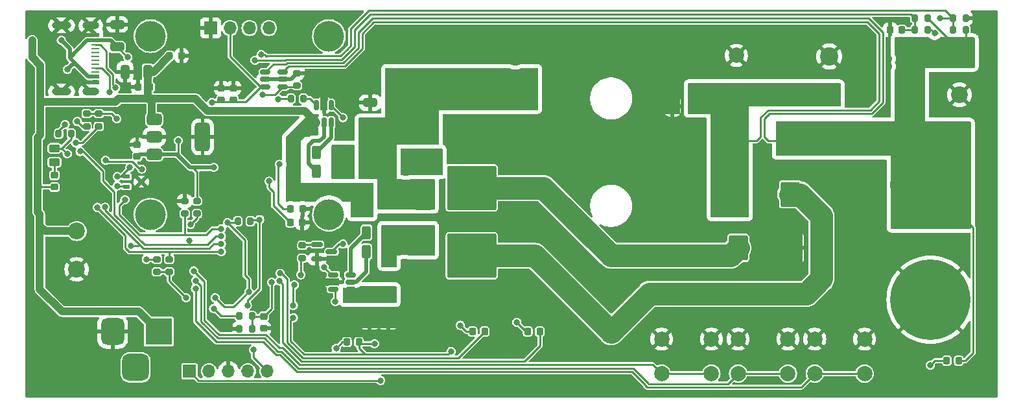
<source format=gbr>
%TF.GenerationSoftware,KiCad,Pcbnew,8.0.0-1.fc39*%
%TF.CreationDate,2024-03-15T22:49:02+01:00*%
%TF.ProjectId,pulsarPCB,70756c73-6172-4504-9342-2e6b69636164,rev?*%
%TF.SameCoordinates,Original*%
%TF.FileFunction,Copper,L1,Top*%
%TF.FilePolarity,Positive*%
%FSLAX46Y46*%
G04 Gerber Fmt 4.6, Leading zero omitted, Abs format (unit mm)*
G04 Created by KiCad (PCBNEW 8.0.0-1.fc39) date 2024-03-15 22:49:02*
%MOMM*%
%LPD*%
G01*
G04 APERTURE LIST*
G04 Aperture macros list*
%AMRoundRect*
0 Rectangle with rounded corners*
0 $1 Rounding radius*
0 $2 $3 $4 $5 $6 $7 $8 $9 X,Y pos of 4 corners*
0 Add a 4 corners polygon primitive as box body*
4,1,4,$2,$3,$4,$5,$6,$7,$8,$9,$2,$3,0*
0 Add four circle primitives for the rounded corners*
1,1,$1+$1,$2,$3*
1,1,$1+$1,$4,$5*
1,1,$1+$1,$6,$7*
1,1,$1+$1,$8,$9*
0 Add four rect primitives between the rounded corners*
20,1,$1+$1,$2,$3,$4,$5,0*
20,1,$1+$1,$4,$5,$6,$7,0*
20,1,$1+$1,$6,$7,$8,$9,0*
20,1,$1+$1,$8,$9,$2,$3,0*%
G04 Aperture macros list end*
%TA.AperFunction,ComponentPad*%
%ADD10C,3.000000*%
%TD*%
%TA.AperFunction,SMDPad,CuDef*%
%ADD11RoundRect,0.218750X-0.218750X-0.256250X0.218750X-0.256250X0.218750X0.256250X-0.218750X0.256250X0*%
%TD*%
%TA.AperFunction,SMDPad,CuDef*%
%ADD12RoundRect,0.225000X0.250000X-0.225000X0.250000X0.225000X-0.250000X0.225000X-0.250000X-0.225000X0*%
%TD*%
%TA.AperFunction,SMDPad,CuDef*%
%ADD13RoundRect,0.225000X0.225000X0.250000X-0.225000X0.250000X-0.225000X-0.250000X0.225000X-0.250000X0*%
%TD*%
%TA.AperFunction,SMDPad,CuDef*%
%ADD14RoundRect,0.225000X-0.250000X0.225000X-0.250000X-0.225000X0.250000X-0.225000X0.250000X0.225000X0*%
%TD*%
%TA.AperFunction,SMDPad,CuDef*%
%ADD15RoundRect,0.250000X0.325000X0.650000X-0.325000X0.650000X-0.325000X-0.650000X0.325000X-0.650000X0*%
%TD*%
%TA.AperFunction,ComponentPad*%
%ADD16C,2.000000*%
%TD*%
%TA.AperFunction,SMDPad,CuDef*%
%ADD17RoundRect,0.250000X-0.312500X-0.625000X0.312500X-0.625000X0.312500X0.625000X-0.312500X0.625000X0*%
%TD*%
%TA.AperFunction,SMDPad,CuDef*%
%ADD18RoundRect,0.250000X0.650000X-0.325000X0.650000X0.325000X-0.650000X0.325000X-0.650000X-0.325000X0*%
%TD*%
%TA.AperFunction,ComponentPad*%
%ADD19R,2.400000X2.400000*%
%TD*%
%TA.AperFunction,ComponentPad*%
%ADD20C,2.400000*%
%TD*%
%TA.AperFunction,SMDPad,CuDef*%
%ADD21RoundRect,0.200000X-0.200000X-0.275000X0.200000X-0.275000X0.200000X0.275000X-0.200000X0.275000X0*%
%TD*%
%TA.AperFunction,SMDPad,CuDef*%
%ADD22RoundRect,0.250000X-0.850000X-0.350000X0.850000X-0.350000X0.850000X0.350000X-0.850000X0.350000X0*%
%TD*%
%TA.AperFunction,SMDPad,CuDef*%
%ADD23RoundRect,0.250000X-1.275000X-1.125000X1.275000X-1.125000X1.275000X1.125000X-1.275000X1.125000X0*%
%TD*%
%TA.AperFunction,SMDPad,CuDef*%
%ADD24RoundRect,0.249997X-2.950003X-2.650003X2.950003X-2.650003X2.950003X2.650003X-2.950003X2.650003X0*%
%TD*%
%TA.AperFunction,ComponentPad*%
%ADD25C,2.200000*%
%TD*%
%TA.AperFunction,SMDPad,CuDef*%
%ADD26RoundRect,0.200000X0.200000X0.275000X-0.200000X0.275000X-0.200000X-0.275000X0.200000X-0.275000X0*%
%TD*%
%TA.AperFunction,ComponentPad*%
%ADD27R,2.000000X2.000000*%
%TD*%
%TA.AperFunction,SMDPad,CuDef*%
%ADD28R,0.950000X0.500000*%
%TD*%
%TA.AperFunction,SMDPad,CuDef*%
%ADD29RoundRect,0.250000X0.312500X0.625000X-0.312500X0.625000X-0.312500X-0.625000X0.312500X-0.625000X0*%
%TD*%
%TA.AperFunction,SMDPad,CuDef*%
%ADD30RoundRect,0.200000X-0.275000X0.200000X-0.275000X-0.200000X0.275000X-0.200000X0.275000X0.200000X0*%
%TD*%
%TA.AperFunction,SMDPad,CuDef*%
%ADD31RoundRect,0.250000X1.000000X-1.400000X1.000000X1.400000X-1.000000X1.400000X-1.000000X-1.400000X0*%
%TD*%
%TA.AperFunction,SMDPad,CuDef*%
%ADD32RoundRect,0.150000X-0.150000X0.512500X-0.150000X-0.512500X0.150000X-0.512500X0.150000X0.512500X0*%
%TD*%
%TA.AperFunction,ComponentPad*%
%ADD33R,1.700000X1.700000*%
%TD*%
%TA.AperFunction,ComponentPad*%
%ADD34O,1.700000X1.700000*%
%TD*%
%TA.AperFunction,SMDPad,CuDef*%
%ADD35RoundRect,0.150000X0.512500X0.150000X-0.512500X0.150000X-0.512500X-0.150000X0.512500X-0.150000X0*%
%TD*%
%TA.AperFunction,ComponentPad*%
%ADD36C,10.500000*%
%TD*%
%TA.AperFunction,SMDPad,CuDef*%
%ADD37RoundRect,0.150000X-0.512500X-0.150000X0.512500X-0.150000X0.512500X0.150000X-0.512500X0.150000X0*%
%TD*%
%TA.AperFunction,SMDPad,CuDef*%
%ADD38RoundRect,0.200000X0.275000X-0.200000X0.275000X0.200000X-0.275000X0.200000X-0.275000X-0.200000X0*%
%TD*%
%TA.AperFunction,SMDPad,CuDef*%
%ADD39RoundRect,0.250000X-0.450000X0.262500X-0.450000X-0.262500X0.450000X-0.262500X0.450000X0.262500X0*%
%TD*%
%TA.AperFunction,SMDPad,CuDef*%
%ADD40R,1.000000X0.520000*%
%TD*%
%TA.AperFunction,SMDPad,CuDef*%
%ADD41R,1.000000X0.270000*%
%TD*%
%TA.AperFunction,ComponentPad*%
%ADD42O,2.200000X1.000000*%
%TD*%
%TA.AperFunction,ComponentPad*%
%ADD43O,2.500000X1.000000*%
%TD*%
%TA.AperFunction,SMDPad,CuDef*%
%ADD44RoundRect,0.150000X-0.587500X-0.150000X0.587500X-0.150000X0.587500X0.150000X-0.587500X0.150000X0*%
%TD*%
%TA.AperFunction,ComponentPad*%
%ADD45C,4.000000*%
%TD*%
%TA.AperFunction,SMDPad,CuDef*%
%ADD46RoundRect,0.250000X-0.375000X-0.625000X0.375000X-0.625000X0.375000X0.625000X-0.375000X0.625000X0*%
%TD*%
%TA.AperFunction,SMDPad,CuDef*%
%ADD47RoundRect,0.250000X-0.325000X-0.650000X0.325000X-0.650000X0.325000X0.650000X-0.325000X0.650000X0*%
%TD*%
%TA.AperFunction,SMDPad,CuDef*%
%ADD48RoundRect,0.250000X-0.362500X-1.425000X0.362500X-1.425000X0.362500X1.425000X-0.362500X1.425000X0*%
%TD*%
%TA.AperFunction,SMDPad,CuDef*%
%ADD49RoundRect,0.375000X-0.625000X-0.375000X0.625000X-0.375000X0.625000X0.375000X-0.625000X0.375000X0*%
%TD*%
%TA.AperFunction,SMDPad,CuDef*%
%ADD50RoundRect,0.500000X-0.500000X-1.400000X0.500000X-1.400000X0.500000X1.400000X-0.500000X1.400000X0*%
%TD*%
%TA.AperFunction,ComponentPad*%
%ADD51R,3.500000X3.500000*%
%TD*%
%TA.AperFunction,ComponentPad*%
%ADD52RoundRect,0.750000X-0.750000X-1.000000X0.750000X-1.000000X0.750000X1.000000X-0.750000X1.000000X0*%
%TD*%
%TA.AperFunction,ComponentPad*%
%ADD53RoundRect,0.875000X-0.875000X-0.875000X0.875000X-0.875000X0.875000X0.875000X-0.875000X0.875000X0*%
%TD*%
%TA.AperFunction,ViaPad*%
%ADD54C,0.800000*%
%TD*%
%TA.AperFunction,Conductor*%
%ADD55C,1.000000*%
%TD*%
%TA.AperFunction,Conductor*%
%ADD56C,0.250000*%
%TD*%
%TA.AperFunction,Conductor*%
%ADD57C,0.500000*%
%TD*%
%TA.AperFunction,Conductor*%
%ADD58C,3.000000*%
%TD*%
G04 APERTURE END LIST*
D10*
%TO.P,L1,1,1*%
%TO.N,/L_IN*%
X217500000Y-49500000D03*
%TO.P,L1,2,2*%
%TO.N,/L_OUT*%
X217500000Y-59500000D03*
%TD*%
D11*
%TO.P,D8,1,K*%
%TO.N,Net-(D8-K)*%
X182987500Y-60800000D03*
%TO.P,D8,2,A*%
%TO.N,+3V3*%
X184562500Y-60800000D03*
%TD*%
%TO.P,D6,1,K*%
%TO.N,Net-(D6-K)*%
X199412500Y-59400000D03*
%TO.P,D6,2,A*%
%TO.N,/CC_MODE*%
X200987500Y-59400000D03*
%TD*%
%TO.P,D5,1,K*%
%TO.N,Net-(D5-K)*%
X261333267Y-63200000D03*
%TO.P,D5,2,A*%
%TO.N,/OUT*%
X262908267Y-63200000D03*
%TD*%
%TO.P,D4,1,K*%
%TO.N,Net-(D4-K)*%
X206612500Y-59400000D03*
%TO.P,D4,2,A*%
%TO.N,/CV_MODE*%
X208187500Y-59400000D03*
%TD*%
D12*
%TO.P,C20,1*%
%TO.N,+3V3*%
X155600000Y-36575000D03*
%TO.P,C20,2*%
%TO.N,GND*%
X155600000Y-35025000D03*
%TD*%
D13*
%TO.P,C19,1*%
%TO.N,/VCC*%
X157275000Y-27500000D03*
%TO.P,C19,2*%
%TO.N,GND*%
X155725000Y-27500000D03*
%TD*%
D14*
%TO.P,C15,1*%
%TO.N,GND*%
X168200000Y-27625000D03*
%TO.P,C15,2*%
%TO.N,+3V3*%
X168200000Y-29175000D03*
%TD*%
%TO.P,C14,1*%
%TO.N,GND*%
X166600000Y-27625000D03*
%TO.P,C14,2*%
%TO.N,+3V3*%
X166600000Y-29175000D03*
%TD*%
%TO.P,C27,1*%
%TO.N,/IN_VOLTAGE*%
X172132500Y-57455000D03*
%TO.P,C27,2*%
%TO.N,GND*%
X172132500Y-59005000D03*
%TD*%
D13*
%TO.P,C9,1*%
%TO.N,/VOLTAGE*%
X255500000Y-20000000D03*
%TO.P,C9,2*%
%TO.N,GND*%
X253950000Y-20000000D03*
%TD*%
D15*
%TO.P,C4,1*%
%TO.N,/SENSE*%
X228475000Y-30000000D03*
%TO.P,C4,2*%
%TO.N,GND*%
X225525000Y-30000000D03*
%TD*%
D16*
%TO.P,SW2,1,A*%
%TO.N,/BUTTON_M*%
X240600000Y-64900000D03*
X234100000Y-64900000D03*
%TO.P,SW2,2,B*%
%TO.N,GND*%
X240600000Y-60400000D03*
X234100000Y-60400000D03*
%TD*%
D17*
%TO.P,R4,1*%
%TO.N,Net-(U2-OUT_SRC)*%
X179037500Y-38500000D03*
%TO.P,R4,2*%
%TO.N,/HSW*%
X181962500Y-38500000D03*
%TD*%
D18*
%TO.P,C23,1*%
%TO.N,GND*%
X185988485Y-58075000D03*
%TO.P,C23,2*%
%TO.N,/VCC*%
X185988485Y-55125000D03*
%TD*%
D19*
%TO.P,C1,1*%
%TO.N,/SENSE*%
X246000000Y-28500000D03*
D20*
%TO.P,C1,2*%
%TO.N,GND*%
X246000000Y-23500000D03*
%TD*%
D21*
%TO.P,R9,1*%
%TO.N,/VOLTAGE*%
X257175000Y-20000000D03*
%TO.P,R9,2*%
%TO.N,GND*%
X258825000Y-20000000D03*
%TD*%
D22*
%TO.P,Q3,1,G*%
%TO.N,/LSW*%
X193000000Y-47245000D03*
D23*
%TO.P,Q3,2,D*%
%TO.N,/L_OUT*%
X197625000Y-48000000D03*
X197625000Y-51050000D03*
D24*
X199300000Y-49525000D03*
D23*
X200975000Y-48000000D03*
X200975000Y-51050000D03*
D22*
%TO.P,Q3,3,S*%
%TO.N,GND*%
X193000000Y-51805000D03*
%TD*%
D21*
%TO.P,R11,1*%
%TO.N,+3V3*%
X168750000Y-45000000D03*
%TO.P,R11,2*%
%TO.N,/SYS_RST*%
X170400000Y-45000000D03*
%TD*%
D25*
%TO.P,J6,1,Pin_1*%
%TO.N,/OUT*%
X263000000Y-23500000D03*
%TO.P,J6,2,Pin_2*%
%TO.N,GND*%
X263000000Y-28500000D03*
%TD*%
D26*
%TO.P,R33,1*%
%TO.N,/OUT*%
X263825000Y-20000000D03*
%TO.P,R33,2*%
%TO.N,/VOLTAGE_CMP*%
X262175000Y-20000000D03*
%TD*%
D27*
%TO.P,C22,1*%
%TO.N,/SENSE*%
X233867677Y-28367677D03*
D16*
%TO.P,C22,2*%
%TO.N,GND*%
X233867677Y-23367677D03*
%TD*%
D11*
%TO.P,D11,1,K*%
%TO.N,/VCC*%
X159825000Y-23400000D03*
%TO.P,D11,2,A*%
%TO.N,GND*%
X161400000Y-23400000D03*
%TD*%
D13*
%TO.P,C6,1*%
%TO.N,GND*%
X177175000Y-45200000D03*
%TO.P,C6,2*%
%TO.N,/CURRENT*%
X175625000Y-45200000D03*
%TD*%
D28*
%TO.P,D12,1,K*%
%TO.N,/CC1*%
X154200000Y-39200000D03*
%TO.P,D12,2,K*%
%TO.N,/CC2*%
X154200000Y-40500000D03*
%TO.P,D12,3,A*%
%TO.N,GND*%
X156150000Y-39850000D03*
%TD*%
D29*
%TO.P,R5,1*%
%TO.N,/HSW*%
X181962500Y-36000000D03*
%TO.P,R5,2*%
%TO.N,Net-(U2-OUT_SNK)*%
X179037500Y-36000000D03*
%TD*%
D30*
%TO.P,R20,1*%
%TO.N,/LSW*%
X190500000Y-48675000D03*
%TO.P,R20,2*%
%TO.N,GND*%
X190500000Y-50325000D03*
%TD*%
D31*
%TO.P,D3,1,K*%
%TO.N,/L_IN*%
X234100000Y-48500000D03*
%TO.P,D3,2,A*%
%TO.N,GND*%
X240900000Y-48500000D03*
%TD*%
D18*
%TO.P,C3,1*%
%TO.N,/CONV_INPUT*%
X186025000Y-32475000D03*
%TO.P,C3,2*%
%TO.N,GND*%
X186025000Y-29525000D03*
%TD*%
D21*
%TO.P,R6,1*%
%TO.N,Net-(Q4-C)*%
X175675000Y-29000000D03*
%TO.P,R6,2*%
%TO.N,Net-(U2-IN+)*%
X177325000Y-29000000D03*
%TD*%
D17*
%TO.P,R23,1*%
%TO.N,Net-(U3-OUT_SRC)*%
X185537500Y-49000000D03*
%TO.P,R23,2*%
%TO.N,/LSW*%
X188462500Y-49000000D03*
%TD*%
D19*
%TO.P,C2,1*%
%TO.N,/CONV_INPUT*%
X205000000Y-28500000D03*
D20*
%TO.P,C2,2*%
%TO.N,GND*%
X205000000Y-23500000D03*
%TD*%
D32*
%TO.P,U2,1,IN-*%
%TO.N,Net-(U2-IN-)*%
X180950000Y-29862500D03*
%TO.P,U2,2,GND*%
%TO.N,GND*%
X180000000Y-29862500D03*
%TO.P,U2,3,IN+*%
%TO.N,Net-(U2-IN+)*%
X179050000Y-29862500D03*
%TO.P,U2,4,VDD*%
%TO.N,/VCC*%
X179050000Y-32137500D03*
%TO.P,U2,5,OUT_SRC*%
%TO.N,Net-(U2-OUT_SRC)*%
X180000000Y-32137500D03*
%TO.P,U2,6,OUT_SNK*%
%TO.N,Net-(U2-OUT_SNK)*%
X180950000Y-32137500D03*
%TD*%
D18*
%TO.P,C24,1*%
%TO.N,GND*%
X188400000Y-58075000D03*
%TO.P,C24,2*%
%TO.N,/VCC*%
X188400000Y-55125000D03*
%TD*%
D33*
%TO.P,J1,1,Pin_1*%
%TO.N,+3V3*%
X162440000Y-64600000D03*
D34*
%TO.P,J1,2,Pin_2*%
%TO.N,/SYS_SWDCLK*%
X164980000Y-64600000D03*
%TO.P,J1,3,Pin_3*%
%TO.N,GND*%
X167520000Y-64600000D03*
%TO.P,J1,4,Pin_4*%
%TO.N,/SYS_SWDIO*%
X170060000Y-64600000D03*
%TO.P,J1,5,Pin_5*%
%TO.N,/SYS_RST*%
X172600000Y-64600000D03*
%TD*%
D16*
%TO.P,SW3,1,A*%
%TO.N,/BUTTON_R*%
X250600000Y-64900000D03*
X244100000Y-64900000D03*
%TO.P,SW3,2,B*%
%TO.N,GND*%
X250600000Y-60400000D03*
X244100000Y-60400000D03*
%TD*%
D27*
%TO.P,C25,1*%
%TO.N,/CONV_INPUT*%
X192867677Y-28367677D03*
D16*
%TO.P,C25,2*%
%TO.N,GND*%
X192867677Y-23367677D03*
%TD*%
%TO.P,SW1,1,A*%
%TO.N,/BUTTON_L*%
X230600000Y-64900000D03*
X224100000Y-64900000D03*
%TO.P,SW1,2,B*%
%TO.N,GND*%
X230600000Y-60400000D03*
X224100000Y-60400000D03*
%TD*%
D35*
%TO.P,U4,1*%
%TO.N,/SENSE_OUT*%
X174637500Y-27450000D03*
%TO.P,U4,2,GND*%
%TO.N,GND*%
X174637500Y-26500000D03*
%TO.P,U4,3,+*%
%TO.N,/SENSE*%
X174637500Y-25550000D03*
%TO.P,U4,4,-*%
%TO.N,/OUT*%
X172362500Y-25550000D03*
%TO.P,U4,5,REF*%
%TO.N,GND*%
X172362500Y-26500000D03*
%TO.P,U4,6,V+*%
%TO.N,+3V3*%
X172362500Y-27450000D03*
%TD*%
D36*
%TO.P,J5,1,Pin_1*%
%TO.N,/OUT*%
X259212500Y-40250000D03*
%TO.P,J5,2,Pin_2*%
%TO.N,GND*%
X259212500Y-55250000D03*
%TD*%
D25*
%TO.P,J4,1,Pin_1*%
%TO.N,GND*%
X147712500Y-51300000D03*
%TO.P,J4,2,Pin_2*%
%TO.N,/VCC*%
X147712500Y-46300000D03*
%TD*%
D37*
%TO.P,U3,1,IN-*%
%TO.N,Net-(U3-IN-)*%
X181225000Y-52000000D03*
%TO.P,U3,2,GND*%
%TO.N,GND*%
X181225000Y-52950000D03*
%TO.P,U3,3,IN+*%
%TO.N,Net-(U3-IN+)*%
X181225000Y-53900000D03*
%TO.P,U3,4,VDD*%
%TO.N,/VCC*%
X183500000Y-53900000D03*
%TO.P,U3,5,OUT_SRC*%
%TO.N,Net-(U3-OUT_SRC)*%
X183500000Y-52950000D03*
%TO.P,U3,6,OUT_SNK*%
%TO.N,Net-(U3-OUT_SNK)*%
X183500000Y-52000000D03*
%TD*%
D38*
%TO.P,R42,1*%
%TO.N,+3V3*%
X159800000Y-51625000D03*
%TO.P,R42,2*%
%TO.N,/PD_SDA*%
X159800000Y-49975000D03*
%TD*%
D39*
%TO.P,R49,1*%
%TO.N,Net-(Q1-G)*%
X144800000Y-35487500D03*
%TO.P,R49,2*%
%TO.N,Net-(C26-Pad2)*%
X144800000Y-37312500D03*
%TD*%
D26*
%TO.P,R8,1*%
%TO.N,/OUT*%
X258825000Y-18500000D03*
%TO.P,R8,2*%
%TO.N,/VOLTAGE*%
X257175000Y-18500000D03*
%TD*%
D30*
%TO.P,R53,1*%
%TO.N,Net-(D10-K)*%
X150600000Y-30975000D03*
%TO.P,R53,2*%
%TO.N,Net-(U6-VBUS_VS_DISCH)*%
X150600000Y-32625000D03*
%TD*%
D18*
%TO.P,C30,1*%
%TO.N,/USB_VBUS*%
X153000000Y-22275000D03*
%TO.P,C30,2*%
%TO.N,GND*%
X153000000Y-19325000D03*
%TD*%
D21*
%TO.P,R27,1*%
%TO.N,/VCC*%
X168950000Y-57400000D03*
%TO.P,R27,2*%
%TO.N,/IN_VOLTAGE*%
X170600000Y-57400000D03*
%TD*%
D12*
%TO.P,C26,1*%
%TO.N,/VCC*%
X144800000Y-40550000D03*
%TO.P,C26,2*%
%TO.N,Net-(C26-Pad2)*%
X144800000Y-39000000D03*
%TD*%
D30*
%TO.P,R43,1*%
%TO.N,+3V3*%
X163400000Y-42375000D03*
%TO.P,R43,2*%
%TO.N,/PD_ALERT*%
X163400000Y-44025000D03*
%TD*%
D40*
%TO.P,J7,A1,GND*%
%TO.N,GND*%
X150175000Y-20670000D03*
%TO.P,J7,A4,VBUS*%
%TO.N,/USB_VBUS*%
X150175000Y-21420000D03*
D41*
%TO.P,J7,A5,CC1*%
%TO.N,/CC1*%
X150175000Y-22020000D03*
%TO.P,J7,A6,D+*%
%TO.N,unconnected-(J7-D+-PadA6)*%
X150175000Y-23520000D03*
%TO.P,J7,A7,D-*%
%TO.N,unconnected-(J7-D--PadA7)*%
X150175000Y-24520000D03*
%TO.P,J7,A8,SBU1*%
%TO.N,unconnected-(J7-SBU1-PadA8)*%
X150175000Y-25520000D03*
D40*
%TO.P,J7,A9,VBUS*%
%TO.N,/USB_VBUS*%
X150175000Y-26120000D03*
%TO.P,J7,A12,GND*%
%TO.N,GND*%
X150175000Y-26870000D03*
%TO.P,J7,B1,GND*%
X150175000Y-26870000D03*
%TO.P,J7,B4,VBUS*%
%TO.N,/USB_VBUS*%
X150175000Y-26120000D03*
D41*
%TO.P,J7,B5,CC2*%
%TO.N,/CC2*%
X150175000Y-25020000D03*
%TO.P,J7,B6,D+*%
%TO.N,unconnected-(J7-D+-PadB6)*%
X150175000Y-24020000D03*
%TO.P,J7,B7,D-*%
%TO.N,unconnected-(J7-D--PadB7)*%
X150175000Y-23020000D03*
%TO.P,J7,B8,SBU2*%
%TO.N,unconnected-(J7-SBU2-PadB8)*%
X150175000Y-22520000D03*
D40*
%TO.P,J7,B9,VBUS*%
%TO.N,/USB_VBUS*%
X150175000Y-21420000D03*
%TO.P,J7,B12,GND*%
%TO.N,GND*%
X150175000Y-20670000D03*
D42*
%TO.P,J7,S1,SHIELD*%
X149550000Y-19450000D03*
D43*
X145725000Y-19450000D03*
D42*
X149550000Y-28090000D03*
D43*
X145725000Y-28090000D03*
%TD*%
D44*
%TO.P,Q4,1,B*%
%TO.N,Net-(Q4-B)*%
X179125000Y-48050000D03*
%TO.P,Q4,2,E*%
%TO.N,GND*%
X179125000Y-49950000D03*
%TO.P,Q4,3,C*%
%TO.N,Net-(Q4-C)*%
X181000000Y-49000000D03*
%TD*%
D45*
%TO.P,DI1,*%
%TO.N,*%
X157350000Y-20850000D03*
X157350000Y-44150000D03*
X180650000Y-20850000D03*
X180650000Y-44150000D03*
D33*
%TO.P,DI1,1,GND*%
%TO.N,GND*%
X165190000Y-19800000D03*
D34*
%TO.P,DI1,2,VCC*%
%TO.N,+3V3*%
X167730000Y-19800000D03*
%TO.P,DI1,3,SCL*%
%TO.N,/SCL*%
X170270000Y-19800000D03*
%TO.P,DI1,4,SDA*%
%TO.N,/SDA*%
X172810000Y-19800000D03*
%TD*%
D21*
%TO.P,R48,1*%
%TO.N,Net-(U6-VDD)*%
X145350000Y-33600000D03*
%TO.P,R48,2*%
%TO.N,Net-(Q1-G)*%
X147000000Y-33600000D03*
%TD*%
D38*
%TO.P,R40,1*%
%TO.N,/PD_RST*%
X161800000Y-44025000D03*
%TO.P,R40,2*%
%TO.N,GND*%
X161800000Y-42375000D03*
%TD*%
D13*
%TO.P,C5,1*%
%TO.N,GND*%
X177200000Y-43400000D03*
%TO.P,C5,2*%
%TO.N,/CURRENT_CMP*%
X175650000Y-43400000D03*
%TD*%
D26*
%TO.P,R28,1*%
%TO.N,/IN_VOLTAGE*%
X170600000Y-59030000D03*
%TO.P,R28,2*%
%TO.N,GND*%
X168950000Y-59030000D03*
%TD*%
D38*
%TO.P,R1,1*%
%TO.N,/SENSE_OUT*%
X176500000Y-27325000D03*
%TO.P,R1,2*%
%TO.N,GND*%
X176500000Y-25675000D03*
%TD*%
%TO.P,R52,1*%
%TO.N,/USB_VBUS*%
X149000000Y-32625000D03*
%TO.P,R52,2*%
%TO.N,Net-(D10-K)*%
X149000000Y-30975000D03*
%TD*%
D46*
%TO.P,F1,1*%
%TO.N,/VCC*%
X185100000Y-41000000D03*
%TO.P,F1,2*%
%TO.N,/CONV_INPUT*%
X187900000Y-41000000D03*
%TD*%
D29*
%TO.P,R24,1*%
%TO.N,/LSW*%
X188462500Y-46500000D03*
%TO.P,R24,2*%
%TO.N,Net-(U3-OUT_SNK)*%
X185537500Y-46500000D03*
%TD*%
D22*
%TO.P,Q2,1,G*%
%TO.N,/HSW*%
X193000000Y-38380000D03*
D23*
%TO.P,Q2,2,D*%
%TO.N,/L_IN*%
X197625000Y-39135000D03*
X197625000Y-42185000D03*
D24*
X199300000Y-40660000D03*
D23*
X200975000Y-39135000D03*
X200975000Y-42185000D03*
D22*
%TO.P,Q2,3,S*%
%TO.N,/CONV_INPUT*%
X193000000Y-42940000D03*
%TD*%
D31*
%TO.P,D7,1,K*%
%TO.N,/SENSE*%
X234100000Y-41500000D03*
%TO.P,D7,2,A*%
%TO.N,/L_OUT*%
X240900000Y-41500000D03*
%TD*%
D47*
%TO.P,C21,1*%
%TO.N,GND*%
X154025000Y-25500000D03*
%TO.P,C21,2*%
%TO.N,/VCC*%
X156975000Y-25500000D03*
%TD*%
D38*
%TO.P,R26,1*%
%TO.N,/PWMH*%
X177175000Y-49825000D03*
%TO.P,R26,2*%
%TO.N,Net-(Q4-B)*%
X177175000Y-48175000D03*
%TD*%
D48*
%TO.P,R3,1*%
%TO.N,/SENSE*%
X234037500Y-34500000D03*
%TO.P,R3,2*%
%TO.N,/OUT*%
X239962500Y-34500000D03*
%TD*%
D49*
%TO.P,U5,1,VI*%
%TO.N,/VCC*%
X157850000Y-31700000D03*
%TO.P,U5,2,GND*%
%TO.N,GND*%
X157850000Y-34000000D03*
D50*
X164150000Y-34000000D03*
D49*
%TO.P,U5,3,VO*%
%TO.N,+3V3*%
X157850000Y-36300000D03*
%TD*%
D51*
%TO.P,J3,1*%
%TO.N,/VCC*%
X158400000Y-59400000D03*
D52*
%TO.P,J3,2*%
%TO.N,GND*%
X152400000Y-59400000D03*
D53*
%TO.P,J3,3*%
%TO.N,unconnected-(J3-Pad3)*%
X155400000Y-64100000D03*
%TD*%
D38*
%TO.P,R19,1*%
%TO.N,/CONV_INPUT*%
X190675000Y-40325000D03*
%TO.P,R19,2*%
%TO.N,/HSW*%
X190675000Y-38675000D03*
%TD*%
%TO.P,R41,1*%
%TO.N,+3V3*%
X158200000Y-51625000D03*
%TO.P,R41,2*%
%TO.N,/PD_SCL*%
X158200000Y-49975000D03*
%TD*%
D21*
%TO.P,R34,1*%
%TO.N,/VOLTAGE_CMP*%
X262175000Y-18500000D03*
%TO.P,R34,2*%
%TO.N,GND*%
X263825000Y-18500000D03*
%TD*%
D54*
%TO.N,GND*%
X253800000Y-24800000D03*
X253800000Y-23800000D03*
X253800000Y-18800000D03*
X252800000Y-18800000D03*
X267000000Y-29600000D03*
X267000000Y-28600000D03*
X267000000Y-27600000D03*
X267000000Y-26600000D03*
X267000000Y-25600000D03*
X267000000Y-24600000D03*
X267000000Y-22400000D03*
X267000000Y-21400000D03*
X259749847Y-20450153D03*
X147200000Y-61200000D03*
X148000000Y-61200000D03*
X148800000Y-61200000D03*
X148800000Y-62000000D03*
X148000000Y-62000000D03*
X147200000Y-62000000D03*
X146400000Y-62000000D03*
X146400000Y-61200000D03*
X163000000Y-59600000D03*
X163000000Y-60400000D03*
X162200000Y-60400000D03*
X162200000Y-59600000D03*
X166600000Y-59000000D03*
X166000000Y-58200000D03*
X165400000Y-57600000D03*
X173600000Y-59400000D03*
X173600000Y-58400000D03*
X173600000Y-57400000D03*
X151000000Y-33800000D03*
X152598959Y-33601041D03*
X151800000Y-33600000D03*
X147400000Y-53200000D03*
X146400000Y-53200000D03*
X145600000Y-52600000D03*
X145600000Y-51600000D03*
X145600000Y-50600000D03*
X145600000Y-49600000D03*
X145600000Y-48600000D03*
X151800000Y-46800000D03*
X149200000Y-47600000D03*
X149200000Y-45200000D03*
X147600000Y-44200000D03*
X148600000Y-44200000D03*
X148600000Y-43200000D03*
X160400000Y-41000000D03*
X159400000Y-41000000D03*
X159400000Y-40000000D03*
X160400000Y-40000000D03*
X161400000Y-40000000D03*
X161400000Y-39000000D03*
X160400000Y-39000000D03*
X159400000Y-39000000D03*
%TO.N,/POWER_DELIVERY/REG_2V7*%
X151467342Y-37063292D03*
X156200000Y-38200000D03*
%TO.N,Net-(U6-VDD)*%
X146200000Y-32400000D03*
%TO.N,+3V3*%
X165800000Y-55000000D03*
X162000000Y-55000000D03*
%TO.N,/PD_ALERT*%
X162400000Y-47525000D03*
X162600000Y-45400000D03*
%TO.N,/PD_SCL*%
X156800000Y-50000000D03*
X154800000Y-48200000D03*
%TO.N,/USB_VBUS*%
X154400000Y-23600000D03*
%TO.N,Net-(U6-VBUS_VS_DISCH)*%
X147600000Y-34800000D03*
%TO.N,Net-(D10-K)*%
X152947090Y-31644882D03*
%TO.N,/USB_VBUS*%
X147800000Y-32000000D03*
%TO.N,Net-(Q1-G)*%
X146465000Y-36200000D03*
%TO.N,/CC1*%
X152800000Y-27600000D03*
X154625000Y-38000000D03*
%TO.N,/CC2*%
X152000000Y-28200000D03*
%TO.N,GND*%
X170600000Y-39800000D03*
%TO.N,/CURRENT_CMP*%
X174200000Y-37600000D03*
%TO.N,/CURRENT*%
X172850000Y-39800000D03*
%TO.N,/PD_RST*%
X154000000Y-42200000D03*
%TO.N,/PD_ALERT*%
X148158726Y-35906074D03*
%TO.N,/PD_SCL*%
X151412653Y-43187347D03*
%TO.N,/PD_SDA*%
X150400000Y-43200000D03*
%TO.N,/PD_RST*%
X166600000Y-46000000D03*
%TO.N,/PD_ALERT*%
X166600000Y-47000000D03*
%TO.N,/PD_SCL*%
X166600000Y-48000000D03*
%TO.N,/PD_SDA*%
X166600000Y-49000000D03*
%TO.N,/CC2*%
X153000000Y-40400000D03*
%TO.N,/CC1*%
X153000000Y-39200000D03*
%TO.N,/VCC*%
X142600000Y-42400000D03*
X142600000Y-40000000D03*
%TO.N,GND*%
X148800000Y-40600000D03*
X150400000Y-40600000D03*
X150400000Y-39000000D03*
X148800000Y-39000000D03*
%TO.N,/SYS_RST*%
X170000000Y-56000000D03*
X170800000Y-61800000D03*
%TO.N,+3V3*%
X186600000Y-61000000D03*
X187400000Y-65800000D03*
%TO.N,/USB_VBUS*%
X146500000Y-25200000D03*
%TO.N,/VCC*%
X141900000Y-21400000D03*
X141900000Y-23600000D03*
%TO.N,/USB_VBUS*%
X145700000Y-21400000D03*
%TO.N,/VCC*%
X177462500Y-30600000D03*
X165600000Y-56400000D03*
%TO.N,/IN_VOLTAGE*%
X173200000Y-53000000D03*
%TO.N,+3V3*%
X170187347Y-54212653D03*
X176000000Y-57600000D03*
X196600000Y-62000000D03*
%TO.N,Net-(D8-K)*%
X181600000Y-61600000D03*
%TO.N,/CV_MODE*%
X174197971Y-52819784D03*
%TO.N,/CC_MODE*%
X174300000Y-51825000D03*
%TO.N,Net-(D6-K)*%
X197800000Y-58600000D03*
%TO.N,Net-(D4-K)*%
X205200000Y-58200000D03*
%TO.N,+3V3*%
X167400000Y-45200000D03*
%TO.N,/SYS_RST*%
X171600000Y-44800000D03*
%TO.N,/VOLTAGE_CMP*%
X171800000Y-23275000D03*
X260500000Y-18500000D03*
%TO.N,Net-(U2-IN-)*%
X182500000Y-31500000D03*
%TO.N,Net-(U3-IN-)*%
X180000000Y-51000000D03*
%TO.N,/PWML*%
X176000000Y-56000000D03*
X176158946Y-53315748D03*
%TO.N,Net-(U3-IN+)*%
X181500000Y-55500000D03*
%TO.N,/VCC*%
X175500000Y-30500000D03*
%TO.N,/PWMH*%
X177000000Y-52000000D03*
%TO.N,Net-(Q4-C)*%
X182500000Y-48000000D03*
X174048878Y-29059246D03*
%TO.N,/BUTTON_R*%
X163224695Y-53775305D03*
%TO.N,/BUTTON_M*%
X163237347Y-52762653D03*
%TO.N,/BUTTON_L*%
X163000000Y-51500000D03*
%TO.N,Net-(D5-K)*%
X259200000Y-63800000D03*
%TO.N,/SENSE_OUT*%
X172000000Y-28500000D03*
%TO.N,/VOLTAGE*%
X171000000Y-24000000D03*
%TO.N,+3V3*%
X161000000Y-34500000D03*
X165377818Y-29500000D03*
X165600000Y-38000000D03*
%TO.N,GND*%
X239000000Y-48500000D03*
X147300000Y-21700000D03*
X239000000Y-45500000D03*
X192000000Y-55000000D03*
X194000000Y-55000000D03*
X238000000Y-45500000D03*
X239000000Y-46500000D03*
X238000000Y-46500000D03*
X194000000Y-54000000D03*
X147800000Y-26200000D03*
X192000000Y-56000000D03*
X238000000Y-50500000D03*
X193000000Y-55000000D03*
X241000000Y-45500000D03*
X239000000Y-47500000D03*
X238000000Y-51500000D03*
X240000000Y-51500000D03*
X241000000Y-51500000D03*
X194000000Y-56000000D03*
X193000000Y-56000000D03*
X238000000Y-49500000D03*
X192000000Y-54000000D03*
X242000000Y-45500000D03*
X242000000Y-51500000D03*
X239000000Y-49500000D03*
X240000000Y-45500000D03*
X238000000Y-47500000D03*
X239000000Y-50500000D03*
X239000000Y-51500000D03*
X193000000Y-54000000D03*
X238000000Y-48500000D03*
%TO.N,/VCC*%
X186000000Y-43500000D03*
X185800000Y-54000000D03*
X187800000Y-54000000D03*
X186800000Y-54000000D03*
X184000000Y-43500000D03*
X185000000Y-43500000D03*
%TO.N,/HSW*%
X183500000Y-37500000D03*
X183500000Y-35500000D03*
X183500000Y-36500000D03*
X183500000Y-38500000D03*
X194500000Y-36500000D03*
X192500000Y-36500000D03*
X193500000Y-36500000D03*
%TD*%
D55*
%TO.N,/VCC*%
X141900000Y-23600000D02*
X141900000Y-21400000D01*
D56*
%TO.N,/BUTTON_R*%
X244100000Y-64900000D02*
X242325000Y-66675000D01*
X242325000Y-66675000D02*
X222213604Y-66675000D01*
X163224695Y-58024695D02*
X163224695Y-53775305D01*
X222213604Y-66675000D02*
X221950000Y-66411396D01*
X221950000Y-66411396D02*
X221950000Y-66386396D01*
X221950000Y-66386396D02*
X220213604Y-64650000D01*
X176468020Y-64650000D02*
X174268020Y-62450000D01*
X220213604Y-64650000D02*
X176468020Y-64650000D01*
X174268020Y-62450000D02*
X173777208Y-62450000D01*
X173777208Y-62450000D02*
X172057208Y-60730000D01*
X172057208Y-60730000D02*
X165930000Y-60730000D01*
X165930000Y-60730000D02*
X163224695Y-58024695D01*
%TO.N,/BUTTON_M*%
X232775000Y-66225000D02*
X222400000Y-66225000D01*
X173963604Y-62000000D02*
X174454416Y-62000000D01*
X172243604Y-60280000D02*
X173963604Y-62000000D01*
X163237347Y-52762653D02*
X163949695Y-53475001D01*
X166116396Y-60280000D02*
X172243604Y-60280000D01*
X163949695Y-53475001D02*
X163949695Y-58113299D01*
X220400000Y-64200000D02*
X222400000Y-66200000D01*
X163949695Y-58113299D02*
X166116396Y-60280000D01*
X222400000Y-66200000D02*
X222400000Y-66225000D01*
X174454416Y-62000000D02*
X176654416Y-64200000D01*
X176654416Y-64200000D02*
X220400000Y-64200000D01*
%TO.N,/BUTTON_L*%
X224100000Y-64900000D02*
X222950000Y-63750000D01*
X174640812Y-61550000D02*
X174150000Y-61550000D01*
X222950000Y-63750000D02*
X176840812Y-63750000D01*
X176840812Y-63750000D02*
X174640812Y-61550000D01*
X174150000Y-61550000D02*
X172430000Y-59830000D01*
X172430000Y-59830000D02*
X166302792Y-59830000D01*
X166302792Y-59830000D02*
X164399695Y-57926903D01*
X164399695Y-57926903D02*
X164399695Y-52899695D01*
X164399695Y-52899695D02*
X163000000Y-51500000D01*
%TO.N,GND*%
X259299694Y-20000000D02*
X259749847Y-20450153D01*
X258825000Y-20000000D02*
X259299694Y-20000000D01*
%TO.N,/BUTTON_M*%
X234100000Y-64900000D02*
X232775000Y-66225000D01*
%TO.N,Net-(D10-K)*%
X152947090Y-31644882D02*
X152277208Y-30975000D01*
X152277208Y-30975000D02*
X150600000Y-30975000D01*
D57*
%TO.N,GND*%
X174637500Y-26500000D02*
X175675000Y-26500000D01*
X175675000Y-26500000D02*
X176500000Y-25675000D01*
D56*
%TO.N,/POWER_DELIVERY/REG_2V7*%
X151604050Y-37200000D02*
X151467342Y-37063292D01*
X153400000Y-37200000D02*
X151604050Y-37200000D01*
X154965948Y-37200000D02*
X153400000Y-37200000D01*
X155965948Y-38200000D02*
X154965948Y-37200000D01*
X156200000Y-38200000D02*
X155965948Y-38200000D01*
%TO.N,Net-(U6-VDD)*%
X145350000Y-33250000D02*
X146200000Y-32400000D01*
X145350000Y-33600000D02*
X145350000Y-33250000D01*
%TO.N,/USB_VBUS*%
X147800000Y-32000000D02*
X148425000Y-32625000D01*
X148425000Y-32625000D02*
X149000000Y-32625000D01*
D55*
%TO.N,/VCC*%
X142956250Y-33756250D02*
X142956250Y-29600000D01*
X142956250Y-29600000D02*
X142956250Y-24656250D01*
X147200000Y-29400000D02*
X143156250Y-29400000D01*
X143156250Y-29400000D02*
X142956250Y-29600000D01*
D56*
%TO.N,Net-(Q1-G)*%
X145752500Y-35487500D02*
X147000000Y-34240000D01*
X147000000Y-34240000D02*
X147000000Y-33600000D01*
%TO.N,/PD_SDA*%
X160000000Y-49000000D02*
X154574695Y-49000000D01*
X154574695Y-49000000D02*
X154075000Y-48500305D01*
X154075000Y-48500305D02*
X154075000Y-46875000D01*
X154075000Y-46875000D02*
X150400000Y-43200000D01*
%TO.N,+3V3*%
X170187347Y-54212653D02*
X170187347Y-52587347D01*
X170187347Y-52587347D02*
X169675000Y-52075000D01*
X169675000Y-47475000D02*
X167400000Y-45200000D01*
X169675000Y-52075000D02*
X169675000Y-47475000D01*
X165800000Y-55000000D02*
X167000000Y-56200000D01*
X167000000Y-56200000D02*
X168200000Y-56200000D01*
X168200000Y-56200000D02*
X170187347Y-54212653D01*
X159800000Y-51625000D02*
X159800000Y-52800000D01*
X159800000Y-52800000D02*
X162000000Y-55000000D01*
%TO.N,/PD_SDA*%
X166600000Y-49000000D02*
X160000000Y-49000000D01*
X159800000Y-49975000D02*
X159800000Y-49200000D01*
X159800000Y-49200000D02*
X160000000Y-49000000D01*
%TO.N,+3V3*%
X158200000Y-51625000D02*
X159800000Y-51625000D01*
D57*
X162500000Y-38000000D02*
X162800000Y-38000000D01*
X162800000Y-38000000D02*
X165600000Y-38000000D01*
D56*
X163400000Y-42375000D02*
X163400000Y-38600000D01*
X163400000Y-38600000D02*
X162800000Y-38000000D01*
%TO.N,/PD_RST*%
X155909188Y-46800000D02*
X161800000Y-46800000D01*
X161800000Y-46800000D02*
X164600000Y-46800000D01*
X161800000Y-44025000D02*
X161800000Y-46800000D01*
%TO.N,/PD_ALERT*%
X163400000Y-44025000D02*
X163400000Y-44600000D01*
X163400000Y-44600000D02*
X162600000Y-45400000D01*
X156572792Y-48100000D02*
X162400000Y-48100000D01*
X162400000Y-48100000D02*
X164813604Y-48100000D01*
X162400000Y-47525000D02*
X162400000Y-48100000D01*
%TO.N,/PD_RST*%
X154000000Y-42200000D02*
X153254594Y-42945406D01*
X164600000Y-46800000D02*
X165400000Y-46000000D01*
X153254594Y-42945406D02*
X153254594Y-44145406D01*
X165400000Y-46000000D02*
X166600000Y-46000000D01*
X153254594Y-44145406D02*
X155909188Y-46800000D01*
%TO.N,/PD_SCL*%
X158175000Y-50000000D02*
X158200000Y-49975000D01*
X155918198Y-48081802D02*
X154618198Y-46781802D01*
X156386396Y-48550000D02*
X155918198Y-48081802D01*
X156800000Y-50000000D02*
X158175000Y-50000000D01*
X155918198Y-48081802D02*
X155800000Y-48200000D01*
X155800000Y-48200000D02*
X154800000Y-48200000D01*
D55*
%TO.N,/VCC*%
X156975000Y-25500000D02*
X157725000Y-25500000D01*
X157725000Y-25500000D02*
X159825000Y-23400000D01*
D56*
%TO.N,/USB_VBUS*%
X154400000Y-23600000D02*
X154325000Y-23600000D01*
X154325000Y-23600000D02*
X153000000Y-22275000D01*
%TO.N,Net-(U6-VBUS_VS_DISCH)*%
X148425000Y-34800000D02*
X150600000Y-32625000D01*
X147600000Y-34800000D02*
X148425000Y-34800000D01*
%TO.N,/PD_ALERT*%
X148158726Y-35906074D02*
X148506074Y-35906074D01*
X148506074Y-35906074D02*
X151125000Y-38525000D01*
X151125000Y-39724999D02*
X152636396Y-41236395D01*
X165913604Y-47000000D02*
X166600000Y-47000000D01*
X151125000Y-38525000D02*
X151125000Y-39724999D01*
X152636396Y-44163604D02*
X156572792Y-48100000D01*
X152636396Y-41236395D02*
X152636396Y-44163604D01*
X164813604Y-48100000D02*
X165913604Y-47000000D01*
%TO.N,Net-(D10-K)*%
X149000000Y-30975000D02*
X150600000Y-30975000D01*
D55*
%TO.N,/VCC*%
X147200000Y-29400000D02*
X152800000Y-29400000D01*
X152800000Y-29400000D02*
X153200000Y-29000000D01*
X142900000Y-45600000D02*
X142900000Y-53900000D01*
X142900000Y-44100000D02*
X142900000Y-45600000D01*
X142900000Y-45600000D02*
X143600000Y-46300000D01*
X143600000Y-46300000D02*
X147712500Y-46300000D01*
D57*
%TO.N,/USB_VBUS*%
X150175000Y-21420000D02*
X152145000Y-21420000D01*
X152145000Y-21420000D02*
X153000000Y-22275000D01*
D56*
%TO.N,Net-(Q1-G)*%
X146465000Y-36200000D02*
X145752500Y-35487500D01*
X145752500Y-35487500D02*
X144800000Y-35487500D01*
%TO.N,Net-(C26-Pad2)*%
X144800000Y-39000000D02*
X144800000Y-37312500D01*
%TO.N,/VCC*%
X144800000Y-40550000D02*
X143150000Y-40550000D01*
X143150000Y-40550000D02*
X142600000Y-40000000D01*
%TO.N,/CC1*%
X152800000Y-27600000D02*
X152450000Y-27250000D01*
X152450000Y-27250000D02*
X152450000Y-25873604D01*
X152450000Y-25873604D02*
X151600000Y-25023604D01*
X151600000Y-25023604D02*
X151600000Y-22800000D01*
X151600000Y-22800000D02*
X150820000Y-22020000D01*
X150820000Y-22020000D02*
X150175000Y-22020000D01*
X153425000Y-39200000D02*
X154625000Y-38000000D01*
X153000000Y-39200000D02*
X153425000Y-39200000D01*
%TO.N,/CC2*%
X152000000Y-26060000D02*
X152000000Y-28200000D01*
X150960000Y-25020000D02*
X152000000Y-26060000D01*
X150175000Y-25020000D02*
X150960000Y-25020000D01*
D57*
%TO.N,+3V3*%
X160800000Y-36300000D02*
X162500000Y-38000000D01*
D56*
%TO.N,/CURRENT_CMP*%
X174200000Y-37600000D02*
X174000000Y-37800000D01*
X174000000Y-37800000D02*
X174000000Y-42725000D01*
X174675000Y-43400000D02*
X175650000Y-43400000D01*
X174000000Y-42725000D02*
X174675000Y-43400000D01*
%TO.N,/CURRENT*%
X172850000Y-40600000D02*
X173425000Y-41175000D01*
X173425000Y-41175000D02*
X173425000Y-43000000D01*
X173425000Y-43000000D02*
X175625000Y-45200000D01*
X172850000Y-39800000D02*
X172850000Y-40600000D01*
%TO.N,/PD_SCL*%
X151412653Y-43576257D02*
X151412653Y-43187347D01*
X154618198Y-46781802D02*
X151412653Y-43576257D01*
X165550000Y-48000000D02*
X165000000Y-48550000D01*
X166600000Y-48000000D02*
X165550000Y-48000000D01*
X165000000Y-48550000D02*
X156386396Y-48550000D01*
%TO.N,/CC1*%
X153000000Y-39200000D02*
X154200000Y-39200000D01*
%TO.N,/CC2*%
X153000000Y-40400000D02*
X154100000Y-40400000D01*
X154100000Y-40400000D02*
X154200000Y-40500000D01*
D55*
%TO.N,/VCC*%
X142600000Y-43800000D02*
X142600000Y-42400000D01*
X142600000Y-42400000D02*
X142600000Y-40000000D01*
X142600000Y-40000000D02*
X142600000Y-34112500D01*
D57*
%TO.N,/USB_VBUS*%
X147200000Y-24500000D02*
X147600000Y-24500000D01*
X146500000Y-25200000D02*
X147200000Y-24500000D01*
D55*
%TO.N,/VCC*%
X153200000Y-29000000D02*
X157100000Y-29000000D01*
D56*
%TO.N,/SYS_RST*%
X170000000Y-56000000D02*
X170000000Y-55349389D01*
X170000000Y-55349389D02*
X170149389Y-55200000D01*
X170149389Y-55200000D02*
X170225305Y-55200000D01*
X170225305Y-55200000D02*
X171600000Y-53825305D01*
X171600000Y-53825305D02*
X171600000Y-44800000D01*
X172600000Y-64600000D02*
X170800000Y-62800000D01*
X170800000Y-62800000D02*
X170800000Y-61800000D01*
%TO.N,+3V3*%
X162440000Y-64600000D02*
X163640000Y-65800000D01*
X163640000Y-65800000D02*
X187400000Y-65800000D01*
X186600000Y-61000000D02*
X184762500Y-61000000D01*
X184762500Y-61000000D02*
X184562500Y-60800000D01*
%TO.N,/CV_MODE*%
X174197971Y-52819784D02*
X174600000Y-53221813D01*
X174600000Y-53221813D02*
X174600000Y-60872792D01*
X174600000Y-60872792D02*
X177027208Y-63300000D01*
X177027208Y-63300000D02*
X206200000Y-63300000D01*
X206200000Y-63300000D02*
X208225000Y-61275000D01*
X208225000Y-61275000D02*
X208225000Y-59400000D01*
%TO.N,/CC_MODE*%
X174300000Y-51825000D02*
X174450305Y-51825000D01*
X174450305Y-51825000D02*
X175200000Y-52574695D01*
X175200000Y-60836396D02*
X177213604Y-62850000D01*
X175200000Y-52574695D02*
X175200000Y-60836396D01*
X177213604Y-62850000D02*
X197575000Y-62850000D01*
X197575000Y-62850000D02*
X201025000Y-59400000D01*
%TO.N,+3V3*%
X185400000Y-62400000D02*
X177400000Y-62400000D01*
X177400000Y-62400000D02*
X175650000Y-60650000D01*
X175650000Y-60650000D02*
X175650000Y-57950000D01*
X175650000Y-57950000D02*
X176000000Y-57600000D01*
%TO.N,Net-(D5-K)*%
X259200000Y-63800000D02*
X259800000Y-63200000D01*
X259800000Y-63200000D02*
X261295767Y-63200000D01*
D57*
%TO.N,+3V3*%
X157850000Y-36300000D02*
X155875000Y-36300000D01*
X155875000Y-36300000D02*
X155600000Y-36575000D01*
D55*
%TO.N,/VCC*%
X142600000Y-43800000D02*
X142900000Y-44100000D01*
X142900000Y-53900000D02*
X145800000Y-56800000D01*
X145800000Y-56800000D02*
X155800000Y-56800000D01*
X155800000Y-56800000D02*
X158400000Y-59400000D01*
X142600000Y-34112500D02*
X142956250Y-33756250D01*
X142956250Y-24656250D02*
X141900000Y-23600000D01*
D57*
%TO.N,/USB_VBUS*%
X149220000Y-26120000D02*
X147600000Y-24500000D01*
X147600000Y-24500000D02*
X146800000Y-23700000D01*
X146800000Y-22500000D02*
X145700000Y-21400000D01*
X146800000Y-23700000D02*
X146800000Y-22500000D01*
D55*
%TO.N,/VCC*%
X157500000Y-29400000D02*
X156975000Y-28875000D01*
X156975000Y-28875000D02*
X156975000Y-25500000D01*
X157100000Y-29000000D02*
X163200000Y-29000000D01*
X163200000Y-29000000D02*
X163600000Y-29400000D01*
X157500000Y-29400000D02*
X157500000Y-31350000D01*
X157100000Y-29000000D02*
X157500000Y-29400000D01*
D56*
%TO.N,+3V3*%
X165377818Y-29500000D02*
X165477818Y-29400000D01*
X169750000Y-29400000D02*
X171700001Y-27450000D01*
X165477818Y-29400000D02*
X169750000Y-29400000D01*
D55*
%TO.N,/VCC*%
X179000000Y-32137500D02*
X177462500Y-30600000D01*
X177462500Y-30600000D02*
X164800000Y-30600000D01*
X164800000Y-30600000D02*
X163600000Y-29400000D01*
D56*
%TO.N,+3V3*%
X171700001Y-27450000D02*
X172362500Y-27450000D01*
%TO.N,/VCC*%
X168950000Y-57400000D02*
X166600000Y-57400000D01*
X166600000Y-57400000D02*
X165600000Y-56400000D01*
%TO.N,/IN_VOLTAGE*%
X170600000Y-59030000D02*
X170600000Y-57400000D01*
X172132500Y-57455000D02*
X170655000Y-57455000D01*
X170655000Y-57455000D02*
X170600000Y-57400000D01*
X173200000Y-56400000D02*
X173200000Y-53000000D01*
X172132500Y-57455000D02*
X172145000Y-57455000D01*
X172145000Y-57455000D02*
X173200000Y-56400000D01*
%TO.N,+3V3*%
X195800000Y-62400000D02*
X196200000Y-62400000D01*
X196200000Y-62400000D02*
X196600000Y-62000000D01*
X184600000Y-61600000D02*
X185400000Y-62400000D01*
X184600000Y-60800000D02*
X184600000Y-61600000D01*
X185800000Y-62400000D02*
X195800000Y-62400000D01*
X185400000Y-62400000D02*
X185800000Y-62400000D01*
%TO.N,Net-(D8-K)*%
X182400000Y-60800000D02*
X181600000Y-61600000D01*
X182950000Y-60800000D02*
X182400000Y-60800000D01*
%TO.N,Net-(D6-K)*%
X198600000Y-59400000D02*
X197800000Y-58600000D01*
X199375000Y-59400000D02*
X198600000Y-59400000D01*
%TO.N,Net-(D4-K)*%
X206400000Y-59400000D02*
X205200000Y-58200000D01*
X206575000Y-59400000D02*
X206400000Y-59400000D01*
%TO.N,/OUT*%
X264787500Y-62200000D02*
X264787500Y-45825000D01*
X264787500Y-62200000D02*
X263787500Y-63200000D01*
X263787500Y-63200000D02*
X262945767Y-63200000D01*
%TO.N,+3V3*%
X167400000Y-45200000D02*
X168550000Y-45200000D01*
X168550000Y-45200000D02*
X168750000Y-45000000D01*
%TO.N,/SYS_RST*%
X171600000Y-44800000D02*
X170600000Y-44800000D01*
X170600000Y-44800000D02*
X170400000Y-45000000D01*
%TO.N,/VOLTAGE_CMP*%
X182140812Y-23450000D02*
X183045406Y-22545406D01*
X171800000Y-23275000D02*
X172275000Y-23275000D01*
X172275000Y-23275000D02*
X172475000Y-23475000D01*
X172475000Y-23475000D02*
X172500000Y-23450000D01*
X172500000Y-23450000D02*
X182140812Y-23450000D01*
%TO.N,/VOLTAGE*%
X257175000Y-18500000D02*
X256675000Y-18000000D01*
X256675000Y-18000000D02*
X186000000Y-18000000D01*
X182327208Y-23900000D02*
X175014708Y-23900000D01*
X186000000Y-18000000D02*
X184000000Y-20000000D01*
X184000000Y-20000000D02*
X184000000Y-22227208D01*
X184000000Y-22227208D02*
X182327208Y-23900000D01*
X175014708Y-23900000D02*
X174914708Y-24000000D01*
X174914708Y-24000000D02*
X171000000Y-24000000D01*
%TO.N,/OUT*%
X253000000Y-29500000D02*
X251550000Y-30950000D01*
X186363604Y-18500000D02*
X251136396Y-18500000D01*
X184500000Y-20363604D02*
X186363604Y-18500000D01*
X238186396Y-30950000D02*
X237500000Y-31636396D01*
X253000000Y-20363604D02*
X253000000Y-29500000D01*
X184500000Y-22363604D02*
X184500000Y-20363604D01*
X175201104Y-24350000D02*
X182513604Y-24350000D01*
X172362500Y-25550000D02*
X173412500Y-24500000D01*
X251550000Y-30950000D02*
X238186396Y-30950000D01*
X251136396Y-18500000D02*
X253000000Y-20363604D01*
X182513604Y-24350000D02*
X184500000Y-22363604D01*
X175051104Y-24500000D02*
X175201104Y-24350000D01*
X173412500Y-24500000D02*
X175051104Y-24500000D01*
X237500000Y-31636396D02*
X237500000Y-34000000D01*
X237500000Y-34000000D02*
X238000000Y-34500000D01*
X238000000Y-34500000D02*
X239962500Y-34500000D01*
%TO.N,/SENSE*%
X238000000Y-30500000D02*
X237000000Y-31500000D01*
X252500000Y-29363604D02*
X251363604Y-30500000D01*
X252500000Y-20500000D02*
X252500000Y-29363604D01*
X237000000Y-34000000D02*
X236500000Y-34500000D01*
X251000000Y-19000000D02*
X252500000Y-20500000D01*
X182700000Y-24800000D02*
X185000000Y-22500000D01*
X237000000Y-31500000D02*
X237000000Y-34000000D01*
X186500000Y-19000000D02*
X251000000Y-19000000D01*
X175387500Y-24800000D02*
X182700000Y-24800000D01*
X185000000Y-20500000D02*
X186500000Y-19000000D01*
X185000000Y-22500000D02*
X185000000Y-20500000D01*
X251363604Y-30500000D02*
X238000000Y-30500000D01*
X174637500Y-25550000D02*
X175387500Y-24800000D01*
X236500000Y-34500000D02*
X234037500Y-34500000D01*
%TO.N,/VOLTAGE_CMP*%
X183500000Y-22090812D02*
X183045406Y-22545406D01*
X183500000Y-19863604D02*
X183500000Y-22090812D01*
X184181802Y-19181802D02*
X183500000Y-19863604D01*
X261175000Y-17500000D02*
X254500000Y-17500000D01*
X262175000Y-18500000D02*
X261175000Y-17500000D01*
X254500000Y-17500000D02*
X185863604Y-17500000D01*
X185863604Y-17500000D02*
X184181802Y-19181802D01*
X260500000Y-18500000D02*
X262175000Y-18500000D01*
X262175000Y-18500000D02*
X262175000Y-20000000D01*
%TO.N,/OUT*%
X263825000Y-20000000D02*
X263825000Y-22675000D01*
X263825000Y-22675000D02*
X263000000Y-23500000D01*
%TO.N,Net-(U2-IN-)*%
X180950000Y-29950000D02*
X182500000Y-31500000D01*
X180950000Y-29862500D02*
X180950000Y-29950000D01*
%TO.N,Net-(U3-IN-)*%
X181000000Y-52000000D02*
X180000000Y-51000000D01*
X181225000Y-52000000D02*
X181000000Y-52000000D01*
%TO.N,/PWML*%
X176000000Y-53474694D02*
X176158946Y-53315748D01*
X176000000Y-56000000D02*
X176000000Y-53474694D01*
%TO.N,Net-(U3-IN+)*%
X181500000Y-55500000D02*
X181500000Y-54175000D01*
X181500000Y-54175000D02*
X181225000Y-53900000D01*
%TO.N,/PWMH*%
X177000000Y-50000000D02*
X177175000Y-49825000D01*
X177000000Y-52000000D02*
X177000000Y-50000000D01*
%TO.N,Net-(Q4-B)*%
X179125000Y-48050000D02*
X177300000Y-48050000D01*
X177300000Y-48050000D02*
X177175000Y-48175000D01*
%TO.N,Net-(Q4-C)*%
X182500000Y-48000000D02*
X182000000Y-48000000D01*
X182000000Y-48000000D02*
X181000000Y-49000000D01*
%TO.N,Net-(U2-IN+)*%
X177325000Y-29000000D02*
X178187500Y-29000000D01*
X178187500Y-29000000D02*
X179050000Y-29862500D01*
%TO.N,Net-(Q4-C)*%
X175675000Y-29000000D02*
X174108124Y-29000000D01*
X174108124Y-29000000D02*
X174048878Y-29059246D01*
%TO.N,/SENSE_OUT*%
X172000000Y-28500000D02*
X173587500Y-28500000D01*
X173587500Y-28500000D02*
X174637500Y-27450000D01*
%TO.N,/VOLTAGE*%
X257175000Y-20000000D02*
X255500000Y-20000000D01*
D55*
%TO.N,+3V3*%
X157650000Y-36500000D02*
X157850000Y-36300000D01*
%TO.N,/VCC*%
X157500000Y-31350000D02*
X157850000Y-31700000D01*
D56*
%TO.N,/OUT*%
X264787500Y-45825000D02*
X259212500Y-40250000D01*
%TO.N,/VOLTAGE*%
X257175000Y-20000000D02*
X257175000Y-18500000D01*
%TO.N,/OUT*%
X258825000Y-18500000D02*
X263000000Y-22675000D01*
X263000000Y-22675000D02*
X263000000Y-23500000D01*
%TO.N,+3V3*%
X161000000Y-34500000D02*
X161000000Y-36100000D01*
X161000000Y-36100000D02*
X160800000Y-36300000D01*
X171700001Y-27450000D02*
X167730000Y-23479999D01*
X167730000Y-23479999D02*
X167730000Y-19800000D01*
D57*
X157850000Y-36300000D02*
X160800000Y-36300000D01*
D56*
%TO.N,/BUTTON_R*%
X244100000Y-64900000D02*
X250600000Y-64900000D01*
%TO.N,/BUTTON_M*%
X234100000Y-64900000D02*
X240600000Y-64900000D01*
%TO.N,/BUTTON_L*%
X224100000Y-64900000D02*
X230600000Y-64900000D01*
D58*
%TO.N,/L_OUT*%
X217500000Y-59500000D02*
X222500000Y-54500000D01*
X242150000Y-41500000D02*
X240900000Y-41500000D01*
X222500000Y-54500000D02*
X243000000Y-54500000D01*
X243000000Y-54500000D02*
X245000000Y-52500000D01*
X245000000Y-52500000D02*
X245000000Y-44350000D01*
X245000000Y-44350000D02*
X242150000Y-41500000D01*
X217500000Y-59500000D02*
X207525000Y-49525000D01*
%TO.N,/L_IN*%
X217500000Y-49500000D02*
X233100000Y-49500000D01*
X233100000Y-49500000D02*
X234100000Y-48500000D01*
X199300000Y-40660000D02*
X208660000Y-40660000D01*
X208660000Y-40660000D02*
X217500000Y-49500000D01*
%TO.N,/L_OUT*%
X207525000Y-49525000D02*
X199300000Y-49525000D01*
D57*
%TO.N,GND*%
X150175000Y-26870000D02*
X148470000Y-26870000D01*
X150175000Y-20670000D02*
X148330000Y-20670000D01*
X148470000Y-26870000D02*
X147800000Y-26200000D01*
X148330000Y-20670000D02*
X147300000Y-21700000D01*
%TO.N,/USB_VBUS*%
X150175000Y-21420000D02*
X149080000Y-21420000D01*
X149080000Y-21420000D02*
X146800000Y-23700000D01*
X150175000Y-26120000D02*
X149220000Y-26120000D01*
%TO.N,Net-(U2-OUT_SRC)*%
X178000000Y-37462500D02*
X179037500Y-38500000D01*
X180000000Y-34000000D02*
X179448439Y-34551561D01*
X178000000Y-35103122D02*
X178000000Y-37462500D01*
X180000000Y-32137500D02*
X180000000Y-34000000D01*
X179448439Y-34551561D02*
X178551561Y-34551561D01*
X178551561Y-34551561D02*
X178000000Y-35103122D01*
%TO.N,Net-(U2-OUT_SNK)*%
X179037500Y-36000000D02*
X180950000Y-34087500D01*
X180950000Y-34087500D02*
X180950000Y-32137500D01*
%TO.N,Net-(U3-OUT_SRC)*%
X183500000Y-52950000D02*
X184162499Y-52950000D01*
X184162499Y-52950000D02*
X185537500Y-51574999D01*
X185537500Y-51574999D02*
X185537500Y-49000000D01*
%TO.N,Net-(U3-OUT_SNK)*%
X183500000Y-52000000D02*
X183500000Y-48537500D01*
X183500000Y-48537500D02*
X185537500Y-46500000D01*
D56*
%TO.N,/SENSE_OUT*%
X176375000Y-27450000D02*
X176500000Y-27325000D01*
X174637500Y-27450000D02*
X176375000Y-27450000D01*
%TD*%
%TA.AperFunction,Conductor*%
%TO.N,/VCC*%
G36*
X186500000Y-44376000D02*
G01*
X186480315Y-44443039D01*
X186427511Y-44488794D01*
X186376000Y-44500000D01*
X183624000Y-44500000D01*
X183556961Y-44480315D01*
X183511206Y-44427511D01*
X183500000Y-44376000D01*
X183500000Y-42500000D01*
X186500000Y-42500000D01*
X186500000Y-44376000D01*
G37*
%TD.AperFunction*%
%TD*%
%TA.AperFunction,Conductor*%
%TO.N,GND*%
G36*
X226500000Y-31000000D02*
G01*
X224000000Y-31000000D01*
X224000000Y-27500000D01*
X226500000Y-27500000D01*
X226500000Y-31000000D01*
G37*
%TD.AperFunction*%
%TD*%
%TA.AperFunction,Conductor*%
%TO.N,/LSW*%
G36*
X194443039Y-45519685D02*
G01*
X194488794Y-45572489D01*
X194500000Y-45624000D01*
X194500000Y-49376000D01*
X194480315Y-49443039D01*
X194427511Y-49488794D01*
X194376000Y-49500000D01*
X191129740Y-49500000D01*
X191071784Y-49483844D01*
X191071445Y-49484600D01*
X191066485Y-49482367D01*
X191065594Y-49482119D01*
X191064606Y-49481522D01*
X190902196Y-49430914D01*
X190902194Y-49430913D01*
X190902192Y-49430913D01*
X190852778Y-49426423D01*
X190831616Y-49424500D01*
X190168384Y-49424500D01*
X190149145Y-49426248D01*
X190097807Y-49430913D01*
X189935393Y-49481522D01*
X189934758Y-49481906D01*
X189934405Y-49482119D01*
X189933514Y-49482367D01*
X189928555Y-49484600D01*
X189928215Y-49483844D01*
X189870260Y-49500000D01*
X189500000Y-49500000D01*
X189500000Y-50876000D01*
X189480315Y-50943039D01*
X189427511Y-50988794D01*
X189376000Y-51000000D01*
X187624000Y-51000000D01*
X187556961Y-50980315D01*
X187511206Y-50927511D01*
X187500000Y-50876000D01*
X187500000Y-45624000D01*
X187519685Y-45556961D01*
X187572489Y-45511206D01*
X187624000Y-45500000D01*
X194376000Y-45500000D01*
X194443039Y-45519685D01*
G37*
%TD.AperFunction*%
%TD*%
%TA.AperFunction,Conductor*%
%TO.N,GND*%
G36*
X242500000Y-44679134D02*
G01*
X242500000Y-52170866D01*
X242207685Y-52463181D01*
X242146362Y-52496666D01*
X242120004Y-52499500D01*
X237000000Y-52499500D01*
X237000000Y-44500000D01*
X242320866Y-44500000D01*
X242500000Y-44679134D01*
G37*
%TD.AperFunction*%
%TD*%
%TA.AperFunction,Conductor*%
%TO.N,/VCC*%
G36*
X189443039Y-53519685D02*
G01*
X189488794Y-53572489D01*
X189500000Y-53624000D01*
X189500000Y-55576000D01*
X189480315Y-55643039D01*
X189427511Y-55688794D01*
X189376000Y-55700000D01*
X182624000Y-55700000D01*
X182556961Y-55680315D01*
X182511206Y-55627511D01*
X182500000Y-55576000D01*
X182500000Y-53784831D01*
X182519685Y-53717792D01*
X182572489Y-53672037D01*
X182641647Y-53662093D01*
X182687119Y-53678098D01*
X182727102Y-53701744D01*
X182727109Y-53701746D01*
X182884926Y-53747597D01*
X182884929Y-53747597D01*
X182884931Y-53747598D01*
X182921806Y-53750500D01*
X182921814Y-53750500D01*
X184078186Y-53750500D01*
X184078194Y-53750500D01*
X184115069Y-53747598D01*
X184115071Y-53747597D01*
X184115073Y-53747597D01*
X184272893Y-53701746D01*
X184272894Y-53701744D01*
X184272898Y-53701744D01*
X184276353Y-53699700D01*
X184315288Y-53684810D01*
X184381412Y-53671658D01*
X184517994Y-53615084D01*
X184567228Y-53582186D01*
X184640915Y-53532952D01*
X184640922Y-53532944D01*
X184645623Y-53529088D01*
X184647222Y-53531036D01*
X184698871Y-53502834D01*
X184725229Y-53500000D01*
X189376000Y-53500000D01*
X189443039Y-53519685D01*
G37*
%TD.AperFunction*%
%TD*%
%TA.AperFunction,Conductor*%
%TO.N,GND*%
G36*
X208000000Y-24512328D02*
G01*
X207946037Y-24504569D01*
X207876000Y-24494500D01*
X205832771Y-24494500D01*
X205832764Y-24494500D01*
X205783946Y-24500000D01*
X204216053Y-24500000D01*
X204167235Y-24494500D01*
X204167229Y-24494500D01*
X188124000Y-24494500D01*
X188123991Y-24494500D01*
X188123990Y-24494501D01*
X188072841Y-24500000D01*
X186500000Y-24500000D01*
X186500000Y-28500000D01*
X180500000Y-28500000D01*
X180500000Y-29165612D01*
X180459426Y-29248608D01*
X180449500Y-29316739D01*
X180449500Y-30408260D01*
X180459426Y-30476391D01*
X180470968Y-30500000D01*
X179535084Y-30500000D01*
X179535084Y-30491646D01*
X179538891Y-30481836D01*
X179540573Y-30476392D01*
X179550500Y-30408260D01*
X179550500Y-29316739D01*
X179540573Y-29248608D01*
X179500000Y-29165614D01*
X179500000Y-26500000D01*
X184000000Y-26500000D01*
X184000000Y-23960327D01*
X185260465Y-22699862D01*
X185303318Y-22625639D01*
X185325500Y-22542853D01*
X185325500Y-22457147D01*
X185325500Y-20686189D01*
X185345185Y-20619150D01*
X185361819Y-20598508D01*
X185460327Y-20500000D01*
X208000000Y-20500000D01*
X208000000Y-24512328D01*
G37*
%TD.AperFunction*%
%TD*%
%TA.AperFunction,Conductor*%
%TO.N,/HSW*%
G36*
X183943039Y-35019685D02*
G01*
X183988794Y-35072489D01*
X184000000Y-35124000D01*
X184000000Y-39376000D01*
X183980315Y-39443039D01*
X183927511Y-39488794D01*
X183876000Y-39500000D01*
X181124000Y-39500000D01*
X181056961Y-39480315D01*
X181011206Y-39427511D01*
X181000000Y-39376000D01*
X181000000Y-35150229D01*
X181019685Y-35083190D01*
X181036319Y-35062548D01*
X181062548Y-35036319D01*
X181123871Y-35002834D01*
X181150229Y-35000000D01*
X183876000Y-35000000D01*
X183943039Y-35019685D01*
G37*
%TD.AperFunction*%
%TD*%
%TA.AperFunction,Conductor*%
%TO.N,GND*%
G36*
X180679239Y-52500500D02*
G01*
X180679240Y-52500500D01*
X181770761Y-52500500D01*
X181774193Y-52500000D01*
X182000000Y-52500000D01*
X182000000Y-53500000D01*
X181983182Y-53500000D01*
X181943985Y-53460803D01*
X181838891Y-53409426D01*
X181770761Y-53399500D01*
X181770760Y-53399500D01*
X180679240Y-53399500D01*
X180679239Y-53399500D01*
X180611108Y-53409426D01*
X180506014Y-53460803D01*
X180466817Y-53500000D01*
X180000000Y-53500000D01*
X180000000Y-56500000D01*
X195000000Y-56500000D01*
X195000000Y-59000000D01*
X178000000Y-59000000D01*
X178000000Y-52500000D01*
X180675807Y-52500000D01*
X180679239Y-52500500D01*
G37*
%TD.AperFunction*%
%TD*%
%TA.AperFunction,Conductor*%
%TO.N,GND*%
G36*
X195000000Y-56500000D02*
G01*
X190000000Y-56500000D01*
X190000000Y-50000000D01*
X195000000Y-50000000D01*
X195000000Y-56500000D01*
G37*
%TD.AperFunction*%
%TD*%
%TA.AperFunction,Conductor*%
%TO.N,/SENSE*%
G36*
X247443039Y-27019685D02*
G01*
X247488794Y-27072489D01*
X247500000Y-27124000D01*
X247500000Y-29876000D01*
X247480315Y-29943039D01*
X247427511Y-29988794D01*
X247376000Y-30000000D01*
X235500000Y-30000000D01*
X235500000Y-44376000D01*
X235480315Y-44443039D01*
X235427511Y-44488794D01*
X235376000Y-44500000D01*
X230624000Y-44500000D01*
X230556961Y-44480315D01*
X230511206Y-44427511D01*
X230500000Y-44376000D01*
X230500000Y-31000000D01*
X227624000Y-31000000D01*
X227556961Y-30980315D01*
X227511206Y-30927511D01*
X227500000Y-30876000D01*
X227500000Y-27124000D01*
X227519685Y-27056961D01*
X227572489Y-27011206D01*
X227624000Y-27000000D01*
X247376000Y-27000000D01*
X247443039Y-27019685D01*
G37*
%TD.AperFunction*%
%TD*%
%TA.AperFunction,Conductor*%
%TO.N,/VCC*%
G36*
X178736596Y-31004923D02*
G01*
X178797431Y-31022598D01*
X178834306Y-31025500D01*
X178834314Y-31025500D01*
X179232105Y-31025500D01*
X179299144Y-31045185D01*
X179344899Y-31097989D01*
X179354843Y-31167147D01*
X179334328Y-31215496D01*
X179335890Y-31216420D01*
X179248255Y-31364603D01*
X179248254Y-31364606D01*
X179202402Y-31522426D01*
X179202401Y-31522432D01*
X179199500Y-31559298D01*
X179199500Y-32715701D01*
X179202401Y-32752567D01*
X179202402Y-32752573D01*
X179244576Y-32897733D01*
X179249500Y-32932328D01*
X179249500Y-33637770D01*
X179229815Y-33704809D01*
X179213181Y-33725451D01*
X179173890Y-33764742D01*
X179112567Y-33798227D01*
X179086209Y-33801061D01*
X178477641Y-33801061D01*
X178332653Y-33829901D01*
X178332647Y-33829903D01*
X178196069Y-33886475D01*
X178196057Y-33886482D01*
X178146830Y-33919374D01*
X178073144Y-33968608D01*
X178069187Y-33971856D01*
X178004876Y-33999167D01*
X177990526Y-34000000D01*
X177499999Y-34000000D01*
X177000000Y-34499999D01*
X177000000Y-34500000D01*
X177000000Y-40000000D01*
X183500000Y-40000000D01*
X186376000Y-40000000D01*
X186443039Y-40019685D01*
X186488794Y-40072489D01*
X186500000Y-40124000D01*
X186500000Y-42500000D01*
X182588590Y-42500000D01*
X182521551Y-42480315D01*
X182493050Y-42455045D01*
X182476390Y-42434906D01*
X182476382Y-42434898D01*
X182476380Y-42434896D01*
X182247031Y-42219523D01*
X182247021Y-42219515D01*
X181992495Y-42034591D01*
X181992488Y-42034586D01*
X181992484Y-42034584D01*
X181716766Y-41883006D01*
X181716763Y-41883004D01*
X181716758Y-41883002D01*
X181716757Y-41883001D01*
X181424228Y-41767181D01*
X181424225Y-41767180D01*
X181119476Y-41688934D01*
X181119463Y-41688932D01*
X180807329Y-41649500D01*
X180807318Y-41649500D01*
X180492682Y-41649500D01*
X180492670Y-41649500D01*
X180180536Y-41688932D01*
X180180523Y-41688934D01*
X179875774Y-41767180D01*
X179875771Y-41767181D01*
X179583242Y-41883001D01*
X179583241Y-41883002D01*
X179307516Y-42034584D01*
X179307504Y-42034591D01*
X179052978Y-42219515D01*
X179052968Y-42219523D01*
X178823619Y-42434896D01*
X178823613Y-42434902D01*
X178823610Y-42434906D01*
X178806950Y-42455043D01*
X178749053Y-42494148D01*
X178711410Y-42500000D01*
X177786927Y-42500000D01*
X177740721Y-42489756D01*
X177740552Y-42490269D01*
X177735540Y-42488608D01*
X177734524Y-42488383D01*
X177733697Y-42487997D01*
X177572709Y-42434651D01*
X177473346Y-42424500D01*
X176926662Y-42424500D01*
X176926644Y-42424501D01*
X176827292Y-42434650D01*
X176827289Y-42434651D01*
X176666302Y-42487997D01*
X176665476Y-42488383D01*
X176664459Y-42488608D01*
X176659448Y-42490269D01*
X176659278Y-42489756D01*
X176613073Y-42500000D01*
X176236927Y-42500000D01*
X176190721Y-42489756D01*
X176190552Y-42490269D01*
X176185540Y-42488608D01*
X176184524Y-42488383D01*
X176183697Y-42487997D01*
X176022709Y-42434651D01*
X175923346Y-42424500D01*
X175376662Y-42424500D01*
X175376644Y-42424501D01*
X175277292Y-42434650D01*
X175277289Y-42434651D01*
X175163004Y-42472522D01*
X175093176Y-42474924D01*
X175033134Y-42439192D01*
X175001941Y-42376672D01*
X175000000Y-42354816D01*
X175000000Y-38048584D01*
X175016612Y-37986586D01*
X175027179Y-37968284D01*
X175085674Y-37788256D01*
X175105460Y-37600000D01*
X175085674Y-37411744D01*
X175027179Y-37231716D01*
X175019094Y-37217712D01*
X175016613Y-37213414D01*
X175000000Y-37151414D01*
X175000000Y-34051362D01*
X175019685Y-33984323D01*
X175036319Y-33963681D01*
X177963681Y-31036319D01*
X178025004Y-31002834D01*
X178051362Y-31000000D01*
X178702002Y-31000000D01*
X178736596Y-31004923D01*
G37*
%TD.AperFunction*%
%TD*%
%TA.AperFunction,Conductor*%
%TO.N,/CONV_INPUT*%
G36*
X204221030Y-25012280D02*
G01*
X204236407Y-25019685D01*
X204376992Y-25087387D01*
X204376993Y-25087387D01*
X204376996Y-25087389D01*
X204620542Y-25162513D01*
X204872565Y-25200500D01*
X205127435Y-25200500D01*
X205379458Y-25162513D01*
X205623004Y-25087389D01*
X205763593Y-25019685D01*
X205778970Y-25012280D01*
X205832771Y-25000000D01*
X207876000Y-25000000D01*
X207943039Y-25019685D01*
X207988794Y-25072489D01*
X208000000Y-25124000D01*
X208000000Y-30376000D01*
X207980315Y-30443039D01*
X207927511Y-30488794D01*
X207876000Y-30500000D01*
X195000000Y-30500000D01*
X195000000Y-34876000D01*
X194980315Y-34943039D01*
X194927511Y-34988794D01*
X194876000Y-35000000D01*
X189500000Y-35000000D01*
X189500000Y-39500000D01*
X190045260Y-39500000D01*
X190103215Y-39516155D01*
X190103555Y-39515400D01*
X190108514Y-39517632D01*
X190109405Y-39517880D01*
X190110394Y-39518478D01*
X190272804Y-39569086D01*
X190343384Y-39575500D01*
X190343387Y-39575500D01*
X191006613Y-39575500D01*
X191006616Y-39575500D01*
X191077196Y-39569086D01*
X191239606Y-39518478D01*
X191240594Y-39517880D01*
X191241485Y-39517632D01*
X191246445Y-39515400D01*
X191246784Y-39516155D01*
X191304740Y-39500000D01*
X194376000Y-39500000D01*
X194443039Y-39519685D01*
X194488794Y-39572489D01*
X194500000Y-39624000D01*
X194500000Y-43376000D01*
X194480315Y-43443039D01*
X194427511Y-43488794D01*
X194376000Y-43500000D01*
X187129500Y-43500000D01*
X187062461Y-43480315D01*
X187016706Y-43427511D01*
X187005500Y-43376000D01*
X187005500Y-42500000D01*
X187000355Y-42428060D01*
X187000354Y-42428058D01*
X187000316Y-42427518D01*
X187000000Y-42418672D01*
X187000000Y-39500000D01*
X184624000Y-39500000D01*
X184556961Y-39480315D01*
X184511206Y-39427511D01*
X184500000Y-39376000D01*
X184500000Y-31624000D01*
X184519685Y-31556961D01*
X184572489Y-31511206D01*
X184624000Y-31500000D01*
X188000000Y-31500000D01*
X188000000Y-25124000D01*
X188019685Y-25056961D01*
X188072489Y-25011206D01*
X188124000Y-25000000D01*
X204167229Y-25000000D01*
X204221030Y-25012280D01*
G37*
%TD.AperFunction*%
%TD*%
%TA.AperFunction,Conductor*%
%TO.N,/HSW*%
G36*
X195443039Y-35519685D02*
G01*
X195488794Y-35572489D01*
X195500000Y-35624000D01*
X195500000Y-38876000D01*
X195480315Y-38943039D01*
X195427511Y-38988794D01*
X195376000Y-39000000D01*
X190124000Y-39000000D01*
X190056961Y-38980315D01*
X190011206Y-38927511D01*
X190000000Y-38876000D01*
X190000000Y-35624000D01*
X190019685Y-35556961D01*
X190072489Y-35511206D01*
X190124000Y-35500000D01*
X195376000Y-35500000D01*
X195443039Y-35519685D01*
G37*
%TD.AperFunction*%
%TD*%
%TA.AperFunction,Conductor*%
%TO.N,/OUT*%
G36*
X259045020Y-21019685D02*
G01*
X259070131Y-21041028D01*
X259143976Y-21123041D01*
X259297112Y-21234301D01*
X259297117Y-21234304D01*
X259470039Y-21311295D01*
X259470044Y-21311297D01*
X259655201Y-21350653D01*
X259655202Y-21350653D01*
X259844491Y-21350653D01*
X259844493Y-21350653D01*
X260029650Y-21311297D01*
X260202577Y-21234304D01*
X260355718Y-21123041D01*
X260429563Y-21041027D01*
X260489050Y-21004379D01*
X260521713Y-21000000D01*
X264876000Y-21000000D01*
X264943039Y-21019685D01*
X264988794Y-21072489D01*
X265000000Y-21124000D01*
X265000000Y-24876000D01*
X264980315Y-24943039D01*
X264927511Y-24988794D01*
X264876000Y-25000000D01*
X258500000Y-25000000D01*
X258500000Y-32000000D01*
X264376000Y-32000000D01*
X264443039Y-32019685D01*
X264488794Y-32072489D01*
X264500000Y-32124000D01*
X264500000Y-45876000D01*
X264480315Y-45943039D01*
X264427511Y-45988794D01*
X264376000Y-46000000D01*
X254124000Y-46000000D01*
X254056961Y-45980315D01*
X254011206Y-45927511D01*
X254000000Y-45876000D01*
X254000000Y-36500000D01*
X239124000Y-36500000D01*
X239056961Y-36480315D01*
X239011206Y-36427511D01*
X239000000Y-36376000D01*
X239000000Y-32124000D01*
X239019685Y-32056961D01*
X239072489Y-32011206D01*
X239124000Y-32000000D01*
X254500000Y-32000000D01*
X254500000Y-25415946D01*
X254519685Y-25348907D01*
X254531854Y-25332970D01*
X254532533Y-25332216D01*
X254627179Y-25168284D01*
X254685674Y-24988256D01*
X254705460Y-24800000D01*
X254685674Y-24611744D01*
X254627179Y-24431716D01*
X254586927Y-24361999D01*
X254570454Y-24294101D01*
X254586927Y-24238001D01*
X254627179Y-24168284D01*
X254685674Y-23988256D01*
X254705460Y-23800000D01*
X254685674Y-23611744D01*
X254627179Y-23431716D01*
X254532533Y-23267784D01*
X254531847Y-23267022D01*
X254531589Y-23266486D01*
X254528714Y-23262528D01*
X254529438Y-23262001D01*
X254501620Y-23204029D01*
X254500000Y-23184053D01*
X254500000Y-21124000D01*
X254519685Y-21056961D01*
X254572489Y-21011206D01*
X254624000Y-21000000D01*
X258977981Y-21000000D01*
X259045020Y-21019685D01*
G37*
%TD.AperFunction*%
%TD*%
%TA.AperFunction,Conductor*%
%TO.N,GND*%
G36*
X173866097Y-53322043D02*
G01*
X173888206Y-53339007D01*
X173895130Y-53344320D01*
X174041209Y-53404828D01*
X174166685Y-53421347D01*
X174230582Y-53449613D01*
X174269053Y-53507938D01*
X174274500Y-53544286D01*
X174274500Y-60914811D01*
X174254815Y-60981850D01*
X174202011Y-61027605D01*
X174132853Y-61037549D01*
X174069297Y-61008524D01*
X174062819Y-61002492D01*
X172936747Y-59876420D01*
X172903262Y-59815097D01*
X172908246Y-59745405D01*
X172936747Y-59701058D01*
X172955072Y-59682732D01*
X172955075Y-59682728D01*
X173044042Y-59538492D01*
X173044047Y-59538481D01*
X173097355Y-59377606D01*
X173107499Y-59278322D01*
X173107500Y-59278309D01*
X173107500Y-59255000D01*
X172006500Y-59255000D01*
X171939461Y-59235315D01*
X171893706Y-59182511D01*
X171882500Y-59131000D01*
X171882500Y-58879000D01*
X171902185Y-58811961D01*
X171954989Y-58766206D01*
X172006500Y-58755000D01*
X173107499Y-58755000D01*
X173107499Y-58731692D01*
X173107498Y-58731677D01*
X173097355Y-58632392D01*
X173044047Y-58471518D01*
X173044042Y-58471507D01*
X172955075Y-58327271D01*
X172955072Y-58327267D01*
X172835232Y-58207427D01*
X172835228Y-58207424D01*
X172734659Y-58145392D01*
X172687934Y-58093444D01*
X172676713Y-58024482D01*
X172704556Y-57960400D01*
X172712065Y-57952182D01*
X172731028Y-57933220D01*
X172792219Y-57813126D01*
X172794250Y-57800302D01*
X172808000Y-57713493D01*
X172808000Y-57303689D01*
X172827685Y-57236650D01*
X172844319Y-57216008D01*
X173137478Y-56922849D01*
X173460465Y-56599862D01*
X173460467Y-56599858D01*
X173460471Y-56599854D01*
X173469013Y-56585057D01*
X173469016Y-56585050D01*
X173469020Y-56585044D01*
X173503318Y-56525638D01*
X173525500Y-56442853D01*
X173525500Y-53568298D01*
X173545185Y-53501259D01*
X173574010Y-53469925D01*
X173628282Y-53428282D01*
X173692238Y-53344932D01*
X173748663Y-53303731D01*
X173818409Y-53299576D01*
X173866097Y-53322043D01*
G37*
%TD.AperFunction*%
%TA.AperFunction,Conductor*%
G36*
X156617541Y-36770185D02*
G01*
X156663296Y-36822989D01*
X156665063Y-36827047D01*
X156719609Y-36958733D01*
X156722302Y-36965233D01*
X156814549Y-37085451D01*
X156934767Y-37177698D01*
X157074764Y-37235687D01*
X157187280Y-37250500D01*
X157187287Y-37250500D01*
X158512713Y-37250500D01*
X158512720Y-37250500D01*
X158625236Y-37235687D01*
X158765233Y-37177698D01*
X158885451Y-37085451D01*
X158977698Y-36965233D01*
X159034937Y-36827047D01*
X159078778Y-36772644D01*
X159145072Y-36750579D01*
X159149498Y-36750500D01*
X160562035Y-36750500D01*
X160629074Y-36770185D01*
X160649716Y-36786819D01*
X162223386Y-38360489D01*
X162326113Y-38419799D01*
X162350321Y-38426284D01*
X162350324Y-38426286D01*
X162350325Y-38426286D01*
X162380447Y-38434357D01*
X162440691Y-38450500D01*
X162738811Y-38450500D01*
X162805850Y-38470185D01*
X162826492Y-38486819D01*
X163038181Y-38698508D01*
X163071666Y-38759831D01*
X163074500Y-38786189D01*
X163074500Y-41675252D01*
X163054815Y-41742291D01*
X163006795Y-41785737D01*
X162999696Y-41789353D01*
X162999696Y-41789354D01*
X162886658Y-41846950D01*
X162886657Y-41846951D01*
X162886650Y-41846955D01*
X162878905Y-41854701D01*
X162817581Y-41888184D01*
X162747889Y-41883197D01*
X162691957Y-41841324D01*
X162685110Y-41831166D01*
X162630074Y-41740125D01*
X162630071Y-41740121D01*
X162509877Y-41619927D01*
X162364395Y-41531980D01*
X162364396Y-41531980D01*
X162202105Y-41481409D01*
X162202106Y-41481409D01*
X162131572Y-41475000D01*
X162050000Y-41475000D01*
X162050000Y-42501000D01*
X162030315Y-42568039D01*
X161977511Y-42613794D01*
X161926000Y-42625000D01*
X160825001Y-42625000D01*
X160825001Y-42631582D01*
X160831408Y-42702102D01*
X160831409Y-42702107D01*
X160881981Y-42864396D01*
X160969927Y-43009877D01*
X161090122Y-43130072D01*
X161235600Y-43218017D01*
X161316208Y-43243135D01*
X161374356Y-43281873D01*
X161402330Y-43345898D01*
X161391249Y-43414883D01*
X161344630Y-43466926D01*
X161335614Y-43472005D01*
X161286659Y-43496949D01*
X161286652Y-43496954D01*
X161196954Y-43586652D01*
X161196951Y-43586657D01*
X161196950Y-43586658D01*
X161177751Y-43624337D01*
X161139352Y-43699698D01*
X161124500Y-43793475D01*
X161124500Y-44256517D01*
X161135267Y-44324500D01*
X161139354Y-44350304D01*
X161196950Y-44463342D01*
X161196952Y-44463344D01*
X161196954Y-44463347D01*
X161286652Y-44553045D01*
X161286656Y-44553048D01*
X161286658Y-44553050D01*
X161399696Y-44610646D01*
X161399699Y-44610646D01*
X161406795Y-44614262D01*
X161457591Y-44662236D01*
X161474500Y-44724747D01*
X161474500Y-46350500D01*
X161454815Y-46417539D01*
X161402011Y-46463294D01*
X161350500Y-46474500D01*
X158099069Y-46474500D01*
X158032030Y-46454815D01*
X157986275Y-46402011D01*
X157976331Y-46332853D01*
X158005356Y-46269297D01*
X158059210Y-46233081D01*
X158062615Y-46231925D01*
X158193902Y-46187359D01*
X158452611Y-46059778D01*
X158692454Y-45899520D01*
X158909327Y-45709327D01*
X159099520Y-45492454D01*
X159259778Y-45252611D01*
X159387359Y-44993902D01*
X159480081Y-44720753D01*
X159536356Y-44437839D01*
X159555222Y-44150000D01*
X159536356Y-43862161D01*
X159480081Y-43579247D01*
X159387359Y-43306098D01*
X159259778Y-43047389D01*
X159209559Y-42972231D01*
X159099521Y-42807547D01*
X158909327Y-42590672D01*
X158692452Y-42400478D01*
X158452613Y-42240223D01*
X158452606Y-42240219D01*
X158218965Y-42125000D01*
X160825000Y-42125000D01*
X161550000Y-42125000D01*
X161550000Y-41475000D01*
X161549999Y-41474999D01*
X161468417Y-41475000D01*
X161397897Y-41481408D01*
X161397892Y-41481409D01*
X161235603Y-41531981D01*
X161090122Y-41619927D01*
X160969927Y-41740122D01*
X160881980Y-41885604D01*
X160831409Y-42047893D01*
X160825000Y-42118427D01*
X160825000Y-42125000D01*
X158218965Y-42125000D01*
X158193905Y-42112642D01*
X157920760Y-42019921D01*
X157920754Y-42019919D01*
X157920753Y-42019919D01*
X157920751Y-42019918D01*
X157920745Y-42019917D01*
X157637849Y-41963646D01*
X157637839Y-41963644D01*
X157350000Y-41944778D01*
X157062161Y-41963644D01*
X157062155Y-41963645D01*
X157062150Y-41963646D01*
X156779254Y-42019917D01*
X156779239Y-42019921D01*
X156506094Y-42112642D01*
X156247393Y-42240219D01*
X156247386Y-42240223D01*
X156007547Y-42400478D01*
X155790672Y-42590672D01*
X155600478Y-42807547D01*
X155440223Y-43047386D01*
X155440219Y-43047393D01*
X155312642Y-43306094D01*
X155219921Y-43579239D01*
X155219917Y-43579254D01*
X155163646Y-43862150D01*
X155163644Y-43862161D01*
X155144778Y-44150000D01*
X155159591Y-44376009D01*
X155163644Y-44437837D01*
X155163646Y-44437849D01*
X155219917Y-44720745D01*
X155219921Y-44720760D01*
X155312642Y-44993905D01*
X155440219Y-45252606D01*
X155440223Y-45252613D01*
X155600478Y-45492452D01*
X155790672Y-45709327D01*
X156007547Y-45899521D01*
X156191706Y-46022572D01*
X156247389Y-46059778D01*
X156506098Y-46187359D01*
X156635653Y-46231337D01*
X156640790Y-46233081D01*
X156697944Y-46273270D01*
X156724297Y-46337979D01*
X156711483Y-46406664D01*
X156663569Y-46457517D01*
X156600931Y-46474500D01*
X156095376Y-46474500D01*
X156028337Y-46454815D01*
X156007695Y-46438181D01*
X153616413Y-44046898D01*
X153582928Y-43985575D01*
X153580094Y-43959217D01*
X153580094Y-43131594D01*
X153599779Y-43064555D01*
X153616409Y-43043917D01*
X153828316Y-42832009D01*
X153889637Y-42798526D01*
X153932181Y-42796753D01*
X153999999Y-42805682D01*
X154000000Y-42805682D01*
X154000001Y-42805682D01*
X154052254Y-42798802D01*
X154156762Y-42785044D01*
X154302841Y-42724536D01*
X154428282Y-42628282D01*
X154524536Y-42502841D01*
X154585044Y-42356762D01*
X154605682Y-42200000D01*
X154585044Y-42043238D01*
X154524536Y-41897159D01*
X154428282Y-41771718D01*
X154302841Y-41675464D01*
X154302329Y-41675252D01*
X154156762Y-41614956D01*
X154156760Y-41614955D01*
X154000001Y-41594318D01*
X153999999Y-41594318D01*
X153843239Y-41614955D01*
X153843237Y-41614956D01*
X153697160Y-41675463D01*
X153571718Y-41771718D01*
X153475463Y-41897160D01*
X153414956Y-42043237D01*
X153414955Y-42043239D01*
X153394318Y-42199998D01*
X153394318Y-42200001D01*
X153403246Y-42267817D01*
X153392480Y-42336852D01*
X153367988Y-42371683D01*
X153173577Y-42566095D01*
X153112254Y-42599580D01*
X153042563Y-42594596D01*
X152986629Y-42552725D01*
X152962212Y-42487260D01*
X152961896Y-42478414D01*
X152961896Y-41289250D01*
X152961897Y-41289237D01*
X152961897Y-41193543D01*
X152961896Y-41193539D01*
X152951169Y-41153506D01*
X152952830Y-41083656D01*
X152991992Y-41025793D01*
X153054756Y-40998473D01*
X153156762Y-40985044D01*
X153302841Y-40924536D01*
X153394567Y-40854152D01*
X153459734Y-40828958D01*
X153528179Y-40842996D01*
X153573153Y-40883636D01*
X153580446Y-40894551D01*
X153646769Y-40938867D01*
X153646770Y-40938868D01*
X153705247Y-40950499D01*
X153705250Y-40950500D01*
X153705252Y-40950500D01*
X154694750Y-40950500D01*
X154694751Y-40950499D01*
X154709568Y-40947552D01*
X154753229Y-40938868D01*
X154753229Y-40938867D01*
X154753231Y-40938867D01*
X154819552Y-40894552D01*
X154863867Y-40828231D01*
X154863867Y-40828229D01*
X154863868Y-40828229D01*
X154875499Y-40769752D01*
X154875500Y-40769750D01*
X154875500Y-40599999D01*
X155753553Y-40599999D01*
X155753554Y-40600000D01*
X156546446Y-40600000D01*
X156546446Y-40599999D01*
X156150001Y-40203553D01*
X156149999Y-40203553D01*
X155753553Y-40599999D01*
X154875500Y-40599999D01*
X154875500Y-40230249D01*
X154875499Y-40230247D01*
X154863868Y-40171770D01*
X154863867Y-40171769D01*
X154847881Y-40147844D01*
X155175000Y-40147844D01*
X155181401Y-40207372D01*
X155181403Y-40207379D01*
X155231645Y-40342086D01*
X155231647Y-40342089D01*
X155262775Y-40383671D01*
X155796447Y-39850000D01*
X156503553Y-39850000D01*
X157037223Y-40383670D01*
X157068351Y-40342090D01*
X157118597Y-40207376D01*
X157118598Y-40207372D01*
X157124999Y-40147844D01*
X157125000Y-40147827D01*
X157125000Y-39552172D01*
X157124999Y-39552155D01*
X157118598Y-39492627D01*
X157118596Y-39492620D01*
X157068354Y-39357913D01*
X157068350Y-39357906D01*
X157037224Y-39316328D01*
X157037223Y-39316327D01*
X156503553Y-39849999D01*
X156503553Y-39850000D01*
X155796447Y-39850000D01*
X155262774Y-39316327D01*
X155231646Y-39357911D01*
X155231645Y-39357913D01*
X155181403Y-39492620D01*
X155181401Y-39492627D01*
X155175000Y-39552155D01*
X155175000Y-40147844D01*
X154847881Y-40147844D01*
X154819552Y-40105447D01*
X154753230Y-40061132D01*
X154753229Y-40061131D01*
X154694752Y-40049500D01*
X154694748Y-40049500D01*
X153705252Y-40049500D01*
X153705247Y-40049500D01*
X153646771Y-40061131D01*
X153637291Y-40065059D01*
X153589834Y-40074500D01*
X153568299Y-40074500D01*
X153501260Y-40054815D01*
X153469923Y-40025986D01*
X153461722Y-40015298D01*
X153428282Y-39971718D01*
X153332699Y-39898374D01*
X153291497Y-39841948D01*
X153287342Y-39772202D01*
X153321554Y-39711282D01*
X153332695Y-39701627D01*
X153428282Y-39628282D01*
X153428285Y-39628277D01*
X153434029Y-39622535D01*
X153435595Y-39624101D01*
X153482669Y-39589715D01*
X153552414Y-39585547D01*
X153593529Y-39603292D01*
X153646769Y-39638867D01*
X153646771Y-39638867D01*
X153646772Y-39638868D01*
X153646770Y-39638868D01*
X153705247Y-39650499D01*
X153705250Y-39650500D01*
X153705252Y-39650500D01*
X154694750Y-39650500D01*
X154694751Y-39650499D01*
X154709568Y-39647552D01*
X154753229Y-39638868D01*
X154753229Y-39638867D01*
X154753231Y-39638867D01*
X154819552Y-39594552D01*
X154863867Y-39528231D01*
X154863867Y-39528229D01*
X154863868Y-39528229D01*
X154875499Y-39469752D01*
X154875500Y-39469750D01*
X154875500Y-39100000D01*
X155753553Y-39100000D01*
X156150000Y-39496446D01*
X156546446Y-39100000D01*
X155753553Y-39100000D01*
X154875500Y-39100000D01*
X154875500Y-38930249D01*
X154875499Y-38930247D01*
X154863868Y-38871770D01*
X154863867Y-38871769D01*
X154819551Y-38805446D01*
X154794353Y-38788609D01*
X154749548Y-38734996D01*
X154740842Y-38665671D01*
X154770998Y-38602644D01*
X154815790Y-38570949D01*
X154927841Y-38524536D01*
X155053282Y-38428282D01*
X155149536Y-38302841D01*
X155210044Y-38156762D01*
X155210044Y-38156759D01*
X155212934Y-38149783D01*
X155256774Y-38095379D01*
X155323068Y-38073314D01*
X155390768Y-38090593D01*
X155415176Y-38109554D01*
X155578001Y-38272379D01*
X155611486Y-38333702D01*
X155613258Y-38343870D01*
X155614956Y-38356762D01*
X155675464Y-38502841D01*
X155771718Y-38628282D01*
X155897159Y-38724536D01*
X156043238Y-38785044D01*
X156121619Y-38795363D01*
X156199999Y-38805682D01*
X156200000Y-38805682D01*
X156200001Y-38805682D01*
X156252254Y-38798802D01*
X156356762Y-38785044D01*
X156502841Y-38724536D01*
X156628282Y-38628282D01*
X156724536Y-38502841D01*
X156785044Y-38356762D01*
X156805682Y-38200000D01*
X156799989Y-38156760D01*
X156785044Y-38043239D01*
X156785044Y-38043238D01*
X156724536Y-37897159D01*
X156628282Y-37771718D01*
X156502841Y-37675464D01*
X156499601Y-37674122D01*
X156356762Y-37614956D01*
X156356760Y-37614955D01*
X156200001Y-37594318D01*
X156199999Y-37594318D01*
X156043239Y-37614955D01*
X156043238Y-37614956D01*
X155976942Y-37642416D01*
X155907473Y-37649883D01*
X155844994Y-37618608D01*
X155841810Y-37615535D01*
X155663456Y-37437181D01*
X155629971Y-37375858D01*
X155634955Y-37306166D01*
X155676827Y-37250233D01*
X155742291Y-37225816D01*
X155751137Y-37225500D01*
X155883493Y-37225500D01*
X155983121Y-37209720D01*
X155983121Y-37209719D01*
X155983126Y-37209719D01*
X156103220Y-37148528D01*
X156198528Y-37053220D01*
X156259719Y-36933126D01*
X156259720Y-36933122D01*
X156272078Y-36855101D01*
X156302008Y-36791967D01*
X156361319Y-36755036D01*
X156394551Y-36750500D01*
X156550502Y-36750500D01*
X156617541Y-36770185D01*
G37*
%TD.AperFunction*%
%TA.AperFunction,Conductor*%
G36*
X180194814Y-53501552D02*
G01*
X180194821Y-53501561D01*
X180310939Y-53617679D01*
X180313997Y-53620051D01*
X180315780Y-53622520D01*
X180316460Y-53623200D01*
X180316350Y-53623309D01*
X180354906Y-53676692D01*
X180362000Y-53718033D01*
X180362000Y-54083260D01*
X180371926Y-54151391D01*
X180423303Y-54256485D01*
X180506014Y-54339196D01*
X180506015Y-54339196D01*
X180506017Y-54339198D01*
X180611107Y-54390573D01*
X180645173Y-54395536D01*
X180679239Y-54400500D01*
X180679240Y-54400500D01*
X181050500Y-54400500D01*
X181117539Y-54420185D01*
X181163294Y-54472989D01*
X181174500Y-54524500D01*
X181174500Y-54931699D01*
X181154815Y-54998738D01*
X181125988Y-55030074D01*
X181071720Y-55071715D01*
X180975463Y-55197160D01*
X180914956Y-55343237D01*
X180914955Y-55343239D01*
X180894318Y-55499998D01*
X180894318Y-55500001D01*
X180914955Y-55656760D01*
X180914956Y-55656762D01*
X180971933Y-55794318D01*
X180975464Y-55802841D01*
X181071718Y-55928282D01*
X181197159Y-56024536D01*
X181343238Y-56085044D01*
X181421619Y-56095363D01*
X181499999Y-56105682D01*
X181500000Y-56105682D01*
X181500001Y-56105682D01*
X181564739Y-56097159D01*
X181656762Y-56085044D01*
X181802841Y-56024536D01*
X181928282Y-55928282D01*
X181928285Y-55928277D01*
X181929928Y-55926635D01*
X181931659Y-55925689D01*
X181934729Y-55923334D01*
X181935096Y-55923812D01*
X181991249Y-55893146D01*
X182060941Y-55898125D01*
X182116877Y-55939993D01*
X182121931Y-55947272D01*
X182129169Y-55958535D01*
X182129179Y-55958548D01*
X182174923Y-56011340D01*
X182174926Y-56011343D01*
X182174930Y-56011347D01*
X182283664Y-56105567D01*
X182283667Y-56105568D01*
X182283668Y-56105569D01*
X182395762Y-56156762D01*
X182414541Y-56165338D01*
X182481580Y-56185023D01*
X182481584Y-56185024D01*
X182624000Y-56205500D01*
X182624003Y-56205500D01*
X189375990Y-56205500D01*
X189376000Y-56205500D01*
X189483456Y-56193947D01*
X189534967Y-56182741D01*
X189569197Y-56171347D01*
X189637497Y-56148616D01*
X189637501Y-56148613D01*
X189637504Y-56148613D01*
X189758543Y-56070825D01*
X189811347Y-56025070D01*
X189905567Y-55916336D01*
X189965338Y-55785459D01*
X189985023Y-55718420D01*
X189985024Y-55718416D01*
X190000000Y-55614253D01*
X190000000Y-56500000D01*
X180000000Y-56500000D01*
X180000000Y-53500000D01*
X180193896Y-53500000D01*
X180194814Y-53501552D01*
G37*
%TD.AperFunction*%
%TA.AperFunction,Conductor*%
G36*
X267943039Y-17519685D02*
G01*
X267988794Y-17572489D01*
X268000000Y-17624000D01*
X268000000Y-67876000D01*
X267980315Y-67943039D01*
X267927511Y-67988794D01*
X267876000Y-68000000D01*
X141124000Y-68000000D01*
X141056961Y-67980315D01*
X141011206Y-67927511D01*
X141000000Y-67876000D01*
X141000000Y-65057118D01*
X153449500Y-65057118D01*
X153452249Y-65103263D01*
X153452249Y-65103267D01*
X153452250Y-65103268D01*
X153495907Y-65303961D01*
X153495909Y-65303968D01*
X153574711Y-65487986D01*
X153576763Y-65492777D01*
X153598436Y-65524800D01*
X153691882Y-65662868D01*
X153691890Y-65662877D01*
X153837122Y-65808109D01*
X153837131Y-65808117D01*
X153918490Y-65863181D01*
X154007223Y-65923237D01*
X154007228Y-65923239D01*
X154196031Y-66004090D01*
X154196038Y-66004092D01*
X154239825Y-66013617D01*
X154396737Y-66047751D01*
X154442882Y-66050500D01*
X154442893Y-66050500D01*
X156357107Y-66050500D01*
X156357118Y-66050500D01*
X156403263Y-66047751D01*
X156578954Y-66009531D01*
X156603961Y-66004092D01*
X156603968Y-66004090D01*
X156666902Y-65977139D01*
X156792777Y-65923237D01*
X156962875Y-65808112D01*
X157108112Y-65662875D01*
X157223237Y-65492777D01*
X157290579Y-65335519D01*
X157304090Y-65303968D01*
X157304092Y-65303961D01*
X157321160Y-65225500D01*
X157347751Y-65103263D01*
X157350500Y-65057118D01*
X157350500Y-63142882D01*
X157347751Y-63096737D01*
X157304091Y-62896035D01*
X157304090Y-62896031D01*
X157223239Y-62707228D01*
X157223237Y-62707223D01*
X157177637Y-62639849D01*
X157108117Y-62537131D01*
X157108109Y-62537122D01*
X156962877Y-62391890D01*
X156962868Y-62391882D01*
X156792781Y-62276766D01*
X156792777Y-62276763D01*
X156792773Y-62276761D01*
X156792771Y-62276760D01*
X156603968Y-62195909D01*
X156603961Y-62195907D01*
X156403268Y-62152250D01*
X156403267Y-62152249D01*
X156403263Y-62152249D01*
X156357118Y-62149500D01*
X154442882Y-62149500D01*
X154396737Y-62152249D01*
X154396732Y-62152249D01*
X154396731Y-62152250D01*
X154196038Y-62195907D01*
X154196031Y-62195909D01*
X154007228Y-62276760D01*
X154007218Y-62276766D01*
X153837131Y-62391882D01*
X153837122Y-62391890D01*
X153691890Y-62537122D01*
X153691882Y-62537131D01*
X153576766Y-62707218D01*
X153576760Y-62707228D01*
X153495909Y-62896031D01*
X153495907Y-62896038D01*
X153473322Y-62999864D01*
X153452249Y-63096737D01*
X153449500Y-63142882D01*
X153449500Y-65057118D01*
X141000000Y-65057118D01*
X141000000Y-23881091D01*
X141019685Y-23814052D01*
X141072489Y-23768297D01*
X141141647Y-23758353D01*
X141205203Y-23787378D01*
X141238561Y-23833639D01*
X141276039Y-23924121D01*
X141279225Y-23931811D01*
X141309163Y-23976616D01*
X141355887Y-24046545D01*
X141355888Y-24046546D01*
X142219431Y-24910088D01*
X142252916Y-24971411D01*
X142255750Y-24997769D01*
X142255750Y-33414730D01*
X142236065Y-33481769D01*
X142219431Y-33502411D01*
X142055888Y-33665953D01*
X142055887Y-33665954D01*
X141979222Y-33780692D01*
X141926421Y-33908167D01*
X141926418Y-33908179D01*
X141902547Y-34028185D01*
X141902547Y-34028191D01*
X141899500Y-34043507D01*
X141899500Y-39931007D01*
X141899500Y-42331007D01*
X141899500Y-43731006D01*
X141899500Y-43868994D01*
X141899500Y-43868996D01*
X141899499Y-43868996D01*
X141926418Y-44004322D01*
X141926421Y-44004332D01*
X141979222Y-44131807D01*
X142034780Y-44214955D01*
X142055886Y-44246543D01*
X142163182Y-44353839D01*
X142196666Y-44415160D01*
X142199500Y-44441519D01*
X142199500Y-45531006D01*
X142199500Y-45531007D01*
X142199500Y-53831006D01*
X142199500Y-53968994D01*
X142199500Y-53968996D01*
X142199499Y-53968996D01*
X142226418Y-54104322D01*
X142226421Y-54104332D01*
X142279222Y-54231807D01*
X142355887Y-54346545D01*
X142355888Y-54346546D01*
X145255886Y-57246542D01*
X145306503Y-57297159D01*
X145353459Y-57344115D01*
X145468182Y-57420771D01*
X145468186Y-57420773D01*
X145468189Y-57420775D01*
X145522418Y-57443237D01*
X145522419Y-57443238D01*
X145522420Y-57443238D01*
X145595671Y-57473580D01*
X145595675Y-57473580D01*
X145595676Y-57473581D01*
X145595679Y-57473582D01*
X145622545Y-57478925D01*
X145622551Y-57478926D01*
X145622591Y-57478934D01*
X145712937Y-57496905D01*
X145731006Y-57500500D01*
X145731007Y-57500500D01*
X150515740Y-57500500D01*
X150582779Y-57520185D01*
X150628534Y-57572989D01*
X150638478Y-57642147D01*
X150617668Y-57695116D01*
X150558431Y-57780619D01*
X150558428Y-57780625D01*
X150465377Y-57985480D01*
X150410400Y-58203667D01*
X150400000Y-58335803D01*
X150400000Y-59150000D01*
X151900000Y-59150000D01*
X151900000Y-59650000D01*
X150400001Y-59650000D01*
X150400001Y-60464197D01*
X150410400Y-60596332D01*
X150465377Y-60814519D01*
X150558428Y-61019374D01*
X150558431Y-61019380D01*
X150686559Y-61204323D01*
X150686569Y-61204335D01*
X150845664Y-61363430D01*
X150845676Y-61363440D01*
X151030619Y-61491568D01*
X151030625Y-61491571D01*
X151235480Y-61584622D01*
X151453667Y-61639599D01*
X151585810Y-61649999D01*
X152149999Y-61649999D01*
X152150000Y-61649998D01*
X152150000Y-60833012D01*
X152207007Y-60865925D01*
X152334174Y-60900000D01*
X152465826Y-60900000D01*
X152592993Y-60865925D01*
X152650000Y-60833012D01*
X152650000Y-61649999D01*
X153214182Y-61649999D01*
X153214197Y-61649998D01*
X153346332Y-61639599D01*
X153564519Y-61584622D01*
X153769374Y-61491571D01*
X153769380Y-61491568D01*
X153954323Y-61363440D01*
X153954335Y-61363430D01*
X154113430Y-61204335D01*
X154113440Y-61204323D01*
X154241568Y-61019380D01*
X154241571Y-61019374D01*
X154334622Y-60814519D01*
X154389599Y-60596332D01*
X154399999Y-60464196D01*
X154400000Y-60464184D01*
X154400000Y-59650000D01*
X152900000Y-59650000D01*
X152900000Y-59150000D01*
X154399999Y-59150000D01*
X154399999Y-58335817D01*
X154399998Y-58335802D01*
X154389599Y-58203667D01*
X154334622Y-57985480D01*
X154241571Y-57780625D01*
X154241568Y-57780619D01*
X154182332Y-57695116D01*
X154160335Y-57628799D01*
X154177683Y-57561117D01*
X154228869Y-57513559D01*
X154284260Y-57500500D01*
X155458481Y-57500500D01*
X155525520Y-57520185D01*
X155546162Y-57536819D01*
X156413181Y-58403838D01*
X156446666Y-58465161D01*
X156449500Y-58491519D01*
X156449500Y-61169752D01*
X156461131Y-61228229D01*
X156461132Y-61228230D01*
X156505447Y-61294552D01*
X156571769Y-61338867D01*
X156571770Y-61338868D01*
X156630247Y-61350499D01*
X156630250Y-61350500D01*
X156630252Y-61350500D01*
X160169750Y-61350500D01*
X160169751Y-61350499D01*
X160184568Y-61347552D01*
X160228229Y-61338868D01*
X160228229Y-61338867D01*
X160228231Y-61338867D01*
X160294552Y-61294552D01*
X160338867Y-61228231D01*
X160338867Y-61228229D01*
X160338868Y-61228229D01*
X160347719Y-61183727D01*
X160350500Y-61169748D01*
X160350500Y-57630252D01*
X160350500Y-57630249D01*
X160350499Y-57630247D01*
X160338868Y-57571770D01*
X160338867Y-57571769D01*
X160294552Y-57505447D01*
X160228230Y-57461132D01*
X160228229Y-57461131D01*
X160169752Y-57449500D01*
X160169748Y-57449500D01*
X157491519Y-57449500D01*
X157424480Y-57429815D01*
X157403838Y-57413181D01*
X156246546Y-56255888D01*
X156246545Y-56255887D01*
X156131807Y-56179222D01*
X156004332Y-56126421D01*
X156004322Y-56126418D01*
X155868996Y-56099500D01*
X155868994Y-56099500D01*
X155868993Y-56099500D01*
X146141518Y-56099500D01*
X146074479Y-56079815D01*
X146053837Y-56063181D01*
X143636819Y-53646162D01*
X143603334Y-53584839D01*
X143600500Y-53558481D01*
X143600500Y-51300000D01*
X146107552Y-51300000D01*
X146127312Y-51551072D01*
X146186103Y-51795956D01*
X146282480Y-52028631D01*
X146414068Y-52243362D01*
X146414766Y-52244179D01*
X147111458Y-51547488D01*
X147136478Y-51607890D01*
X147207612Y-51714351D01*
X147298149Y-51804888D01*
X147404610Y-51876022D01*
X147465011Y-51901041D01*
X146768319Y-52597732D01*
X146768319Y-52597733D01*
X146769134Y-52598429D01*
X146983868Y-52730019D01*
X147216543Y-52826396D01*
X147461427Y-52885187D01*
X147712500Y-52904947D01*
X147963572Y-52885187D01*
X148208456Y-52826396D01*
X148441131Y-52730019D01*
X148655861Y-52598432D01*
X148655863Y-52598430D01*
X148656680Y-52597732D01*
X147959988Y-51901041D01*
X148020390Y-51876022D01*
X148126851Y-51804888D01*
X148217388Y-51714351D01*
X148288522Y-51607890D01*
X148313541Y-51547489D01*
X149010232Y-52244180D01*
X149010930Y-52243363D01*
X149010932Y-52243361D01*
X149142519Y-52028631D01*
X149213811Y-51856517D01*
X157524500Y-51856517D01*
X157533790Y-51915169D01*
X157539354Y-51950304D01*
X157596950Y-52063342D01*
X157596952Y-52063344D01*
X157596954Y-52063347D01*
X157686652Y-52153045D01*
X157686654Y-52153046D01*
X157686658Y-52153050D01*
X157788562Y-52204973D01*
X157799698Y-52210647D01*
X157893475Y-52225499D01*
X157893481Y-52225500D01*
X158506518Y-52225499D01*
X158600304Y-52210646D01*
X158713342Y-52153050D01*
X158803050Y-52063342D01*
X158826049Y-52018203D01*
X158874023Y-51967409D01*
X158936533Y-51950500D01*
X159063467Y-51950500D01*
X159130506Y-51970185D01*
X159173950Y-52018203D01*
X159196950Y-52063342D01*
X159196952Y-52063344D01*
X159196954Y-52063347D01*
X159286652Y-52153045D01*
X159286656Y-52153048D01*
X159286658Y-52153050D01*
X159399696Y-52210646D01*
X159399699Y-52210646D01*
X159406795Y-52214262D01*
X159457591Y-52262236D01*
X159474500Y-52324747D01*
X159474500Y-52757147D01*
X159474500Y-52842853D01*
X159477531Y-52854165D01*
X159496682Y-52925640D01*
X159503982Y-52938283D01*
X159539535Y-52999862D01*
X160471740Y-53932067D01*
X161367988Y-54828314D01*
X161401473Y-54889637D01*
X161403246Y-54932179D01*
X161394318Y-54999997D01*
X161394318Y-55000001D01*
X161414955Y-55156760D01*
X161414956Y-55156762D01*
X161453576Y-55250000D01*
X161475464Y-55302841D01*
X161571718Y-55428282D01*
X161697159Y-55524536D01*
X161843238Y-55585044D01*
X161921619Y-55595363D01*
X161999999Y-55605682D01*
X162000000Y-55605682D01*
X162000001Y-55605682D01*
X162052254Y-55598802D01*
X162156762Y-55585044D01*
X162302841Y-55524536D01*
X162428282Y-55428282D01*
X162524536Y-55302841D01*
X162585044Y-55156762D01*
X162605682Y-55000000D01*
X162585044Y-54843238D01*
X162524536Y-54697159D01*
X162428282Y-54571718D01*
X162302841Y-54475464D01*
X162263967Y-54459362D01*
X162156762Y-54414956D01*
X162156760Y-54414955D01*
X162000001Y-54394318D01*
X161999997Y-54394318D01*
X161932179Y-54403246D01*
X161863144Y-54392480D01*
X161828314Y-54367988D01*
X160161819Y-52701492D01*
X160128334Y-52640169D01*
X160125500Y-52613811D01*
X160125500Y-52324748D01*
X160145185Y-52257709D01*
X160193205Y-52214263D01*
X160200304Y-52210646D01*
X160313342Y-52153050D01*
X160403050Y-52063342D01*
X160460646Y-51950304D01*
X160460646Y-51950302D01*
X160460647Y-51950301D01*
X160475499Y-51856524D01*
X160475500Y-51856519D01*
X160475499Y-51393482D01*
X160460646Y-51299696D01*
X160403050Y-51186658D01*
X160403046Y-51186654D01*
X160403045Y-51186652D01*
X160313347Y-51096954D01*
X160313344Y-51096952D01*
X160313342Y-51096950D01*
X160229676Y-51054320D01*
X160200301Y-51039352D01*
X160106524Y-51024500D01*
X159493482Y-51024500D01*
X159412519Y-51037323D01*
X159399696Y-51039354D01*
X159286658Y-51096950D01*
X159286657Y-51096951D01*
X159286652Y-51096954D01*
X159196954Y-51186652D01*
X159196951Y-51186657D01*
X159196950Y-51186658D01*
X159173950Y-51231796D01*
X159125977Y-51282591D01*
X159063467Y-51299500D01*
X158936533Y-51299500D01*
X158869494Y-51279815D01*
X158826049Y-51231796D01*
X158803050Y-51186658D01*
X158803046Y-51186654D01*
X158803045Y-51186652D01*
X158713347Y-51096954D01*
X158713344Y-51096952D01*
X158713342Y-51096950D01*
X158629676Y-51054320D01*
X158600301Y-51039352D01*
X158506524Y-51024500D01*
X157893482Y-51024500D01*
X157812519Y-51037323D01*
X157799696Y-51039354D01*
X157686658Y-51096950D01*
X157686657Y-51096951D01*
X157686652Y-51096954D01*
X157596954Y-51186652D01*
X157596951Y-51186657D01*
X157596950Y-51186658D01*
X157591599Y-51197160D01*
X157539352Y-51299698D01*
X157524500Y-51393475D01*
X157524500Y-51856517D01*
X149213811Y-51856517D01*
X149238896Y-51795956D01*
X149297687Y-51551072D01*
X149317447Y-51300000D01*
X149297687Y-51048927D01*
X149238896Y-50804043D01*
X149142519Y-50571368D01*
X149010929Y-50356634D01*
X149010233Y-50355819D01*
X149010232Y-50355819D01*
X148313541Y-51052510D01*
X148288522Y-50992110D01*
X148217388Y-50885649D01*
X148126851Y-50795112D01*
X148020390Y-50723978D01*
X147959988Y-50698958D01*
X148656679Y-50002266D01*
X148655862Y-50001568D01*
X148441131Y-49869980D01*
X148208456Y-49773603D01*
X147963572Y-49714812D01*
X147712500Y-49695052D01*
X147461427Y-49714812D01*
X147216543Y-49773603D01*
X146983868Y-49869980D01*
X146769137Y-50001567D01*
X146768319Y-50002266D01*
X147465011Y-50698958D01*
X147404610Y-50723978D01*
X147298149Y-50795112D01*
X147207612Y-50885649D01*
X147136478Y-50992110D01*
X147111458Y-51052511D01*
X146414766Y-50355819D01*
X146414067Y-50356637D01*
X146282480Y-50571368D01*
X146186103Y-50804043D01*
X146127312Y-51048927D01*
X146107552Y-51300000D01*
X143600500Y-51300000D01*
X143600500Y-47124500D01*
X143620185Y-47057461D01*
X143672989Y-47011706D01*
X143724500Y-47000500D01*
X146550827Y-47000500D01*
X146617866Y-47020185D01*
X146652402Y-47053377D01*
X146712454Y-47139141D01*
X146873358Y-47300045D01*
X146873361Y-47300047D01*
X147059766Y-47430568D01*
X147266004Y-47526739D01*
X147266009Y-47526740D01*
X147266011Y-47526741D01*
X147318915Y-47540916D01*
X147485808Y-47585635D01*
X147647730Y-47599801D01*
X147712498Y-47605468D01*
X147712500Y-47605468D01*
X147712502Y-47605468D01*
X147769173Y-47600509D01*
X147939192Y-47585635D01*
X148158996Y-47526739D01*
X148365234Y-47430568D01*
X148551639Y-47300047D01*
X148712547Y-47139139D01*
X148843068Y-46952734D01*
X148939239Y-46746496D01*
X148998135Y-46526692D01*
X149016976Y-46311340D01*
X149017968Y-46300001D01*
X149017968Y-46299998D01*
X148998135Y-46073313D01*
X148998135Y-46073308D01*
X148939239Y-45853504D01*
X148843068Y-45647266D01*
X148728394Y-45483493D01*
X148712545Y-45460858D01*
X148551641Y-45299954D01*
X148365234Y-45169432D01*
X148365232Y-45169431D01*
X148158997Y-45073261D01*
X148158988Y-45073258D01*
X147939197Y-45014366D01*
X147939193Y-45014365D01*
X147939192Y-45014365D01*
X147939191Y-45014364D01*
X147939186Y-45014364D01*
X147712502Y-44994532D01*
X147712498Y-44994532D01*
X147485813Y-45014364D01*
X147485802Y-45014366D01*
X147266011Y-45073258D01*
X147266002Y-45073261D01*
X147059767Y-45169431D01*
X147059765Y-45169432D01*
X146873358Y-45299954D01*
X146712454Y-45460858D01*
X146652402Y-45546623D01*
X146597825Y-45590248D01*
X146550827Y-45599500D01*
X143941518Y-45599500D01*
X143874479Y-45579815D01*
X143853837Y-45563181D01*
X143636819Y-45346162D01*
X143603334Y-45284839D01*
X143600500Y-45258481D01*
X143600500Y-44031006D01*
X143595426Y-44005500D01*
X143594039Y-43998528D01*
X143593127Y-43993945D01*
X143573581Y-43895679D01*
X143573580Y-43895672D01*
X143573578Y-43895667D01*
X143520777Y-43768192D01*
X143444112Y-43653454D01*
X143336819Y-43546161D01*
X143303334Y-43484838D01*
X143300500Y-43458480D01*
X143300500Y-40999500D01*
X143320185Y-40932461D01*
X143372989Y-40886706D01*
X143424500Y-40875500D01*
X144047670Y-40875500D01*
X144114709Y-40895185D01*
X144158154Y-40943204D01*
X144201472Y-41028220D01*
X144201474Y-41028222D01*
X144201476Y-41028225D01*
X144296774Y-41123523D01*
X144296778Y-41123526D01*
X144296780Y-41123528D01*
X144416874Y-41184719D01*
X144416876Y-41184719D01*
X144416878Y-41184720D01*
X144516507Y-41200500D01*
X144516512Y-41200500D01*
X145083493Y-41200500D01*
X145183121Y-41184720D01*
X145183121Y-41184719D01*
X145183126Y-41184719D01*
X145303220Y-41123528D01*
X145398528Y-41028220D01*
X145459719Y-40908126D01*
X145463598Y-40883636D01*
X145475500Y-40808493D01*
X145475500Y-40291506D01*
X145459720Y-40191878D01*
X145459719Y-40191876D01*
X145459719Y-40191874D01*
X145398528Y-40071780D01*
X145398526Y-40071778D01*
X145398523Y-40071774D01*
X145303225Y-39976476D01*
X145303221Y-39976473D01*
X145303220Y-39976472D01*
X145183126Y-39915281D01*
X145183124Y-39915280D01*
X145183121Y-39915279D01*
X145083493Y-39899500D01*
X145083488Y-39899500D01*
X144516512Y-39899500D01*
X144516507Y-39899500D01*
X144416878Y-39915279D01*
X144296778Y-39976473D01*
X144296774Y-39976476D01*
X144201476Y-40071774D01*
X144201474Y-40071778D01*
X144201472Y-40071780D01*
X144158155Y-40156795D01*
X144110180Y-40207591D01*
X144047670Y-40224500D01*
X143424500Y-40224500D01*
X143357461Y-40204815D01*
X143311706Y-40152011D01*
X143300500Y-40100500D01*
X143300500Y-37629269D01*
X143899500Y-37629269D01*
X143902353Y-37659699D01*
X143902353Y-37659701D01*
X143941551Y-37771718D01*
X143947207Y-37787882D01*
X144027850Y-37897150D01*
X144137118Y-37977793D01*
X144179845Y-37992744D01*
X144265299Y-38022646D01*
X144295730Y-38025500D01*
X144295734Y-38025500D01*
X144350500Y-38025500D01*
X144417539Y-38045185D01*
X144463294Y-38097989D01*
X144474500Y-38149500D01*
X144474500Y-38259932D01*
X144454815Y-38326971D01*
X144406796Y-38370415D01*
X144296780Y-38426472D01*
X144296779Y-38426473D01*
X144296774Y-38426476D01*
X144201476Y-38521774D01*
X144201473Y-38521778D01*
X144201472Y-38521780D01*
X144147207Y-38628282D01*
X144140279Y-38641878D01*
X144124500Y-38741506D01*
X144124500Y-39258493D01*
X144140279Y-39358121D01*
X144140280Y-39358124D01*
X144140281Y-39358126D01*
X144201472Y-39478220D01*
X144201473Y-39478221D01*
X144201476Y-39478225D01*
X144296774Y-39573523D01*
X144296778Y-39573526D01*
X144296780Y-39573528D01*
X144416874Y-39634719D01*
X144416876Y-39634719D01*
X144416878Y-39634720D01*
X144516507Y-39650500D01*
X144516512Y-39650500D01*
X145083493Y-39650500D01*
X145183121Y-39634720D01*
X145183121Y-39634719D01*
X145183126Y-39634719D01*
X145303220Y-39573528D01*
X145398528Y-39478220D01*
X145459719Y-39358126D01*
X145459935Y-39356762D01*
X145475500Y-39258493D01*
X145475500Y-38741506D01*
X145459720Y-38641878D01*
X145459719Y-38641876D01*
X145459719Y-38641874D01*
X145398528Y-38521780D01*
X145398526Y-38521778D01*
X145398523Y-38521774D01*
X145303225Y-38426476D01*
X145303222Y-38426474D01*
X145303220Y-38426472D01*
X145193203Y-38370415D01*
X145142409Y-38322442D01*
X145125500Y-38259932D01*
X145125500Y-38149500D01*
X145145185Y-38082461D01*
X145197989Y-38036706D01*
X145249500Y-38025500D01*
X145304270Y-38025500D01*
X145334699Y-38022646D01*
X145334701Y-38022646D01*
X145399418Y-38000000D01*
X145462882Y-37977793D01*
X145572150Y-37897150D01*
X145652793Y-37787882D01*
X145684538Y-37697160D01*
X145697646Y-37659701D01*
X145697646Y-37659699D01*
X145700500Y-37629269D01*
X145700500Y-36995730D01*
X145697646Y-36965300D01*
X145697646Y-36965298D01*
X145653060Y-36837882D01*
X145652793Y-36837118D01*
X145572150Y-36727850D01*
X145462882Y-36647207D01*
X145462880Y-36647206D01*
X145334700Y-36602353D01*
X145304270Y-36599500D01*
X145304266Y-36599500D01*
X144295734Y-36599500D01*
X144295730Y-36599500D01*
X144265300Y-36602353D01*
X144265298Y-36602353D01*
X144137119Y-36647206D01*
X144137117Y-36647207D01*
X144027850Y-36727850D01*
X143947207Y-36837117D01*
X143947206Y-36837119D01*
X143902353Y-36965298D01*
X143902353Y-36965300D01*
X143899500Y-36995730D01*
X143899500Y-37629269D01*
X143300500Y-37629269D01*
X143300500Y-35804269D01*
X143899500Y-35804269D01*
X143902353Y-35834699D01*
X143902353Y-35834701D01*
X143943794Y-35953129D01*
X143947207Y-35962882D01*
X144027850Y-36072150D01*
X144137118Y-36152793D01*
X144167414Y-36163394D01*
X144265299Y-36197646D01*
X144295730Y-36200500D01*
X144295734Y-36200500D01*
X145304270Y-36200500D01*
X145334699Y-36197646D01*
X145334701Y-36197646D01*
X145398790Y-36175219D01*
X145462882Y-36152793D01*
X145572150Y-36072150D01*
X145615963Y-36012784D01*
X145671607Y-35970536D01*
X145741263Y-35965077D01*
X145802813Y-35998144D01*
X145803412Y-35998739D01*
X145832988Y-36028315D01*
X145866473Y-36089638D01*
X145868246Y-36132181D01*
X145859318Y-36199998D01*
X145859318Y-36200001D01*
X145879955Y-36356760D01*
X145879956Y-36356762D01*
X145910488Y-36430474D01*
X145940464Y-36502841D01*
X146036718Y-36628282D01*
X146162159Y-36724536D01*
X146308238Y-36785044D01*
X146321721Y-36786819D01*
X146464999Y-36805682D01*
X146465000Y-36805682D01*
X146465001Y-36805682D01*
X146523715Y-36797952D01*
X146621762Y-36785044D01*
X146767841Y-36724536D01*
X146893282Y-36628282D01*
X146989536Y-36502841D01*
X147050044Y-36356762D01*
X147070682Y-36200000D01*
X147067887Y-36178773D01*
X147050044Y-36043239D01*
X147050044Y-36043238D01*
X146989536Y-35897159D01*
X146893282Y-35771718D01*
X146767841Y-35675464D01*
X146621762Y-35614956D01*
X146621760Y-35614955D01*
X146465001Y-35594318D01*
X146464997Y-35594318D01*
X146413746Y-35601065D01*
X146344711Y-35590299D01*
X146292456Y-35543919D01*
X146273571Y-35476650D01*
X146294052Y-35409849D01*
X146309877Y-35390449D01*
X146805736Y-34894589D01*
X146867059Y-34861105D01*
X146936751Y-34866089D01*
X146992684Y-34907961D01*
X147013191Y-34950176D01*
X147014954Y-34956758D01*
X147047223Y-35034662D01*
X147075464Y-35102841D01*
X147171718Y-35228282D01*
X147297159Y-35324536D01*
X147443238Y-35385044D01*
X147555793Y-35399862D01*
X147619690Y-35428128D01*
X147658161Y-35486453D01*
X147658992Y-35556318D01*
X147637988Y-35598282D01*
X147634190Y-35603230D01*
X147573682Y-35749311D01*
X147573681Y-35749313D01*
X147553044Y-35906072D01*
X147553044Y-35906075D01*
X147573681Y-36062834D01*
X147573682Y-36062836D01*
X147615334Y-36163394D01*
X147634190Y-36208915D01*
X147730444Y-36334356D01*
X147855885Y-36430610D01*
X148001964Y-36491118D01*
X148080345Y-36501437D01*
X148158725Y-36511756D01*
X148158726Y-36511756D01*
X148158727Y-36511756D01*
X148210980Y-36504876D01*
X148315488Y-36491118D01*
X148461567Y-36430610D01*
X148461569Y-36430607D01*
X148461893Y-36430474D01*
X148531362Y-36423005D01*
X148593841Y-36454280D01*
X148597027Y-36457354D01*
X150763181Y-38623507D01*
X150796666Y-38684830D01*
X150799500Y-38711188D01*
X150799500Y-39682146D01*
X150799500Y-39767852D01*
X150807980Y-39799499D01*
X150821682Y-39850639D01*
X150836015Y-39875464D01*
X150864535Y-39924861D01*
X151582527Y-40642853D01*
X152274577Y-41334902D01*
X152308062Y-41396225D01*
X152310896Y-41422583D01*
X152310896Y-43714811D01*
X152291211Y-43781850D01*
X152238407Y-43827605D01*
X152169249Y-43837549D01*
X152105693Y-43808524D01*
X152099215Y-43802492D01*
X151948836Y-43652113D01*
X151915351Y-43590790D01*
X151920335Y-43521098D01*
X151933454Y-43497412D01*
X151933127Y-43497223D01*
X151937185Y-43490192D01*
X151937189Y-43490188D01*
X151997697Y-43344109D01*
X152016669Y-43200000D01*
X152018335Y-43187348D01*
X152018335Y-43187345D01*
X152002169Y-43064555D01*
X151997697Y-43030585D01*
X151937189Y-42884506D01*
X151840935Y-42759065D01*
X151715494Y-42662811D01*
X151632131Y-42628281D01*
X151569415Y-42602303D01*
X151569413Y-42602302D01*
X151412654Y-42581665D01*
X151412652Y-42581665D01*
X151255892Y-42602302D01*
X151255890Y-42602303D01*
X151109813Y-42662810D01*
X151093322Y-42675464D01*
X150984371Y-42759065D01*
X150984369Y-42759067D01*
X150977924Y-42764013D01*
X150976671Y-42762380D01*
X150924997Y-42790588D01*
X150855306Y-42785594D01*
X150823169Y-42767794D01*
X150702842Y-42675464D01*
X150556762Y-42614956D01*
X150556760Y-42614955D01*
X150400001Y-42594318D01*
X150399999Y-42594318D01*
X150243239Y-42614955D01*
X150243237Y-42614956D01*
X150097160Y-42675463D01*
X149971718Y-42771718D01*
X149875463Y-42897160D01*
X149814956Y-43043237D01*
X149814955Y-43043239D01*
X149794318Y-43199998D01*
X149794318Y-43200001D01*
X149814955Y-43356760D01*
X149814956Y-43356762D01*
X149873025Y-43496954D01*
X149875464Y-43502841D01*
X149971718Y-43628282D01*
X150097159Y-43724536D01*
X150243238Y-43785044D01*
X150271548Y-43788771D01*
X150399999Y-43805682D01*
X150400000Y-43805682D01*
X150400001Y-43805682D01*
X150435708Y-43800980D01*
X150467818Y-43796753D01*
X150536853Y-43807518D01*
X150571685Y-43832011D01*
X153713181Y-46973507D01*
X153746666Y-47034830D01*
X153749500Y-47061188D01*
X153749500Y-48457452D01*
X153749500Y-48543158D01*
X153758162Y-48575485D01*
X153771682Y-48625945D01*
X153781826Y-48643514D01*
X153814535Y-48700167D01*
X154314229Y-49199861D01*
X154314230Y-49199862D01*
X154374833Y-49260465D01*
X154374835Y-49260466D01*
X154374839Y-49260469D01*
X154438027Y-49296950D01*
X154449057Y-49303318D01*
X154531842Y-49325500D01*
X154617547Y-49325500D01*
X156327304Y-49325500D01*
X156394343Y-49345185D01*
X156440098Y-49397989D01*
X156450042Y-49467147D01*
X156421017Y-49530703D01*
X156402790Y-49547876D01*
X156371719Y-49571716D01*
X156275463Y-49697160D01*
X156214956Y-49843237D01*
X156214955Y-49843239D01*
X156194318Y-49999998D01*
X156194318Y-50000001D01*
X156214955Y-50156760D01*
X156214956Y-50156762D01*
X156233895Y-50202486D01*
X156275464Y-50302841D01*
X156371718Y-50428282D01*
X156497159Y-50524536D01*
X156643238Y-50585044D01*
X156721619Y-50595363D01*
X156799999Y-50605682D01*
X156800000Y-50605682D01*
X156800001Y-50605682D01*
X156852254Y-50598802D01*
X156956762Y-50585044D01*
X157102841Y-50524536D01*
X157228282Y-50428282D01*
X157269923Y-50374013D01*
X157326351Y-50332811D01*
X157368299Y-50325500D01*
X157476205Y-50325500D01*
X157543244Y-50345185D01*
X157586689Y-50393204D01*
X157596949Y-50413340D01*
X157596954Y-50413347D01*
X157686652Y-50503045D01*
X157686654Y-50503046D01*
X157686658Y-50503050D01*
X157777819Y-50549499D01*
X157799698Y-50560647D01*
X157893475Y-50575499D01*
X157893481Y-50575500D01*
X158506518Y-50575499D01*
X158600304Y-50560646D01*
X158713342Y-50503050D01*
X158803050Y-50413342D01*
X158860646Y-50300304D01*
X158860646Y-50300302D01*
X158860647Y-50300301D01*
X158873024Y-50222149D01*
X158875500Y-50206519D01*
X158875499Y-49743482D01*
X158860646Y-49649696D01*
X158803050Y-49536658D01*
X158803045Y-49536653D01*
X158797311Y-49528759D01*
X158798502Y-49527893D01*
X158770089Y-49475858D01*
X158775073Y-49406166D01*
X158816945Y-49350233D01*
X158882409Y-49325816D01*
X158891255Y-49325500D01*
X159108745Y-49325500D01*
X159175784Y-49345185D01*
X159221539Y-49397989D01*
X159231483Y-49467147D01*
X159202458Y-49530703D01*
X159197083Y-49536474D01*
X159196951Y-49536657D01*
X159139352Y-49649698D01*
X159124500Y-49743475D01*
X159124500Y-50206517D01*
X159133500Y-50263342D01*
X159139354Y-50300304D01*
X159196950Y-50413342D01*
X159196952Y-50413344D01*
X159196954Y-50413347D01*
X159286652Y-50503045D01*
X159286654Y-50503046D01*
X159286658Y-50503050D01*
X159377819Y-50549499D01*
X159399698Y-50560647D01*
X159493475Y-50575499D01*
X159493481Y-50575500D01*
X160106518Y-50575499D01*
X160200304Y-50560646D01*
X160313342Y-50503050D01*
X160403050Y-50413342D01*
X160460646Y-50300304D01*
X160460646Y-50300302D01*
X160460647Y-50300301D01*
X160473024Y-50222149D01*
X160475500Y-50206519D01*
X160475499Y-49743482D01*
X160460646Y-49649696D01*
X160403050Y-49536658D01*
X160403045Y-49536653D01*
X160397311Y-49528759D01*
X160398502Y-49527893D01*
X160370089Y-49475858D01*
X160375073Y-49406166D01*
X160416945Y-49350233D01*
X160482409Y-49325816D01*
X160491255Y-49325500D01*
X166031701Y-49325500D01*
X166098740Y-49345185D01*
X166130077Y-49374014D01*
X166161492Y-49414956D01*
X166171718Y-49428282D01*
X166297159Y-49524536D01*
X166443238Y-49585044D01*
X166507278Y-49593475D01*
X166599999Y-49605682D01*
X166600000Y-49605682D01*
X166600001Y-49605682D01*
X166652254Y-49598802D01*
X166756762Y-49585044D01*
X166902841Y-49524536D01*
X167028282Y-49428282D01*
X167124536Y-49302841D01*
X167185044Y-49156762D01*
X167205682Y-49000000D01*
X167185044Y-48843238D01*
X167124536Y-48697159D01*
X167031171Y-48575484D01*
X167005979Y-48510317D01*
X167020017Y-48441873D01*
X167031167Y-48424521D01*
X167124536Y-48302841D01*
X167185044Y-48156762D01*
X167205129Y-48004199D01*
X167205682Y-48000001D01*
X167205682Y-47999998D01*
X167185044Y-47843239D01*
X167185044Y-47843238D01*
X167124536Y-47697159D01*
X167031171Y-47575484D01*
X167005979Y-47510317D01*
X167020017Y-47441873D01*
X167031167Y-47424521D01*
X167124536Y-47302841D01*
X167185044Y-47156762D01*
X167205682Y-47000000D01*
X167185044Y-46843238D01*
X167124536Y-46697159D01*
X167031171Y-46575484D01*
X167005979Y-46510317D01*
X167020017Y-46441873D01*
X167031167Y-46424521D01*
X167124536Y-46302841D01*
X167185044Y-46156762D01*
X167205682Y-46000000D01*
X167197313Y-45936435D01*
X167208078Y-45867403D01*
X167254457Y-45815147D01*
X167321726Y-45796261D01*
X167336421Y-45797311D01*
X167400000Y-45805682D01*
X167467817Y-45796753D01*
X167536852Y-45807518D01*
X167571684Y-45832011D01*
X169313181Y-47573508D01*
X169346666Y-47634831D01*
X169349500Y-47661189D01*
X169349500Y-52032147D01*
X169349500Y-52117853D01*
X169358930Y-52153048D01*
X169371682Y-52200640D01*
X169388216Y-52229276D01*
X169414535Y-52274862D01*
X169414537Y-52274864D01*
X169825528Y-52685855D01*
X169859013Y-52747178D01*
X169861847Y-52773536D01*
X169861847Y-53644352D01*
X169842162Y-53711391D01*
X169813335Y-53742727D01*
X169759067Y-53784368D01*
X169662810Y-53909813D01*
X169602303Y-54055890D01*
X169602302Y-54055892D01*
X169581665Y-54212651D01*
X169581665Y-54212654D01*
X169590593Y-54280470D01*
X169579827Y-54349505D01*
X169555335Y-54384336D01*
X168101492Y-55838181D01*
X168040169Y-55871666D01*
X168013811Y-55874500D01*
X167186189Y-55874500D01*
X167119150Y-55854815D01*
X167098508Y-55838181D01*
X166432011Y-55171684D01*
X166398526Y-55110361D01*
X166396753Y-55067816D01*
X166405682Y-54999999D01*
X166405682Y-54999998D01*
X166391923Y-54895492D01*
X166385044Y-54843238D01*
X166324536Y-54697159D01*
X166228282Y-54571718D01*
X166102841Y-54475464D01*
X166063967Y-54459362D01*
X165956762Y-54414956D01*
X165956760Y-54414955D01*
X165800001Y-54394318D01*
X165799999Y-54394318D01*
X165643239Y-54414955D01*
X165643237Y-54414956D01*
X165497160Y-54475463D01*
X165371718Y-54571718D01*
X165275463Y-54697160D01*
X165214956Y-54843237D01*
X165214955Y-54843239D01*
X165194318Y-54999998D01*
X165194318Y-55000001D01*
X165214955Y-55156760D01*
X165214956Y-55156762D01*
X165253576Y-55250000D01*
X165275464Y-55302841D01*
X165371718Y-55428282D01*
X165497159Y-55524536D01*
X165497160Y-55524536D01*
X165497161Y-55524537D01*
X165588641Y-55562429D01*
X165643045Y-55606270D01*
X165665110Y-55672564D01*
X165647831Y-55740263D01*
X165596694Y-55787874D01*
X165557375Y-55799929D01*
X165462265Y-55812451D01*
X165443238Y-55814956D01*
X165443237Y-55814956D01*
X165297160Y-55875463D01*
X165171718Y-55971718D01*
X165075463Y-56097160D01*
X165014956Y-56243237D01*
X165014955Y-56243239D01*
X164994318Y-56399998D01*
X164994318Y-56400001D01*
X165014955Y-56556760D01*
X165014956Y-56556762D01*
X165056475Y-56656999D01*
X165075464Y-56702841D01*
X165171718Y-56828282D01*
X165297159Y-56924536D01*
X165443238Y-56985044D01*
X165513681Y-56994318D01*
X165599999Y-57005682D01*
X165600000Y-57005682D01*
X165600001Y-57005682D01*
X165645443Y-56999699D01*
X165667818Y-56996753D01*
X165736853Y-57007518D01*
X165771685Y-57032011D01*
X166335194Y-57595520D01*
X166335204Y-57595531D01*
X166400139Y-57660466D01*
X166425313Y-57675000D01*
X166450489Y-57689535D01*
X166474362Y-57703318D01*
X166557148Y-57725501D01*
X166557150Y-57725501D01*
X166650449Y-57725501D01*
X166650465Y-57725500D01*
X168250253Y-57725500D01*
X168317292Y-57745185D01*
X168360738Y-57793205D01*
X168364353Y-57800300D01*
X168364354Y-57800304D01*
X168421949Y-57913340D01*
X168421951Y-57913343D01*
X168421954Y-57913347D01*
X168448395Y-57939788D01*
X168481880Y-58001111D01*
X168476896Y-58070803D01*
X168435024Y-58126736D01*
X168424864Y-58133586D01*
X168315122Y-58199927D01*
X168194927Y-58320122D01*
X168106980Y-58465604D01*
X168056409Y-58627893D01*
X168050000Y-58698427D01*
X168050000Y-58780000D01*
X169076000Y-58780000D01*
X169143039Y-58799685D01*
X169188794Y-58852489D01*
X169200000Y-58904000D01*
X169200000Y-59156000D01*
X169180315Y-59223039D01*
X169127511Y-59268794D01*
X169076000Y-59280000D01*
X168050001Y-59280000D01*
X168050001Y-59361576D01*
X168050701Y-59369284D01*
X168037161Y-59437829D01*
X167988712Y-59488173D01*
X167927209Y-59504500D01*
X166488980Y-59504500D01*
X166421941Y-59484815D01*
X166401299Y-59468181D01*
X164761514Y-57828395D01*
X164728029Y-57767072D01*
X164725195Y-57740714D01*
X164725195Y-52952550D01*
X164725196Y-52952537D01*
X164725196Y-52856843D01*
X164724478Y-52854165D01*
X164703013Y-52774057D01*
X164703012Y-52774056D01*
X164703012Y-52774054D01*
X164703011Y-52774053D01*
X164660162Y-52699836D01*
X164660161Y-52699835D01*
X164660160Y-52699833D01*
X164599557Y-52639230D01*
X164599556Y-52639229D01*
X164595226Y-52634899D01*
X164595215Y-52634889D01*
X163632011Y-51671685D01*
X163598526Y-51610362D01*
X163596753Y-51567818D01*
X163605682Y-51500000D01*
X163605682Y-51499998D01*
X163585044Y-51343239D01*
X163585044Y-51343238D01*
X163524536Y-51197159D01*
X163428282Y-51071718D01*
X163302841Y-50975464D01*
X163156762Y-50914956D01*
X163156760Y-50914955D01*
X163000001Y-50894318D01*
X162999999Y-50894318D01*
X162843239Y-50914955D01*
X162843237Y-50914956D01*
X162697160Y-50975463D01*
X162571718Y-51071718D01*
X162475463Y-51197160D01*
X162414956Y-51343237D01*
X162414955Y-51343239D01*
X162394318Y-51499998D01*
X162394318Y-51500001D01*
X162414955Y-51656760D01*
X162414956Y-51656762D01*
X162452999Y-51748607D01*
X162475464Y-51802841D01*
X162571718Y-51928282D01*
X162697159Y-52024536D01*
X162697160Y-52024536D01*
X162697161Y-52024537D01*
X162833637Y-52081067D01*
X162888041Y-52124908D01*
X162910106Y-52191202D01*
X162892827Y-52258901D01*
X162861673Y-52294003D01*
X162809066Y-52334370D01*
X162809065Y-52334371D01*
X162768437Y-52387319D01*
X162712810Y-52459813D01*
X162652303Y-52605890D01*
X162652302Y-52605892D01*
X162631665Y-52762651D01*
X162631665Y-52762654D01*
X162652302Y-52919413D01*
X162652303Y-52919415D01*
X162712811Y-53065495D01*
X162805141Y-53185821D01*
X162830335Y-53250990D01*
X162816297Y-53319435D01*
X162800920Y-53340237D01*
X162801361Y-53340576D01*
X162796415Y-53347021D01*
X162796413Y-53347023D01*
X162736222Y-53425466D01*
X162700158Y-53472465D01*
X162639651Y-53618542D01*
X162639650Y-53618544D01*
X162619013Y-53775303D01*
X162619013Y-53775306D01*
X162639650Y-53932065D01*
X162639651Y-53932067D01*
X162654947Y-53968996D01*
X162700159Y-54078146D01*
X162796413Y-54203587D01*
X162850682Y-54245229D01*
X162891884Y-54301654D01*
X162899195Y-54343603D01*
X162899195Y-57981842D01*
X162899195Y-58067548D01*
X162901326Y-58075500D01*
X162921377Y-58150335D01*
X162933723Y-58171718D01*
X162964230Y-58224557D01*
X165730138Y-60990465D01*
X165780220Y-61019380D01*
X165795851Y-61028405D01*
X165804361Y-61033318D01*
X165887147Y-61055500D01*
X165972853Y-61055500D01*
X170418529Y-61055500D01*
X170485568Y-61075185D01*
X170531323Y-61127989D01*
X170541267Y-61197147D01*
X170512242Y-61260703D01*
X170494017Y-61277874D01*
X170414529Y-61338868D01*
X170371718Y-61371718D01*
X170275463Y-61497160D01*
X170214956Y-61643237D01*
X170214955Y-61643239D01*
X170194318Y-61799998D01*
X170194318Y-61800001D01*
X170214955Y-61956760D01*
X170214956Y-61956762D01*
X170261468Y-62069053D01*
X170275464Y-62102841D01*
X170371718Y-62228282D01*
X170425987Y-62269924D01*
X170467189Y-62326349D01*
X170474500Y-62368298D01*
X170474500Y-62842852D01*
X170496682Y-62925640D01*
X170503923Y-62938181D01*
X170539535Y-62999862D01*
X170539537Y-62999864D01*
X171598678Y-64059005D01*
X171632163Y-64120328D01*
X171627179Y-64190020D01*
X171625561Y-64194132D01*
X171624770Y-64196041D01*
X171624769Y-64196043D01*
X171624768Y-64196046D01*
X171604594Y-64262552D01*
X171564699Y-64394067D01*
X171544417Y-64600000D01*
X171564699Y-64805932D01*
X171564700Y-64805934D01*
X171624768Y-65003954D01*
X171719243Y-65180703D01*
X171722317Y-65186453D01*
X171792388Y-65271835D01*
X171819701Y-65336145D01*
X171807910Y-65405013D01*
X171760758Y-65456573D01*
X171696535Y-65474500D01*
X170963465Y-65474500D01*
X170896426Y-65454815D01*
X170850671Y-65402011D01*
X170840727Y-65332853D01*
X170867612Y-65271835D01*
X170904476Y-65226915D01*
X170937685Y-65186450D01*
X171035232Y-65003954D01*
X171095300Y-64805934D01*
X171115583Y-64600000D01*
X171095300Y-64394066D01*
X171035232Y-64196046D01*
X170937685Y-64013550D01*
X170862897Y-63922420D01*
X170806410Y-63853589D01*
X170656121Y-63730252D01*
X170646450Y-63722315D01*
X170463954Y-63624768D01*
X170265934Y-63564700D01*
X170265932Y-63564699D01*
X170265934Y-63564699D01*
X170060000Y-63544417D01*
X169854067Y-63564699D01*
X169656043Y-63624769D01*
X169583743Y-63663415D01*
X169473550Y-63722315D01*
X169473548Y-63722316D01*
X169473547Y-63722317D01*
X169313589Y-63853589D01*
X169182317Y-64013547D01*
X169084767Y-64196046D01*
X169064593Y-64262552D01*
X169026296Y-64320990D01*
X168962483Y-64349447D01*
X168893416Y-64338886D01*
X168841023Y-64292661D01*
X168826158Y-64258649D01*
X168793433Y-64136516D01*
X168793429Y-64136507D01*
X168693600Y-63922422D01*
X168693599Y-63922420D01*
X168558113Y-63728926D01*
X168558108Y-63728920D01*
X168391082Y-63561894D01*
X168197578Y-63426399D01*
X167983492Y-63326570D01*
X167983486Y-63326567D01*
X167770000Y-63269364D01*
X167770000Y-64166988D01*
X167712993Y-64134075D01*
X167585826Y-64100000D01*
X167454174Y-64100000D01*
X167327007Y-64134075D01*
X167270000Y-64166988D01*
X167270000Y-63269364D01*
X167269999Y-63269364D01*
X167056513Y-63326567D01*
X167056507Y-63326570D01*
X166842422Y-63426399D01*
X166842420Y-63426400D01*
X166648926Y-63561886D01*
X166648920Y-63561891D01*
X166481891Y-63728920D01*
X166481886Y-63728926D01*
X166346400Y-63922420D01*
X166346399Y-63922422D01*
X166246570Y-64136507D01*
X166246567Y-64136514D01*
X166213841Y-64258650D01*
X166177476Y-64318310D01*
X166114629Y-64348839D01*
X166045253Y-64340544D01*
X165991375Y-64296059D01*
X165975406Y-64262552D01*
X165955232Y-64196046D01*
X165857685Y-64013550D01*
X165782897Y-63922420D01*
X165726410Y-63853589D01*
X165576121Y-63730252D01*
X165566450Y-63722315D01*
X165383954Y-63624768D01*
X165185934Y-63564700D01*
X165185932Y-63564699D01*
X165185934Y-63564699D01*
X164980000Y-63544417D01*
X164774067Y-63564699D01*
X164576043Y-63624769D01*
X164503743Y-63663415D01*
X164393550Y-63722315D01*
X164393548Y-63722316D01*
X164393547Y-63722317D01*
X164233589Y-63853589D01*
X164102317Y-64013547D01*
X164004769Y-64196043D01*
X163944699Y-64394067D01*
X163924417Y-64600000D01*
X163944699Y-64805932D01*
X163944700Y-64805934D01*
X164004768Y-65003954D01*
X164099243Y-65180703D01*
X164102317Y-65186453D01*
X164172388Y-65271835D01*
X164199701Y-65336145D01*
X164187910Y-65405013D01*
X164140758Y-65456573D01*
X164076535Y-65474500D01*
X163826189Y-65474500D01*
X163759150Y-65454815D01*
X163738508Y-65438181D01*
X163526819Y-65226492D01*
X163493334Y-65165169D01*
X163490500Y-65138811D01*
X163490500Y-63730249D01*
X163490499Y-63730247D01*
X163478868Y-63671770D01*
X163478867Y-63671769D01*
X163434552Y-63605447D01*
X163368230Y-63561132D01*
X163368229Y-63561131D01*
X163309752Y-63549500D01*
X163309748Y-63549500D01*
X161570252Y-63549500D01*
X161570247Y-63549500D01*
X161511770Y-63561131D01*
X161511769Y-63561132D01*
X161445447Y-63605447D01*
X161401132Y-63671769D01*
X161401131Y-63671770D01*
X161389500Y-63730247D01*
X161389500Y-65469752D01*
X161401131Y-65528229D01*
X161401132Y-65528230D01*
X161445447Y-65594552D01*
X161511769Y-65638867D01*
X161511770Y-65638868D01*
X161570247Y-65650499D01*
X161570250Y-65650500D01*
X161570252Y-65650500D01*
X162978811Y-65650500D01*
X163045850Y-65670185D01*
X163066492Y-65686819D01*
X163440138Y-66060465D01*
X163514361Y-66103318D01*
X163597147Y-66125500D01*
X186831701Y-66125500D01*
X186898740Y-66145185D01*
X186930076Y-66174013D01*
X186971718Y-66228282D01*
X187097159Y-66324536D01*
X187243238Y-66385044D01*
X187321619Y-66395363D01*
X187399999Y-66405682D01*
X187400000Y-66405682D01*
X187400001Y-66405682D01*
X187452254Y-66398802D01*
X187556762Y-66385044D01*
X187702841Y-66324536D01*
X187828282Y-66228282D01*
X187924536Y-66102841D01*
X187985044Y-65956762D01*
X188004614Y-65808112D01*
X188005682Y-65800001D01*
X188005682Y-65799998D01*
X187991923Y-65695492D01*
X187985044Y-65643238D01*
X187924536Y-65497159D01*
X187828282Y-65371718D01*
X187702841Y-65275464D01*
X187556762Y-65214956D01*
X187556760Y-65214955D01*
X187554600Y-65214061D01*
X187500197Y-65170220D01*
X187478132Y-65103926D01*
X187495411Y-65036227D01*
X187546548Y-64988616D01*
X187602053Y-64975500D01*
X220027415Y-64975500D01*
X220094454Y-64995185D01*
X220115096Y-65011819D01*
X221643837Y-66540559D01*
X221663542Y-66566239D01*
X221689530Y-66611251D01*
X221689533Y-66611255D01*
X221689535Y-66611258D01*
X221953138Y-66874861D01*
X221953139Y-66874862D01*
X222013742Y-66935465D01*
X222013744Y-66935466D01*
X222013748Y-66935469D01*
X222087959Y-66978314D01*
X222087966Y-66978318D01*
X222170751Y-67000500D01*
X222170753Y-67000500D01*
X242367851Y-67000500D01*
X242367853Y-67000500D01*
X242450639Y-66978318D01*
X242524862Y-66935465D01*
X243446710Y-66013615D01*
X243508031Y-65980132D01*
X243577722Y-65985116D01*
X243579091Y-65985636D01*
X243770060Y-66059618D01*
X243988757Y-66100500D01*
X243988759Y-66100500D01*
X244211241Y-66100500D01*
X244211243Y-66100500D01*
X244429940Y-66059618D01*
X244637401Y-65979247D01*
X244826562Y-65862124D01*
X244990981Y-65712236D01*
X245125058Y-65534689D01*
X245224229Y-65335528D01*
X245229909Y-65315564D01*
X245267189Y-65256472D01*
X245330498Y-65226915D01*
X245349175Y-65225500D01*
X249350825Y-65225500D01*
X249417864Y-65245185D01*
X249463619Y-65297989D01*
X249470090Y-65315564D01*
X249475771Y-65335528D01*
X249475773Y-65335532D01*
X249475775Y-65335537D01*
X249574936Y-65534679D01*
X249574943Y-65534691D01*
X249709020Y-65712238D01*
X249873437Y-65862123D01*
X249873439Y-65862125D01*
X250062595Y-65979245D01*
X250062596Y-65979245D01*
X250062599Y-65979247D01*
X250270060Y-66059618D01*
X250488757Y-66100500D01*
X250488759Y-66100500D01*
X250711241Y-66100500D01*
X250711243Y-66100500D01*
X250929940Y-66059618D01*
X251137401Y-65979247D01*
X251326562Y-65862124D01*
X251490981Y-65712236D01*
X251625058Y-65534689D01*
X251724229Y-65335528D01*
X251785115Y-65121536D01*
X251805643Y-64900000D01*
X251796926Y-64805932D01*
X251785115Y-64678464D01*
X251785114Y-64678462D01*
X251755534Y-64574500D01*
X251724229Y-64464472D01*
X251694955Y-64405682D01*
X251625061Y-64265316D01*
X251625056Y-64265308D01*
X251490979Y-64087761D01*
X251326562Y-63937876D01*
X251326560Y-63937874D01*
X251137404Y-63820754D01*
X251137398Y-63820752D01*
X251083834Y-63800001D01*
X258594318Y-63800001D01*
X258614955Y-63956760D01*
X258614956Y-63956762D01*
X258669217Y-64087761D01*
X258675464Y-64102841D01*
X258771718Y-64228282D01*
X258897159Y-64324536D01*
X259043238Y-64385044D01*
X259111767Y-64394066D01*
X259199999Y-64405682D01*
X259200000Y-64405682D01*
X259200001Y-64405682D01*
X259252254Y-64398802D01*
X259356762Y-64385044D01*
X259502841Y-64324536D01*
X259628282Y-64228282D01*
X259724536Y-64102841D01*
X259785044Y-63956762D01*
X259805682Y-63800000D01*
X259796753Y-63732182D01*
X259807518Y-63663148D01*
X259832011Y-63628315D01*
X259898509Y-63561818D01*
X259959833Y-63528334D01*
X259986190Y-63525500D01*
X260603279Y-63525500D01*
X260670318Y-63545185D01*
X260713763Y-63593204D01*
X260771109Y-63705751D01*
X260771111Y-63705753D01*
X260771113Y-63705756D01*
X260865010Y-63799653D01*
X260865012Y-63799654D01*
X260865016Y-63799658D01*
X260983347Y-63859951D01*
X260983348Y-63859951D01*
X260983350Y-63859952D01*
X260983349Y-63859952D01*
X261081516Y-63875500D01*
X261081521Y-63875500D01*
X261585018Y-63875500D01*
X261683184Y-63859952D01*
X261683185Y-63859951D01*
X261683187Y-63859951D01*
X261801518Y-63799658D01*
X261895425Y-63705751D01*
X261955718Y-63587420D01*
X261955718Y-63587418D01*
X261955719Y-63587417D01*
X261971267Y-63489251D01*
X261971267Y-62910748D01*
X261955719Y-62812582D01*
X261940300Y-62782321D01*
X261895425Y-62694249D01*
X261895421Y-62694245D01*
X261895420Y-62694243D01*
X261801523Y-62600346D01*
X261801520Y-62600344D01*
X261801518Y-62600342D01*
X261683187Y-62540049D01*
X261683186Y-62540048D01*
X261683183Y-62540047D01*
X261683184Y-62540047D01*
X261585018Y-62524500D01*
X261585013Y-62524500D01*
X261081521Y-62524500D01*
X261081516Y-62524500D01*
X260983349Y-62540047D01*
X260904459Y-62580244D01*
X260865016Y-62600342D01*
X260865015Y-62600343D01*
X260865010Y-62600346D01*
X260771113Y-62694243D01*
X260771111Y-62694247D01*
X260771109Y-62694249D01*
X260717055Y-62800336D01*
X260713764Y-62806795D01*
X260665789Y-62857591D01*
X260603279Y-62874500D01*
X259757147Y-62874500D01*
X259674359Y-62896682D01*
X259600138Y-62939534D01*
X259371683Y-63167989D01*
X259310360Y-63201473D01*
X259267817Y-63203246D01*
X259200001Y-63194318D01*
X259199999Y-63194318D01*
X259043239Y-63214955D01*
X259043237Y-63214956D01*
X258897160Y-63275463D01*
X258771718Y-63371718D01*
X258675463Y-63497160D01*
X258614956Y-63643237D01*
X258614955Y-63643239D01*
X258594318Y-63799998D01*
X258594318Y-63800001D01*
X251083834Y-63800001D01*
X250929940Y-63740382D01*
X250711243Y-63699500D01*
X250488757Y-63699500D01*
X250270060Y-63740382D01*
X250151321Y-63786382D01*
X250062601Y-63820752D01*
X250062595Y-63820754D01*
X249873439Y-63937874D01*
X249873437Y-63937876D01*
X249709020Y-64087761D01*
X249574943Y-64265308D01*
X249574936Y-64265320D01*
X249475775Y-64464462D01*
X249475768Y-64464480D01*
X249470091Y-64484435D01*
X249432811Y-64543528D01*
X249369502Y-64573085D01*
X249350825Y-64574500D01*
X245349175Y-64574500D01*
X245282136Y-64554815D01*
X245236381Y-64502011D01*
X245229909Y-64484435D01*
X245224231Y-64464480D01*
X245224229Y-64464472D01*
X245188080Y-64391876D01*
X245125063Y-64265320D01*
X245125056Y-64265308D01*
X244990979Y-64087761D01*
X244826562Y-63937876D01*
X244826560Y-63937874D01*
X244637404Y-63820754D01*
X244637398Y-63820752D01*
X244429940Y-63740382D01*
X244211243Y-63699500D01*
X243988757Y-63699500D01*
X243770060Y-63740382D01*
X243651321Y-63786382D01*
X243562601Y-63820752D01*
X243562595Y-63820754D01*
X243373439Y-63937874D01*
X243373437Y-63937876D01*
X243209020Y-64087761D01*
X243074943Y-64265308D01*
X243074938Y-64265316D01*
X242975775Y-64464461D01*
X242975769Y-64464476D01*
X242914885Y-64678462D01*
X242914884Y-64678464D01*
X242894357Y-64899999D01*
X242894357Y-64900000D01*
X242914884Y-65121535D01*
X242914885Y-65121538D01*
X242975768Y-65335523D01*
X242975771Y-65335529D01*
X243011917Y-65408120D01*
X243024178Y-65476906D01*
X242997305Y-65541401D01*
X242988598Y-65551073D01*
X242226492Y-66313181D01*
X242165169Y-66346666D01*
X242138811Y-66349500D01*
X233410188Y-66349500D01*
X233343149Y-66329815D01*
X233297394Y-66277011D01*
X233287450Y-66207853D01*
X233316475Y-66144297D01*
X233322486Y-66137840D01*
X233446711Y-66013614D01*
X233508030Y-65980132D01*
X233577722Y-65985116D01*
X233579091Y-65985636D01*
X233770060Y-66059618D01*
X233988757Y-66100500D01*
X233988759Y-66100500D01*
X234211241Y-66100500D01*
X234211243Y-66100500D01*
X234429940Y-66059618D01*
X234637401Y-65979247D01*
X234826562Y-65862124D01*
X234990981Y-65712236D01*
X235125058Y-65534689D01*
X235224229Y-65335528D01*
X235229909Y-65315564D01*
X235267189Y-65256472D01*
X235330498Y-65226915D01*
X235349175Y-65225500D01*
X239350825Y-65225500D01*
X239417864Y-65245185D01*
X239463619Y-65297989D01*
X239470090Y-65315564D01*
X239475771Y-65335528D01*
X239475773Y-65335532D01*
X239475775Y-65335537D01*
X239574936Y-65534679D01*
X239574943Y-65534691D01*
X239709020Y-65712238D01*
X239873437Y-65862123D01*
X239873439Y-65862125D01*
X240062595Y-65979245D01*
X240062596Y-65979245D01*
X240062599Y-65979247D01*
X240270060Y-66059618D01*
X240488757Y-66100500D01*
X240488759Y-66100500D01*
X240711241Y-66100500D01*
X240711243Y-66100500D01*
X240929940Y-66059618D01*
X241137401Y-65979247D01*
X241326562Y-65862124D01*
X241490981Y-65712236D01*
X241625058Y-65534689D01*
X241724229Y-65335528D01*
X241785115Y-65121536D01*
X241805643Y-64900000D01*
X241796926Y-64805932D01*
X241785115Y-64678464D01*
X241785114Y-64678462D01*
X241755534Y-64574500D01*
X241724229Y-64464472D01*
X241694955Y-64405682D01*
X241625061Y-64265316D01*
X241625056Y-64265308D01*
X241490979Y-64087761D01*
X241326562Y-63937876D01*
X241326560Y-63937874D01*
X241137404Y-63820754D01*
X241137398Y-63820752D01*
X240929940Y-63740382D01*
X240711243Y-63699500D01*
X240488757Y-63699500D01*
X240270060Y-63740382D01*
X240151321Y-63786382D01*
X240062601Y-63820752D01*
X240062595Y-63820754D01*
X239873439Y-63937874D01*
X239873437Y-63937876D01*
X239709020Y-64087761D01*
X239574943Y-64265308D01*
X239574936Y-64265320D01*
X239475775Y-64464462D01*
X239475768Y-64464480D01*
X239470091Y-64484435D01*
X239432811Y-64543528D01*
X239369502Y-64573085D01*
X239350825Y-64574500D01*
X235349175Y-64574500D01*
X235282136Y-64554815D01*
X235236381Y-64502011D01*
X235229909Y-64484435D01*
X235224231Y-64464480D01*
X235224229Y-64464472D01*
X235188080Y-64391876D01*
X235125063Y-64265320D01*
X235125056Y-64265308D01*
X234990979Y-64087761D01*
X234826562Y-63937876D01*
X234826560Y-63937874D01*
X234637404Y-63820754D01*
X234637398Y-63820752D01*
X234429940Y-63740382D01*
X234211243Y-63699500D01*
X233988757Y-63699500D01*
X233770060Y-63740382D01*
X233651321Y-63786382D01*
X233562601Y-63820752D01*
X233562595Y-63820754D01*
X233373439Y-63937874D01*
X233373437Y-63937876D01*
X233209020Y-64087761D01*
X233074943Y-64265308D01*
X233074938Y-64265316D01*
X232975775Y-64464461D01*
X232975769Y-64464476D01*
X232914885Y-64678462D01*
X232914884Y-64678464D01*
X232894357Y-64899999D01*
X232894357Y-64900000D01*
X232914884Y-65121535D01*
X232914885Y-65121538D01*
X232975768Y-65335523D01*
X232975771Y-65335529D01*
X233011917Y-65408120D01*
X233024178Y-65476906D01*
X232997305Y-65541401D01*
X232988599Y-65551073D01*
X232676490Y-65863182D01*
X232615169Y-65896666D01*
X232588811Y-65899500D01*
X231598591Y-65899500D01*
X231531552Y-65879815D01*
X231485797Y-65827011D01*
X231475853Y-65757853D01*
X231499637Y-65700773D01*
X231528255Y-65662877D01*
X231625058Y-65534689D01*
X231724229Y-65335528D01*
X231785115Y-65121536D01*
X231805643Y-64900000D01*
X231796926Y-64805932D01*
X231785115Y-64678464D01*
X231785114Y-64678462D01*
X231755534Y-64574500D01*
X231724229Y-64464472D01*
X231694955Y-64405682D01*
X231625061Y-64265316D01*
X231625056Y-64265308D01*
X231490979Y-64087761D01*
X231326562Y-63937876D01*
X231326560Y-63937874D01*
X231137404Y-63820754D01*
X231137398Y-63820752D01*
X230929940Y-63740382D01*
X230711243Y-63699500D01*
X230488757Y-63699500D01*
X230270060Y-63740382D01*
X230151321Y-63786382D01*
X230062601Y-63820752D01*
X230062595Y-63820754D01*
X229873439Y-63937874D01*
X229873437Y-63937876D01*
X229709020Y-64087761D01*
X229574943Y-64265308D01*
X229574936Y-64265320D01*
X229475775Y-64464462D01*
X229475768Y-64464480D01*
X229470091Y-64484435D01*
X229432811Y-64543528D01*
X229369502Y-64573085D01*
X229350825Y-64574500D01*
X225349175Y-64574500D01*
X225282136Y-64554815D01*
X225236381Y-64502011D01*
X225229909Y-64484435D01*
X225224231Y-64464480D01*
X225224229Y-64464472D01*
X225188080Y-64391876D01*
X225125063Y-64265320D01*
X225125056Y-64265308D01*
X224990979Y-64087761D01*
X224826562Y-63937876D01*
X224826560Y-63937874D01*
X224637404Y-63820754D01*
X224637398Y-63820752D01*
X224429940Y-63740382D01*
X224211243Y-63699500D01*
X223988757Y-63699500D01*
X223770060Y-63740382D01*
X223616174Y-63799998D01*
X223579184Y-63814328D01*
X223509560Y-63820190D01*
X223447820Y-63787480D01*
X223446709Y-63786382D01*
X223149864Y-63489537D01*
X223149862Y-63489535D01*
X223099510Y-63460464D01*
X223075640Y-63446682D01*
X223034246Y-63435591D01*
X222992853Y-63424500D01*
X222992852Y-63424500D01*
X206835189Y-63424500D01*
X206768150Y-63404815D01*
X206722395Y-63352011D01*
X206712451Y-63282853D01*
X206741476Y-63219297D01*
X206747508Y-63212819D01*
X207592029Y-62368298D01*
X208485465Y-61474862D01*
X208514621Y-61424362D01*
X208528318Y-61400638D01*
X208550500Y-61317853D01*
X208550500Y-60129273D01*
X208570185Y-60062234D01*
X208618203Y-60018789D01*
X208655751Y-59999658D01*
X208749658Y-59905751D01*
X208809951Y-59787420D01*
X208809951Y-59787418D01*
X208809952Y-59787417D01*
X208825500Y-59689251D01*
X208825500Y-59110748D01*
X208809952Y-59012582D01*
X208797660Y-58988458D01*
X208749658Y-58894249D01*
X208749654Y-58894245D01*
X208749653Y-58894243D01*
X208655756Y-58800346D01*
X208655753Y-58800344D01*
X208655751Y-58800342D01*
X208537420Y-58740049D01*
X208537419Y-58740048D01*
X208537416Y-58740047D01*
X208537417Y-58740047D01*
X208439251Y-58724500D01*
X208439246Y-58724500D01*
X207935754Y-58724500D01*
X207935749Y-58724500D01*
X207837582Y-58740047D01*
X207786244Y-58766206D01*
X207719249Y-58800342D01*
X207719248Y-58800343D01*
X207719243Y-58800346D01*
X207625346Y-58894243D01*
X207625343Y-58894248D01*
X207625342Y-58894249D01*
X207620374Y-58904000D01*
X207565047Y-59012582D01*
X207549500Y-59110748D01*
X207549500Y-59689251D01*
X207565047Y-59787417D01*
X207579151Y-59815097D01*
X207625342Y-59905751D01*
X207625344Y-59905753D01*
X207625346Y-59905756D01*
X207719243Y-59999653D01*
X207719247Y-59999656D01*
X207719249Y-59999658D01*
X207831798Y-60057004D01*
X207882591Y-60104976D01*
X207899500Y-60167487D01*
X207899500Y-61088811D01*
X207879815Y-61155850D01*
X207863181Y-61176492D01*
X206101492Y-62938181D01*
X206040169Y-62971666D01*
X206013811Y-62974500D01*
X198210189Y-62974500D01*
X198143150Y-62954815D01*
X198097395Y-62902011D01*
X198087451Y-62832853D01*
X198116476Y-62769297D01*
X198122508Y-62762819D01*
X200773507Y-60111819D01*
X200834830Y-60078334D01*
X200861188Y-60075500D01*
X201239251Y-60075500D01*
X201337417Y-60059952D01*
X201337418Y-60059951D01*
X201337420Y-60059951D01*
X201455751Y-59999658D01*
X201549658Y-59905751D01*
X201609951Y-59787420D01*
X201609951Y-59787418D01*
X201609952Y-59787417D01*
X201625500Y-59689251D01*
X201625500Y-59110748D01*
X201609952Y-59012582D01*
X201597660Y-58988458D01*
X201549658Y-58894249D01*
X201549654Y-58894245D01*
X201549653Y-58894243D01*
X201455756Y-58800346D01*
X201455753Y-58800344D01*
X201455751Y-58800342D01*
X201337420Y-58740049D01*
X201337419Y-58740048D01*
X201337416Y-58740047D01*
X201337417Y-58740047D01*
X201239251Y-58724500D01*
X201239246Y-58724500D01*
X200735754Y-58724500D01*
X200735749Y-58724500D01*
X200637582Y-58740047D01*
X200586244Y-58766206D01*
X200519249Y-58800342D01*
X200519248Y-58800343D01*
X200519243Y-58800346D01*
X200425346Y-58894243D01*
X200425343Y-58894248D01*
X200425342Y-58894249D01*
X200420374Y-58904000D01*
X200365047Y-59012582D01*
X200349500Y-59110748D01*
X200349500Y-59563811D01*
X200329815Y-59630850D01*
X200313181Y-59651492D01*
X200262181Y-59702492D01*
X200200858Y-59735977D01*
X200131166Y-59730993D01*
X200075233Y-59689121D01*
X200050816Y-59623657D01*
X200050500Y-59614811D01*
X200050500Y-59110748D01*
X200034952Y-59012582D01*
X200022660Y-58988458D01*
X199974658Y-58894249D01*
X199974654Y-58894245D01*
X199974653Y-58894243D01*
X199880756Y-58800346D01*
X199880753Y-58800344D01*
X199880751Y-58800342D01*
X199762420Y-58740049D01*
X199762419Y-58740048D01*
X199762416Y-58740047D01*
X199762417Y-58740047D01*
X199664251Y-58724500D01*
X199664246Y-58724500D01*
X199160754Y-58724500D01*
X199160749Y-58724500D01*
X199062582Y-58740047D01*
X199011244Y-58766206D01*
X198944249Y-58800342D01*
X198944248Y-58800343D01*
X198944243Y-58800346D01*
X198850346Y-58894243D01*
X198850341Y-58894250D01*
X198827991Y-58938114D01*
X198780016Y-58988910D01*
X198712195Y-59005704D01*
X198646060Y-58983166D01*
X198629826Y-58969499D01*
X198432011Y-58771684D01*
X198398526Y-58710361D01*
X198396753Y-58667816D01*
X198401959Y-58628281D01*
X198405682Y-58600000D01*
X198399882Y-58555948D01*
X198388396Y-58468700D01*
X198385044Y-58443238D01*
X198324536Y-58297159D01*
X198249984Y-58200001D01*
X204594318Y-58200001D01*
X204614955Y-58356760D01*
X204614956Y-58356762D01*
X204662489Y-58471518D01*
X204675464Y-58502841D01*
X204771718Y-58628282D01*
X204897159Y-58724536D01*
X205043238Y-58785044D01*
X205071548Y-58788771D01*
X205199999Y-58805682D01*
X205199999Y-58805681D01*
X205200000Y-58805682D01*
X205267817Y-58796753D01*
X205336852Y-58807518D01*
X205371684Y-58832011D01*
X205938181Y-59398508D01*
X205971666Y-59459831D01*
X205974500Y-59486189D01*
X205974500Y-59689251D01*
X205990047Y-59787417D01*
X206004151Y-59815097D01*
X206050342Y-59905751D01*
X206050344Y-59905753D01*
X206050346Y-59905756D01*
X206144243Y-59999653D01*
X206144245Y-59999654D01*
X206144249Y-59999658D01*
X206262580Y-60059951D01*
X206262581Y-60059951D01*
X206262583Y-60059952D01*
X206262582Y-60059952D01*
X206360749Y-60075500D01*
X206360754Y-60075500D01*
X206864251Y-60075500D01*
X206962417Y-60059952D01*
X206962418Y-60059951D01*
X206962420Y-60059951D01*
X207080751Y-59999658D01*
X207174658Y-59905751D01*
X207234951Y-59787420D01*
X207234951Y-59787418D01*
X207234952Y-59787417D01*
X207250500Y-59689251D01*
X207250500Y-59110748D01*
X207234952Y-59012582D01*
X207222660Y-58988458D01*
X207174658Y-58894249D01*
X207174654Y-58894245D01*
X207174653Y-58894243D01*
X207080756Y-58800346D01*
X207080753Y-58800344D01*
X207080751Y-58800342D01*
X206962420Y-58740049D01*
X206962419Y-58740048D01*
X206962416Y-58740047D01*
X206962417Y-58740047D01*
X206864251Y-58724500D01*
X206864246Y-58724500D01*
X206360754Y-58724500D01*
X206271282Y-58738670D01*
X206201988Y-58729714D01*
X206164204Y-58703877D01*
X205832011Y-58371684D01*
X205798526Y-58310361D01*
X205796753Y-58267816D01*
X205802449Y-58224559D01*
X205805682Y-58200000D01*
X205805672Y-58199927D01*
X205785044Y-58043239D01*
X205785044Y-58043238D01*
X205724536Y-57897159D01*
X205628282Y-57771718D01*
X205502841Y-57675464D01*
X205466630Y-57660465D01*
X205356762Y-57614956D01*
X205356760Y-57614955D01*
X205200001Y-57594318D01*
X205199999Y-57594318D01*
X205043239Y-57614955D01*
X205043237Y-57614956D01*
X204897160Y-57675463D01*
X204771718Y-57771718D01*
X204675463Y-57897160D01*
X204614956Y-58043237D01*
X204614955Y-58043239D01*
X204594318Y-58199998D01*
X204594318Y-58200001D01*
X198249984Y-58200001D01*
X198228282Y-58171718D01*
X198102841Y-58075464D01*
X198099362Y-58074023D01*
X197956762Y-58014956D01*
X197956760Y-58014955D01*
X197800001Y-57994318D01*
X197799999Y-57994318D01*
X197643239Y-58014955D01*
X197643237Y-58014956D01*
X197497160Y-58075463D01*
X197371718Y-58171718D01*
X197275463Y-58297160D01*
X197214956Y-58443237D01*
X197214955Y-58443239D01*
X197194318Y-58599998D01*
X197194318Y-58600001D01*
X197214955Y-58756760D01*
X197214956Y-58756762D01*
X197271904Y-58894248D01*
X197275464Y-58902841D01*
X197371718Y-59028282D01*
X197497159Y-59124536D01*
X197643238Y-59185044D01*
X197671548Y-59188771D01*
X197799999Y-59205682D01*
X197799999Y-59205681D01*
X197800000Y-59205682D01*
X197867817Y-59196753D01*
X197936852Y-59207518D01*
X197971684Y-59232011D01*
X198400138Y-59660465D01*
X198464414Y-59697575D01*
X198470446Y-59701058D01*
X198474361Y-59703318D01*
X198557147Y-59725500D01*
X198682512Y-59725500D01*
X198749551Y-59745185D01*
X198792996Y-59793204D01*
X198850342Y-59905751D01*
X198850344Y-59905753D01*
X198850346Y-59905756D01*
X198944243Y-59999653D01*
X198944245Y-59999654D01*
X198944249Y-59999658D01*
X199062580Y-60059951D01*
X199062581Y-60059951D01*
X199062583Y-60059952D01*
X199062582Y-60059952D01*
X199160749Y-60075500D01*
X199589811Y-60075500D01*
X199656850Y-60095185D01*
X199702605Y-60147989D01*
X199712549Y-60217147D01*
X199683524Y-60280703D01*
X199677492Y-60287181D01*
X197476492Y-62488181D01*
X197415169Y-62521666D01*
X197388811Y-62524500D01*
X197205898Y-62524500D01*
X197138859Y-62504815D01*
X197093104Y-62452011D01*
X197083160Y-62382853D01*
X197107523Y-62325013D01*
X197124535Y-62302842D01*
X197124534Y-62302842D01*
X197124536Y-62302841D01*
X197185044Y-62156762D01*
X197205682Y-62000000D01*
X197199989Y-61956760D01*
X197185044Y-61843239D01*
X197185044Y-61843238D01*
X197124536Y-61697159D01*
X197028282Y-61571718D01*
X196902841Y-61475464D01*
X196877996Y-61465173D01*
X196756762Y-61414956D01*
X196756760Y-61414955D01*
X196600001Y-61394318D01*
X196599999Y-61394318D01*
X196443239Y-61414955D01*
X196443237Y-61414956D01*
X196297160Y-61475463D01*
X196171718Y-61571718D01*
X196075463Y-61697160D01*
X196014956Y-61843237D01*
X196014955Y-61843239D01*
X195998704Y-61966685D01*
X195970438Y-62030582D01*
X195912113Y-62069053D01*
X195875765Y-62074500D01*
X185586189Y-62074500D01*
X185519150Y-62054815D01*
X185498508Y-62038181D01*
X185033049Y-61572722D01*
X184999564Y-61511399D01*
X185004548Y-61441707D01*
X185033049Y-61397360D01*
X185068590Y-61361819D01*
X185129913Y-61328334D01*
X185156271Y-61325500D01*
X186031701Y-61325500D01*
X186098740Y-61345185D01*
X186130077Y-61374014D01*
X186168710Y-61424363D01*
X186171718Y-61428282D01*
X186297159Y-61524536D01*
X186443238Y-61585044D01*
X186521619Y-61595363D01*
X186599999Y-61605682D01*
X186600000Y-61605682D01*
X186600001Y-61605682D01*
X186652254Y-61598802D01*
X186756762Y-61585044D01*
X186902841Y-61524536D01*
X187028282Y-61428282D01*
X187124536Y-61302841D01*
X187185044Y-61156762D01*
X187205682Y-61000000D01*
X187205475Y-60998431D01*
X187185044Y-60843239D01*
X187185044Y-60843238D01*
X187124536Y-60697159D01*
X187028282Y-60571718D01*
X186902841Y-60475464D01*
X186901800Y-60475033D01*
X186756762Y-60414956D01*
X186756760Y-60414955D01*
X186600001Y-60394318D01*
X186599999Y-60394318D01*
X186443239Y-60414955D01*
X186443237Y-60414956D01*
X186297160Y-60475463D01*
X186171716Y-60571719D01*
X186130077Y-60625986D01*
X186073649Y-60667189D01*
X186031701Y-60674500D01*
X185324500Y-60674500D01*
X185257461Y-60654815D01*
X185211706Y-60602011D01*
X185200500Y-60550500D01*
X185200500Y-60510748D01*
X185184952Y-60412582D01*
X185178544Y-60400005D01*
X185124658Y-60294249D01*
X185124654Y-60294245D01*
X185124653Y-60294243D01*
X185030756Y-60200346D01*
X185030753Y-60200344D01*
X185030751Y-60200342D01*
X184912420Y-60140049D01*
X184912419Y-60140048D01*
X184912416Y-60140047D01*
X184912417Y-60140047D01*
X184814251Y-60124500D01*
X184814246Y-60124500D01*
X184310754Y-60124500D01*
X184310749Y-60124500D01*
X184212582Y-60140047D01*
X184158730Y-60167487D01*
X184094249Y-60200342D01*
X184094248Y-60200343D01*
X184094243Y-60200346D01*
X184000346Y-60294243D01*
X184000343Y-60294248D01*
X183940047Y-60412582D01*
X183924500Y-60510748D01*
X183924500Y-61089251D01*
X183940047Y-61187417D01*
X183954079Y-61214956D01*
X184000342Y-61305751D01*
X184000344Y-61305753D01*
X184000346Y-61305756D01*
X184094243Y-61399653D01*
X184094247Y-61399656D01*
X184094249Y-61399658D01*
X184206798Y-61457004D01*
X184257591Y-61504976D01*
X184274500Y-61567487D01*
X184274500Y-61642853D01*
X184279110Y-61660057D01*
X184296682Y-61725640D01*
X184314650Y-61756760D01*
X184339535Y-61799862D01*
X184339537Y-61799864D01*
X184402492Y-61862819D01*
X184435977Y-61924142D01*
X184430993Y-61993834D01*
X184389121Y-62049767D01*
X184323657Y-62074184D01*
X184314811Y-62074500D01*
X182239012Y-62074500D01*
X182171973Y-62054815D01*
X182126218Y-62002011D01*
X182116274Y-61932853D01*
X182124451Y-61903048D01*
X182154443Y-61830638D01*
X182185044Y-61756762D01*
X182205682Y-61600000D01*
X182196753Y-61532181D01*
X182207518Y-61463146D01*
X182232006Y-61428319D01*
X182302279Y-61358046D01*
X182363601Y-61324564D01*
X182433292Y-61329549D01*
X182477639Y-61358049D01*
X182519243Y-61399653D01*
X182519245Y-61399654D01*
X182519249Y-61399658D01*
X182637580Y-61459951D01*
X182637581Y-61459951D01*
X182637583Y-61459952D01*
X182637582Y-61459952D01*
X182735749Y-61475500D01*
X182735754Y-61475500D01*
X183239251Y-61475500D01*
X183337417Y-61459952D01*
X183337418Y-61459951D01*
X183337420Y-61459951D01*
X183455751Y-61399658D01*
X183549658Y-61305751D01*
X183609951Y-61187420D01*
X183609951Y-61187418D01*
X183609952Y-61187417D01*
X183625500Y-61089251D01*
X183625500Y-60510748D01*
X183609952Y-60412582D01*
X183603544Y-60400005D01*
X183549658Y-60294249D01*
X183549654Y-60294245D01*
X183549653Y-60294243D01*
X183455756Y-60200346D01*
X183455753Y-60200344D01*
X183455751Y-60200342D01*
X183337420Y-60140049D01*
X183337419Y-60140048D01*
X183337416Y-60140047D01*
X183337417Y-60140047D01*
X183239251Y-60124500D01*
X183239246Y-60124500D01*
X182735754Y-60124500D01*
X182735749Y-60124500D01*
X182637582Y-60140047D01*
X182583730Y-60167487D01*
X182519249Y-60200342D01*
X182519248Y-60200343D01*
X182519243Y-60200346D01*
X182425346Y-60294243D01*
X182425343Y-60294248D01*
X182425342Y-60294249D01*
X182393328Y-60357079D01*
X182365045Y-60412587D01*
X182364565Y-60414066D01*
X182363495Y-60415630D01*
X182360619Y-60421275D01*
X182359888Y-60420903D01*
X182325122Y-60471737D01*
X182278735Y-60495510D01*
X182274360Y-60496682D01*
X182200138Y-60539535D01*
X182200135Y-60539537D01*
X181771683Y-60967988D01*
X181710360Y-61001473D01*
X181667817Y-61003246D01*
X181600001Y-60994318D01*
X181599999Y-60994318D01*
X181443239Y-61014955D01*
X181443237Y-61014956D01*
X181297160Y-61075463D01*
X181171718Y-61171718D01*
X181075463Y-61297160D01*
X181014956Y-61443237D01*
X181014955Y-61443239D01*
X180994318Y-61599998D01*
X180994318Y-61600001D01*
X181014955Y-61756760D01*
X181014957Y-61756765D01*
X181075549Y-61903048D01*
X181083018Y-61972517D01*
X181051743Y-62034996D01*
X180991654Y-62070648D01*
X180960988Y-62074500D01*
X177586188Y-62074500D01*
X177519149Y-62054815D01*
X177498507Y-62038181D01*
X176011819Y-60551492D01*
X175978334Y-60490169D01*
X175975500Y-60463811D01*
X175975500Y-59000000D01*
X178000000Y-59000000D01*
X184882598Y-59000000D01*
X185019360Y-59084356D01*
X185019365Y-59084358D01*
X185185787Y-59139505D01*
X185185794Y-59139506D01*
X185288504Y-59149999D01*
X185738484Y-59149999D01*
X185738485Y-59149998D01*
X185738485Y-59000000D01*
X186238485Y-59000000D01*
X186238485Y-59149999D01*
X186688457Y-59149999D01*
X186688471Y-59149998D01*
X186791182Y-59139505D01*
X186957604Y-59084358D01*
X186957609Y-59084356D01*
X187094371Y-59000000D01*
X187294112Y-59000000D01*
X187430875Y-59084356D01*
X187430880Y-59084358D01*
X187597302Y-59139505D01*
X187597309Y-59139506D01*
X187700019Y-59149999D01*
X188149999Y-59149999D01*
X188150000Y-59149998D01*
X188150000Y-59000000D01*
X188650000Y-59000000D01*
X188650000Y-59149999D01*
X189099972Y-59149999D01*
X189099986Y-59149998D01*
X189202697Y-59139505D01*
X189369119Y-59084358D01*
X189369124Y-59084356D01*
X189505886Y-59000000D01*
X195000000Y-59000000D01*
X195000000Y-56500000D01*
X195000000Y-52229280D01*
X195899500Y-52229280D01*
X195902352Y-52259697D01*
X195902354Y-52259709D01*
X195947008Y-52387319D01*
X195947206Y-52387884D01*
X195955002Y-52398447D01*
X196027848Y-52497151D01*
X196064954Y-52524536D01*
X196137116Y-52577794D01*
X196174085Y-52590730D01*
X196265290Y-52622645D01*
X196265294Y-52622645D01*
X196265298Y-52622647D01*
X196280511Y-52624073D01*
X196295720Y-52625500D01*
X196295724Y-52625500D01*
X202304280Y-52625500D01*
X202317798Y-52624232D01*
X202334702Y-52622647D01*
X202334706Y-52622645D01*
X202334709Y-52622645D01*
X202403904Y-52598432D01*
X202462884Y-52577794D01*
X202572151Y-52497151D01*
X202652794Y-52387884D01*
X202685645Y-52294003D01*
X202697645Y-52259709D01*
X202697645Y-52259706D01*
X202697647Y-52259702D01*
X202700500Y-52229276D01*
X202700500Y-51349500D01*
X202720185Y-51282461D01*
X202772989Y-51236706D01*
X202824500Y-51225500D01*
X206769268Y-51225500D01*
X206836307Y-51245185D01*
X206856949Y-51261819D01*
X216225110Y-60629980D01*
X216234370Y-60640340D01*
X216249950Y-60659877D01*
X216249952Y-60659879D01*
X216249953Y-60659880D01*
X216249958Y-60659885D01*
X216318358Y-60723351D01*
X216321699Y-60726569D01*
X216376368Y-60781239D01*
X216376373Y-60781243D01*
X216376377Y-60781247D01*
X216397092Y-60797142D01*
X216405931Y-60804606D01*
X216436783Y-60833232D01*
X216499773Y-60876177D01*
X216505388Y-60880240D01*
X216553226Y-60916948D01*
X216563115Y-60922657D01*
X216590641Y-60938550D01*
X216598491Y-60943482D01*
X216647366Y-60976805D01*
X216675726Y-60990462D01*
X216700671Y-61002475D01*
X216708833Y-61006788D01*
X216746274Y-61028405D01*
X216801984Y-61051480D01*
X216808326Y-61054318D01*
X216876996Y-61087389D01*
X216917202Y-61099790D01*
X216928087Y-61103714D01*
X216952219Y-61113710D01*
X217026950Y-61133733D01*
X217031368Y-61135006D01*
X217120542Y-61162513D01*
X217145243Y-61166236D01*
X217158836Y-61169072D01*
X217167537Y-61171404D01*
X217261198Y-61183734D01*
X217263378Y-61184041D01*
X217372565Y-61200500D01*
X217384672Y-61200500D01*
X217384704Y-61200501D01*
X217388544Y-61200501D01*
X217615296Y-61200501D01*
X217615328Y-61200500D01*
X217627429Y-61200500D01*
X217627435Y-61200500D01*
X217736649Y-61184037D01*
X217738785Y-61183736D01*
X217832463Y-61171404D01*
X217841154Y-61169074D01*
X217854759Y-61166235D01*
X217879458Y-61162513D01*
X217968645Y-61135001D01*
X217973048Y-61133733D01*
X218047781Y-61113710D01*
X218071920Y-61103710D01*
X218082785Y-61099794D01*
X218123004Y-61087389D01*
X218191725Y-61054293D01*
X218198000Y-61051486D01*
X218253726Y-61028405D01*
X218291151Y-61006796D01*
X218299326Y-61002475D01*
X218352634Y-60976805D01*
X218401543Y-60943458D01*
X218409330Y-60938565D01*
X218446774Y-60916948D01*
X218494623Y-60880230D01*
X218500186Y-60876204D01*
X218563217Y-60833232D01*
X218594069Y-60804604D01*
X218602893Y-60797152D01*
X218623623Y-60781247D01*
X218678353Y-60726515D01*
X218681610Y-60723378D01*
X218750050Y-60659877D01*
X218765625Y-60640345D01*
X218774881Y-60629987D01*
X219004863Y-60400005D01*
X222594859Y-60400005D01*
X222615385Y-60647729D01*
X222615387Y-60647738D01*
X222676412Y-60888717D01*
X222776266Y-61116364D01*
X222876564Y-61269882D01*
X223576212Y-60570234D01*
X223587482Y-60612292D01*
X223659890Y-60737708D01*
X223762292Y-60840110D01*
X223887708Y-60912518D01*
X223929765Y-60923787D01*
X223229942Y-61623609D01*
X223276768Y-61660055D01*
X223276770Y-61660056D01*
X223495385Y-61778364D01*
X223495396Y-61778369D01*
X223730506Y-61859083D01*
X223975707Y-61900000D01*
X224224293Y-61900000D01*
X224469493Y-61859083D01*
X224704603Y-61778369D01*
X224704614Y-61778364D01*
X224923228Y-61660057D01*
X224923231Y-61660055D01*
X224970056Y-61623609D01*
X224270234Y-60923787D01*
X224312292Y-60912518D01*
X224437708Y-60840110D01*
X224540110Y-60737708D01*
X224612518Y-60612292D01*
X224623787Y-60570235D01*
X225323434Y-61269882D01*
X225423731Y-61116369D01*
X225523587Y-60888717D01*
X225584612Y-60647738D01*
X225584614Y-60647729D01*
X225605141Y-60400005D01*
X229094859Y-60400005D01*
X229115385Y-60647729D01*
X229115387Y-60647738D01*
X229176412Y-60888717D01*
X229276266Y-61116364D01*
X229376564Y-61269882D01*
X230076212Y-60570234D01*
X230087482Y-60612292D01*
X230159890Y-60737708D01*
X230262292Y-60840110D01*
X230387708Y-60912518D01*
X230429765Y-60923787D01*
X229729942Y-61623609D01*
X229776768Y-61660055D01*
X229776770Y-61660056D01*
X229995385Y-61778364D01*
X229995396Y-61778369D01*
X230230506Y-61859083D01*
X230475707Y-61900000D01*
X230724293Y-61900000D01*
X230969493Y-61859083D01*
X231204603Y-61778369D01*
X231204614Y-61778364D01*
X231423228Y-61660057D01*
X231423231Y-61660055D01*
X231470056Y-61623609D01*
X230770234Y-60923787D01*
X230812292Y-60912518D01*
X230937708Y-60840110D01*
X231040110Y-60737708D01*
X231112518Y-60612292D01*
X231123787Y-60570235D01*
X231823434Y-61269882D01*
X231923731Y-61116369D01*
X232023587Y-60888717D01*
X232084612Y-60647738D01*
X232084614Y-60647729D01*
X232105141Y-60400005D01*
X232594859Y-60400005D01*
X232615385Y-60647729D01*
X232615387Y-60647738D01*
X232676412Y-60888717D01*
X232776266Y-61116364D01*
X232876564Y-61269882D01*
X233576212Y-60570234D01*
X233587482Y-60612292D01*
X233659890Y-60737708D01*
X233762292Y-60840110D01*
X233887708Y-60912518D01*
X233929765Y-60923787D01*
X233229942Y-61623609D01*
X233276768Y-61660055D01*
X233276770Y-61660056D01*
X233495385Y-61778364D01*
X233495396Y-61778369D01*
X233730506Y-61859083D01*
X233975707Y-61900000D01*
X234224293Y-61900000D01*
X234469493Y-61859083D01*
X234704603Y-61778369D01*
X234704614Y-61778364D01*
X234923228Y-61660057D01*
X234923231Y-61660055D01*
X234970056Y-61623609D01*
X234270234Y-60923787D01*
X234312292Y-60912518D01*
X234437708Y-60840110D01*
X234540110Y-60737708D01*
X234612518Y-60612292D01*
X234623787Y-60570234D01*
X235323434Y-61269882D01*
X235423731Y-61116369D01*
X235523587Y-60888717D01*
X235584612Y-60647738D01*
X235584614Y-60647729D01*
X235605141Y-60400005D01*
X239094859Y-60400005D01*
X239115385Y-60647729D01*
X239115387Y-60647738D01*
X239176412Y-60888717D01*
X239276266Y-61116364D01*
X239376564Y-61269882D01*
X240076212Y-60570234D01*
X240087482Y-60612292D01*
X240159890Y-60737708D01*
X240262292Y-60840110D01*
X240387708Y-60912518D01*
X240429765Y-60923787D01*
X239729942Y-61623609D01*
X239776768Y-61660055D01*
X239776770Y-61660056D01*
X239995385Y-61778364D01*
X239995396Y-61778369D01*
X240230506Y-61859083D01*
X240475707Y-61900000D01*
X240724293Y-61900000D01*
X240969493Y-61859083D01*
X241204603Y-61778369D01*
X241204614Y-61778364D01*
X241423228Y-61660057D01*
X241423231Y-61660055D01*
X241470056Y-61623609D01*
X240770234Y-60923787D01*
X240812292Y-60912518D01*
X240937708Y-60840110D01*
X241040110Y-60737708D01*
X241112518Y-60612292D01*
X241123787Y-60570235D01*
X241823434Y-61269882D01*
X241923731Y-61116369D01*
X242023587Y-60888717D01*
X242084612Y-60647738D01*
X242084614Y-60647729D01*
X242105141Y-60400005D01*
X242594859Y-60400005D01*
X242615385Y-60647729D01*
X242615387Y-60647738D01*
X242676412Y-60888717D01*
X242776266Y-61116364D01*
X242876564Y-61269882D01*
X243576212Y-60570234D01*
X243587482Y-60612292D01*
X243659890Y-60737708D01*
X243762292Y-60840110D01*
X243887708Y-60912518D01*
X243929765Y-60923787D01*
X243229942Y-61623609D01*
X243276768Y-61660055D01*
X243276770Y-61660056D01*
X243495385Y-61778364D01*
X243495396Y-61778369D01*
X243730506Y-61859083D01*
X243975707Y-61900000D01*
X244224293Y-61900000D01*
X244469493Y-61859083D01*
X244704603Y-61778369D01*
X244704614Y-61778364D01*
X244923228Y-61660057D01*
X244923231Y-61660055D01*
X244970056Y-61623609D01*
X244270234Y-60923787D01*
X244312292Y-60912518D01*
X244437708Y-60840110D01*
X244540110Y-60737708D01*
X244612518Y-60612292D01*
X244623787Y-60570235D01*
X245323434Y-61269882D01*
X245423731Y-61116369D01*
X245523587Y-60888717D01*
X245584612Y-60647738D01*
X245584614Y-60647729D01*
X245605141Y-60400005D01*
X249094859Y-60400005D01*
X249115385Y-60647729D01*
X249115387Y-60647738D01*
X249176412Y-60888717D01*
X249276266Y-61116364D01*
X249376564Y-61269882D01*
X250076212Y-60570234D01*
X250087482Y-60612292D01*
X250159890Y-60737708D01*
X250262292Y-60840110D01*
X250387708Y-60912518D01*
X250429765Y-60923787D01*
X249729942Y-61623609D01*
X249776768Y-61660055D01*
X249776770Y-61660056D01*
X249995385Y-61778364D01*
X249995396Y-61778369D01*
X250230506Y-61859083D01*
X250475707Y-61900000D01*
X250724293Y-61900000D01*
X250969493Y-61859083D01*
X251204603Y-61778369D01*
X251204614Y-61778364D01*
X251423228Y-61660057D01*
X251423231Y-61660055D01*
X251470056Y-61623609D01*
X250770234Y-60923787D01*
X250812292Y-60912518D01*
X250937708Y-60840110D01*
X251040110Y-60737708D01*
X251112518Y-60612292D01*
X251123787Y-60570235D01*
X251823434Y-61269882D01*
X251923731Y-61116369D01*
X252023587Y-60888717D01*
X252084612Y-60647738D01*
X252084614Y-60647729D01*
X252105141Y-60400005D01*
X252105141Y-60399994D01*
X252084614Y-60152270D01*
X252084612Y-60152261D01*
X252023587Y-59911282D01*
X251923731Y-59683630D01*
X251823434Y-59530116D01*
X251123787Y-60229764D01*
X251112518Y-60187708D01*
X251040110Y-60062292D01*
X250937708Y-59959890D01*
X250812292Y-59887482D01*
X250770235Y-59876212D01*
X251470057Y-59176390D01*
X251470056Y-59176389D01*
X251423229Y-59139943D01*
X251204614Y-59021635D01*
X251204603Y-59021630D01*
X250969493Y-58940916D01*
X250724293Y-58900000D01*
X250475707Y-58900000D01*
X250230506Y-58940916D01*
X249995396Y-59021630D01*
X249995390Y-59021632D01*
X249776761Y-59139949D01*
X249729942Y-59176388D01*
X249729942Y-59176390D01*
X250429765Y-59876212D01*
X250387708Y-59887482D01*
X250262292Y-59959890D01*
X250159890Y-60062292D01*
X250087482Y-60187708D01*
X250076212Y-60229764D01*
X249376564Y-59530116D01*
X249276267Y-59683632D01*
X249176412Y-59911282D01*
X249115387Y-60152261D01*
X249115385Y-60152270D01*
X249094859Y-60399994D01*
X249094859Y-60400005D01*
X245605141Y-60400005D01*
X245605141Y-60399994D01*
X245584614Y-60152270D01*
X245584612Y-60152261D01*
X245523587Y-59911282D01*
X245423731Y-59683630D01*
X245323434Y-59530116D01*
X244623787Y-60229764D01*
X244612518Y-60187708D01*
X244540110Y-60062292D01*
X244437708Y-59959890D01*
X244312292Y-59887482D01*
X244270235Y-59876212D01*
X244970057Y-59176390D01*
X244970056Y-59176389D01*
X244923229Y-59139943D01*
X244704614Y-59021635D01*
X244704603Y-59021630D01*
X244469493Y-58940916D01*
X244224293Y-58900000D01*
X243975707Y-58900000D01*
X243730506Y-58940916D01*
X243495396Y-59021630D01*
X243495390Y-59021632D01*
X243276761Y-59139949D01*
X243229942Y-59176388D01*
X243229942Y-59176390D01*
X243929765Y-59876212D01*
X243887708Y-59887482D01*
X243762292Y-59959890D01*
X243659890Y-60062292D01*
X243587482Y-60187708D01*
X243576212Y-60229764D01*
X242876564Y-59530116D01*
X242776267Y-59683632D01*
X242676412Y-59911282D01*
X242615387Y-60152261D01*
X242615385Y-60152270D01*
X242594859Y-60399994D01*
X242594859Y-60400005D01*
X242105141Y-60400005D01*
X242105141Y-60399994D01*
X242084614Y-60152270D01*
X242084612Y-60152261D01*
X242023587Y-59911282D01*
X241923731Y-59683630D01*
X241823434Y-59530116D01*
X241123787Y-60229764D01*
X241112518Y-60187708D01*
X241040110Y-60062292D01*
X240937708Y-59959890D01*
X240812292Y-59887482D01*
X240770235Y-59876212D01*
X241470057Y-59176390D01*
X241470056Y-59176389D01*
X241423229Y-59139943D01*
X241204614Y-59021635D01*
X241204603Y-59021630D01*
X240969493Y-58940916D01*
X240724293Y-58900000D01*
X240475707Y-58900000D01*
X240230506Y-58940916D01*
X239995396Y-59021630D01*
X239995390Y-59021632D01*
X239776761Y-59139949D01*
X239729942Y-59176388D01*
X239729942Y-59176390D01*
X240429765Y-59876212D01*
X240387708Y-59887482D01*
X240262292Y-59959890D01*
X240159890Y-60062292D01*
X240087482Y-60187708D01*
X240076212Y-60229764D01*
X239376564Y-59530116D01*
X239276267Y-59683632D01*
X239176412Y-59911282D01*
X239115387Y-60152261D01*
X239115385Y-60152270D01*
X239094859Y-60399994D01*
X239094859Y-60400005D01*
X235605141Y-60400005D01*
X235605141Y-60399994D01*
X235584614Y-60152270D01*
X235584612Y-60152261D01*
X235523587Y-59911282D01*
X235423731Y-59683630D01*
X235323434Y-59530116D01*
X234623787Y-60229764D01*
X234612518Y-60187708D01*
X234540110Y-60062292D01*
X234437708Y-59959890D01*
X234312292Y-59887482D01*
X234270235Y-59876212D01*
X234970057Y-59176390D01*
X234970056Y-59176389D01*
X234923229Y-59139943D01*
X234704614Y-59021635D01*
X234704603Y-59021630D01*
X234469493Y-58940916D01*
X234224293Y-58900000D01*
X233975707Y-58900000D01*
X233730506Y-58940916D01*
X233495396Y-59021630D01*
X233495390Y-59021632D01*
X233276761Y-59139949D01*
X233229942Y-59176388D01*
X233229942Y-59176390D01*
X233929765Y-59876212D01*
X233887708Y-59887482D01*
X233762292Y-59959890D01*
X233659890Y-60062292D01*
X233587482Y-60187708D01*
X233576212Y-60229764D01*
X232876564Y-59530116D01*
X232776267Y-59683632D01*
X232676412Y-59911282D01*
X232615387Y-60152261D01*
X232615385Y-60152270D01*
X232594859Y-60399994D01*
X232594859Y-60400005D01*
X232105141Y-60400005D01*
X232105141Y-60399994D01*
X232084614Y-60152270D01*
X232084612Y-60152261D01*
X232023587Y-59911282D01*
X231923731Y-59683630D01*
X231823434Y-59530116D01*
X231123787Y-60229764D01*
X231112518Y-60187708D01*
X231040110Y-60062292D01*
X230937708Y-59959890D01*
X230812292Y-59887482D01*
X230770235Y-59876212D01*
X231470057Y-59176390D01*
X231470056Y-59176389D01*
X231423229Y-59139943D01*
X231204614Y-59021635D01*
X231204603Y-59021630D01*
X230969493Y-58940916D01*
X230724293Y-58900000D01*
X230475707Y-58900000D01*
X230230506Y-58940916D01*
X229995396Y-59021630D01*
X229995390Y-59021632D01*
X229776761Y-59139949D01*
X229729942Y-59176388D01*
X229729942Y-59176390D01*
X230429765Y-59876212D01*
X230387708Y-59887482D01*
X230262292Y-59959890D01*
X230159890Y-60062292D01*
X230087482Y-60187708D01*
X230076212Y-60229764D01*
X229376564Y-59530116D01*
X229276267Y-59683632D01*
X229176412Y-59911282D01*
X229115387Y-60152261D01*
X229115385Y-60152270D01*
X229094859Y-60399994D01*
X229094859Y-60400005D01*
X225605141Y-60400005D01*
X225605141Y-60399994D01*
X225584614Y-60152270D01*
X225584612Y-60152261D01*
X225523587Y-59911282D01*
X225423731Y-59683630D01*
X225323434Y-59530116D01*
X224623787Y-60229764D01*
X224612518Y-60187708D01*
X224540110Y-60062292D01*
X224437708Y-59959890D01*
X224312292Y-59887482D01*
X224270235Y-59876212D01*
X224970057Y-59176390D01*
X224970056Y-59176389D01*
X224923229Y-59139943D01*
X224704614Y-59021635D01*
X224704603Y-59021630D01*
X224469493Y-58940916D01*
X224224293Y-58900000D01*
X223975707Y-58900000D01*
X223730506Y-58940916D01*
X223495396Y-59021630D01*
X223495390Y-59021632D01*
X223276761Y-59139949D01*
X223229942Y-59176388D01*
X223229942Y-59176390D01*
X223929765Y-59876212D01*
X223887708Y-59887482D01*
X223762292Y-59959890D01*
X223659890Y-60062292D01*
X223587482Y-60187708D01*
X223576212Y-60229764D01*
X222876564Y-59530116D01*
X222776267Y-59683632D01*
X222676412Y-59911282D01*
X222615387Y-60152261D01*
X222615385Y-60152270D01*
X222594859Y-60399994D01*
X222594859Y-60400005D01*
X219004863Y-60400005D01*
X223168051Y-56236819D01*
X223229374Y-56203334D01*
X223255732Y-56200500D01*
X242884672Y-56200500D01*
X242884704Y-56200501D01*
X242888544Y-56200501D01*
X243111449Y-56200501D01*
X243111456Y-56200501D01*
X243332463Y-56171404D01*
X243547781Y-56113710D01*
X243753726Y-56028405D01*
X243946774Y-55916948D01*
X243950611Y-55914004D01*
X244123624Y-55781247D01*
X244281247Y-55623624D01*
X244286611Y-55618260D01*
X244286626Y-55618242D01*
X246118242Y-53786626D01*
X246118260Y-53786611D01*
X246281242Y-53623629D01*
X246281247Y-53623624D01*
X246416948Y-53446774D01*
X246528405Y-53253726D01*
X246613710Y-53047781D01*
X246671404Y-52832463D01*
X246678715Y-52776931D01*
X246700501Y-52611456D01*
X246700501Y-52388544D01*
X246700501Y-52384705D01*
X246700500Y-52384671D01*
X246700500Y-44465872D01*
X246700501Y-44465843D01*
X246700501Y-44238550D01*
X246700500Y-44238536D01*
X246694284Y-44191323D01*
X246671404Y-44017537D01*
X246613711Y-43802219D01*
X246531513Y-43603778D01*
X246529766Y-43598630D01*
X246416952Y-43403233D01*
X246416948Y-43403226D01*
X246372959Y-43345898D01*
X246281248Y-43226377D01*
X246281242Y-43226370D01*
X246121217Y-43066345D01*
X246121178Y-43066308D01*
X243434372Y-40379502D01*
X243434344Y-40379472D01*
X243273629Y-40218757D01*
X243273622Y-40218751D01*
X243096782Y-40083058D01*
X243096780Y-40083057D01*
X243096774Y-40083052D01*
X242903726Y-39971595D01*
X242903722Y-39971593D01*
X242697790Y-39886293D01*
X242697783Y-39886291D01*
X242697781Y-39886290D01*
X242482463Y-39828596D01*
X242437331Y-39822654D01*
X242281029Y-39802075D01*
X242223582Y-39778906D01*
X242112886Y-39697209D01*
X242112880Y-39697206D01*
X241984700Y-39652353D01*
X241954270Y-39649500D01*
X241954266Y-39649500D01*
X239845734Y-39649500D01*
X239845730Y-39649500D01*
X239815300Y-39652353D01*
X239815298Y-39652353D01*
X239687119Y-39697206D01*
X239687117Y-39697207D01*
X239577850Y-39777850D01*
X239497207Y-39887117D01*
X239497206Y-39887119D01*
X239452353Y-40015298D01*
X239452353Y-40015300D01*
X239449500Y-40045730D01*
X239449500Y-40578113D01*
X239432887Y-40640113D01*
X239371598Y-40746266D01*
X239371593Y-40746277D01*
X239286293Y-40952209D01*
X239286290Y-40952219D01*
X239229457Y-41164326D01*
X239228597Y-41167534D01*
X239228594Y-41167547D01*
X239199501Y-41388533D01*
X239199500Y-41388549D01*
X239199500Y-41611450D01*
X239199501Y-41611466D01*
X239228594Y-41832452D01*
X239228595Y-41832457D01*
X239228596Y-41832463D01*
X239285073Y-42043238D01*
X239286290Y-42047780D01*
X239286293Y-42047790D01*
X239371593Y-42253722D01*
X239371600Y-42253737D01*
X239432886Y-42359884D01*
X239449500Y-42421885D01*
X239449500Y-42954269D01*
X239452353Y-42984699D01*
X239452353Y-42984701D01*
X239497206Y-43112880D01*
X239497207Y-43112882D01*
X239577850Y-43222150D01*
X239687118Y-43302793D01*
X239729845Y-43317744D01*
X239815299Y-43347646D01*
X239845730Y-43350500D01*
X239845734Y-43350500D01*
X241544268Y-43350500D01*
X241611307Y-43370185D01*
X241631949Y-43386819D01*
X243263181Y-45018051D01*
X243296666Y-45079374D01*
X243299500Y-45105732D01*
X243299500Y-51744268D01*
X243279815Y-51811307D01*
X243263181Y-51831949D01*
X242331949Y-52763181D01*
X242270626Y-52796666D01*
X242244268Y-52799500D01*
X222615328Y-52799500D01*
X222615296Y-52799499D01*
X222611456Y-52799499D01*
X222388544Y-52799499D01*
X222388536Y-52799499D01*
X222192093Y-52825363D01*
X222167537Y-52828596D01*
X221956335Y-52885187D01*
X221952219Y-52886290D01*
X221952209Y-52886293D01*
X221746277Y-52971593D01*
X221746273Y-52971595D01*
X221553226Y-53083052D01*
X221553217Y-53083058D01*
X221376378Y-53218750D01*
X221331005Y-53264124D01*
X221218753Y-53376376D01*
X221218749Y-53376380D01*
X217587680Y-57007448D01*
X217526357Y-57040933D01*
X217456665Y-57035949D01*
X217412318Y-57007448D01*
X208809372Y-48404502D01*
X208809344Y-48404472D01*
X208648629Y-48243757D01*
X208648622Y-48243751D01*
X208471782Y-48108058D01*
X208471780Y-48108057D01*
X208471774Y-48108052D01*
X208278726Y-47996595D01*
X208278722Y-47996593D01*
X208072790Y-47911293D01*
X208072783Y-47911291D01*
X208072781Y-47911290D01*
X207857463Y-47853596D01*
X207808350Y-47847130D01*
X207636463Y-47824499D01*
X207636456Y-47824499D01*
X207413544Y-47824499D01*
X207409704Y-47824499D01*
X207409672Y-47824500D01*
X202824500Y-47824500D01*
X202757461Y-47804815D01*
X202711706Y-47752011D01*
X202700500Y-47700500D01*
X202700500Y-46820719D01*
X202697647Y-46790302D01*
X202697647Y-46790298D01*
X202697645Y-46790294D01*
X202697645Y-46790290D01*
X202652794Y-46662117D01*
X202652794Y-46662116D01*
X202612472Y-46607482D01*
X202572151Y-46552848D01*
X202486566Y-46489684D01*
X202462884Y-46472206D01*
X202462882Y-46472205D01*
X202334709Y-46427354D01*
X202334697Y-46427352D01*
X202304280Y-46424500D01*
X202304276Y-46424500D01*
X196295724Y-46424500D01*
X196295720Y-46424500D01*
X196265302Y-46427352D01*
X196265290Y-46427354D01*
X196137117Y-46472205D01*
X196027848Y-46552848D01*
X195947205Y-46662117D01*
X195902354Y-46790290D01*
X195902352Y-46790302D01*
X195899500Y-46820719D01*
X195899500Y-52229280D01*
X195000000Y-52229280D01*
X195000000Y-50000000D01*
X194427156Y-50000000D01*
X194483456Y-49993947D01*
X194534967Y-49982741D01*
X194570910Y-49970778D01*
X194637497Y-49948616D01*
X194637501Y-49948613D01*
X194637504Y-49948613D01*
X194758543Y-49870825D01*
X194811347Y-49825070D01*
X194905567Y-49716336D01*
X194965338Y-49585459D01*
X194985023Y-49518420D01*
X194985024Y-49518416D01*
X195005500Y-49376000D01*
X195005500Y-45624000D01*
X194993947Y-45516544D01*
X194982741Y-45465033D01*
X194981351Y-45460858D01*
X194948616Y-45362502D01*
X194948613Y-45362496D01*
X194924821Y-45325476D01*
X194870825Y-45241457D01*
X194857784Y-45226407D01*
X194825076Y-45188659D01*
X194825072Y-45188656D01*
X194825070Y-45188653D01*
X194716336Y-45094433D01*
X194716333Y-45094431D01*
X194716331Y-45094430D01*
X194585465Y-45034664D01*
X194585460Y-45034662D01*
X194585459Y-45034662D01*
X194518420Y-45014977D01*
X194518422Y-45014977D01*
X194518417Y-45014976D01*
X194452494Y-45005498D01*
X194376000Y-44994500D01*
X187624000Y-44994500D01*
X187623991Y-44994500D01*
X187623990Y-44994501D01*
X187516549Y-45006052D01*
X187516537Y-45006054D01*
X187465027Y-45017260D01*
X187362502Y-45051383D01*
X187362496Y-45051386D01*
X187241462Y-45129171D01*
X187241451Y-45129179D01*
X187188659Y-45174923D01*
X187094433Y-45283664D01*
X187094430Y-45283668D01*
X187034664Y-45414534D01*
X187014976Y-45481582D01*
X187009949Y-45516549D01*
X186994500Y-45624000D01*
X186994500Y-50876000D01*
X186994501Y-50876009D01*
X187006052Y-50983450D01*
X187006054Y-50983462D01*
X187017260Y-51034972D01*
X187051383Y-51137497D01*
X187051386Y-51137503D01*
X187129171Y-51258537D01*
X187129179Y-51258548D01*
X187174923Y-51311340D01*
X187174926Y-51311343D01*
X187174930Y-51311347D01*
X187283664Y-51405567D01*
X187283667Y-51405568D01*
X187283668Y-51405569D01*
X187377925Y-51448616D01*
X187414541Y-51465338D01*
X187481580Y-51485023D01*
X187481584Y-51485024D01*
X187624000Y-51505500D01*
X187624003Y-51505500D01*
X189375990Y-51505500D01*
X189376000Y-51505500D01*
X189483456Y-51493947D01*
X189534967Y-51482741D01*
X189569197Y-51471347D01*
X189637497Y-51448616D01*
X189637501Y-51448613D01*
X189637504Y-51448613D01*
X189758543Y-51370825D01*
X189811347Y-51325070D01*
X189891784Y-51232241D01*
X189950561Y-51194469D01*
X190000000Y-51194469D01*
X190000000Y-53572843D01*
X189993947Y-53516544D01*
X189982741Y-53465033D01*
X189977609Y-53449613D01*
X189948616Y-53362502D01*
X189948613Y-53362496D01*
X189918570Y-53315749D01*
X189870825Y-53241457D01*
X189851152Y-53218753D01*
X189825076Y-53188659D01*
X189825072Y-53188656D01*
X189825070Y-53188653D01*
X189716336Y-53094433D01*
X189716333Y-53094431D01*
X189716331Y-53094430D01*
X189585465Y-53034664D01*
X189585460Y-53034662D01*
X189585459Y-53034662D01*
X189518420Y-53014977D01*
X189518422Y-53014977D01*
X189518417Y-53014976D01*
X189470944Y-53008150D01*
X189376000Y-52994500D01*
X189375998Y-52994500D01*
X185054464Y-52994500D01*
X184987425Y-52974815D01*
X184941670Y-52922011D01*
X184931726Y-52852853D01*
X184960751Y-52789297D01*
X184966783Y-52782819D01*
X185424855Y-52324747D01*
X185897989Y-51851613D01*
X185957299Y-51748886D01*
X185963785Y-51724674D01*
X185963786Y-51724674D01*
X185963786Y-51724670D01*
X185988000Y-51634308D01*
X185988000Y-50141978D01*
X186007685Y-50074939D01*
X186055422Y-50033574D01*
X186054663Y-50032137D01*
X186062879Y-50027794D01*
X186062882Y-50027793D01*
X186172150Y-49947150D01*
X186252793Y-49837882D01*
X186285825Y-49743482D01*
X186297646Y-49709701D01*
X186297646Y-49709699D01*
X186300500Y-49679269D01*
X186300500Y-48320730D01*
X186297646Y-48290300D01*
X186297646Y-48290298D01*
X186264006Y-48194163D01*
X186252793Y-48162118D01*
X186172150Y-48052850D01*
X186062882Y-47972207D01*
X186062880Y-47972206D01*
X185934700Y-47927353D01*
X185904270Y-47924500D01*
X185904266Y-47924500D01*
X185170734Y-47924500D01*
X185170730Y-47924500D01*
X185140300Y-47927353D01*
X185140298Y-47927353D01*
X185048475Y-47959485D01*
X184978696Y-47963047D01*
X184918069Y-47928319D01*
X184885841Y-47866326D01*
X184892246Y-47796750D01*
X184919835Y-47754766D01*
X185064026Y-47610575D01*
X185125345Y-47577093D01*
X185163282Y-47574801D01*
X185170734Y-47575500D01*
X185170737Y-47575500D01*
X185904270Y-47575500D01*
X185934699Y-47572646D01*
X185934701Y-47572646D01*
X186000847Y-47549500D01*
X186062882Y-47527793D01*
X186172150Y-47447150D01*
X186252793Y-47337882D01*
X186277544Y-47267147D01*
X186297646Y-47209701D01*
X186297646Y-47209699D01*
X186300500Y-47179269D01*
X186300500Y-45820730D01*
X186297646Y-45790300D01*
X186297646Y-45790298D01*
X186257586Y-45675815D01*
X186252793Y-45662118D01*
X186172150Y-45552850D01*
X186062882Y-45472207D01*
X186062880Y-45472206D01*
X185934700Y-45427353D01*
X185904270Y-45424500D01*
X185904266Y-45424500D01*
X185170734Y-45424500D01*
X185170730Y-45424500D01*
X185140300Y-45427353D01*
X185140298Y-45427353D01*
X185012119Y-45472206D01*
X185012117Y-45472207D01*
X184902850Y-45552850D01*
X184822207Y-45662117D01*
X184822206Y-45662119D01*
X184777353Y-45790298D01*
X184777353Y-45790300D01*
X184774500Y-45820730D01*
X184774500Y-46574535D01*
X184754815Y-46641574D01*
X184738181Y-46662216D01*
X183317363Y-48083034D01*
X183256040Y-48116519D01*
X183186348Y-48111535D01*
X183130415Y-48069663D01*
X183107404Y-48007970D01*
X183106743Y-48008058D01*
X183106364Y-48005180D01*
X183105998Y-48004199D01*
X183105909Y-48001729D01*
X183105682Y-48000001D01*
X183105682Y-48000000D01*
X183085044Y-47843238D01*
X183024536Y-47697159D01*
X182928282Y-47571718D01*
X182802841Y-47475464D01*
X182656762Y-47414956D01*
X182656760Y-47414955D01*
X182500001Y-47394318D01*
X182499999Y-47394318D01*
X182343239Y-47414955D01*
X182343237Y-47414956D01*
X182197160Y-47475463D01*
X182197159Y-47475464D01*
X182071718Y-47571718D01*
X182071717Y-47571719D01*
X182071716Y-47571720D01*
X182027716Y-47629062D01*
X181971288Y-47670264D01*
X181961436Y-47673349D01*
X181886176Y-47693515D01*
X181886177Y-47693516D01*
X181874363Y-47696681D01*
X181874355Y-47696685D01*
X181800144Y-47739530D01*
X181800136Y-47739536D01*
X181076492Y-48463181D01*
X181015169Y-48496666D01*
X180988811Y-48499500D01*
X180379239Y-48499500D01*
X180311108Y-48509426D01*
X180206014Y-48560803D01*
X180123303Y-48643514D01*
X180071926Y-48748608D01*
X180062000Y-48816739D01*
X180062000Y-49059510D01*
X180042315Y-49126549D01*
X179989511Y-49172304D01*
X179920353Y-49182248D01*
X179903405Y-49178586D01*
X179814995Y-49152900D01*
X179814989Y-49152899D01*
X179778149Y-49150000D01*
X179375000Y-49150000D01*
X179375000Y-49700000D01*
X180359795Y-49700000D01*
X180359795Y-49699998D01*
X180359600Y-49697513D01*
X180348439Y-49659095D01*
X180348639Y-49589225D01*
X180386582Y-49530555D01*
X180450220Y-49501712D01*
X180467516Y-49500500D01*
X181620761Y-49500500D01*
X181657932Y-49495084D01*
X181688893Y-49490573D01*
X181793983Y-49439198D01*
X181876698Y-49356483D01*
X181928073Y-49251393D01*
X181938000Y-49183260D01*
X181938000Y-48816740D01*
X181928073Y-48748607D01*
X181895915Y-48682827D01*
X181884157Y-48613956D01*
X181911501Y-48549659D01*
X181919626Y-48540698D01*
X181972376Y-48487948D01*
X182033697Y-48454465D01*
X182103389Y-48459449D01*
X182135538Y-48477253D01*
X182197159Y-48524536D01*
X182343238Y-48585044D01*
X182355931Y-48586715D01*
X182499999Y-48605682D01*
X182500000Y-48605682D01*
X182500001Y-48605682D01*
X182552254Y-48598802D01*
X182656762Y-48585044D01*
X182802841Y-48524536D01*
X182850014Y-48488338D01*
X182915183Y-48463145D01*
X182983627Y-48477183D01*
X183033617Y-48525997D01*
X183049500Y-48586715D01*
X183049500Y-51378378D01*
X183029815Y-51445417D01*
X182977011Y-51491172D01*
X182943378Y-51501082D01*
X182886108Y-51509426D01*
X182781014Y-51560803D01*
X182698303Y-51643514D01*
X182646926Y-51748608D01*
X182637000Y-51816739D01*
X182637000Y-52183260D01*
X182646926Y-52251391D01*
X182698303Y-52356485D01*
X182729137Y-52387319D01*
X182762622Y-52448642D01*
X182757638Y-52518334D01*
X182729137Y-52562681D01*
X182698303Y-52593514D01*
X182646926Y-52698608D01*
X182637000Y-52766739D01*
X182637000Y-53044617D01*
X182617315Y-53111656D01*
X182564511Y-53157411D01*
X182530652Y-53167353D01*
X182500545Y-53171683D01*
X182500544Y-53171683D01*
X182500539Y-53171684D01*
X182500537Y-53171685D01*
X182421212Y-53194977D01*
X182386277Y-53200000D01*
X182000000Y-53200000D01*
X182000000Y-52700000D01*
X182384795Y-52700000D01*
X182384795Y-52699998D01*
X182384600Y-52697513D01*
X182338781Y-52539801D01*
X182255185Y-52398447D01*
X182255178Y-52398438D01*
X182139059Y-52282319D01*
X182135996Y-52279943D01*
X182134210Y-52277470D01*
X182133540Y-52276800D01*
X182133648Y-52276691D01*
X182095091Y-52223299D01*
X182088000Y-52181966D01*
X182088000Y-51816739D01*
X182078114Y-51748886D01*
X182078073Y-51748607D01*
X182026698Y-51643517D01*
X182026696Y-51643515D01*
X182026696Y-51643514D01*
X181943985Y-51560803D01*
X181838891Y-51509426D01*
X181770761Y-51499500D01*
X181770760Y-51499500D01*
X181011188Y-51499500D01*
X180944149Y-51479815D01*
X180923507Y-51463181D01*
X180632011Y-51171685D01*
X180598526Y-51110362D01*
X180596753Y-51067818D01*
X180598730Y-51052806D01*
X180605682Y-51000000D01*
X180604643Y-50992110D01*
X180585044Y-50843239D01*
X180585044Y-50843238D01*
X180524536Y-50697159D01*
X180428282Y-50571718D01*
X180428280Y-50571717D01*
X180428280Y-50571716D01*
X180366793Y-50524536D01*
X180350329Y-50511902D01*
X180309127Y-50455476D01*
X180304972Y-50385730D01*
X180312017Y-50364276D01*
X180313780Y-50360200D01*
X180359600Y-50202486D01*
X180359795Y-50200001D01*
X180359795Y-50200000D01*
X179375000Y-50200000D01*
X179375000Y-50750000D01*
X179377915Y-50752915D01*
X179411400Y-50814238D01*
X179413173Y-50856781D01*
X179394318Y-50999998D01*
X179394318Y-51000001D01*
X179414955Y-51156760D01*
X179414956Y-51156762D01*
X179475243Y-51302309D01*
X179475464Y-51302841D01*
X179571718Y-51428282D01*
X179697159Y-51524536D01*
X179843238Y-51585044D01*
X179871548Y-51588771D01*
X179999999Y-51605682D01*
X180000000Y-51605682D01*
X180000001Y-51605682D01*
X180035708Y-51600980D01*
X180067818Y-51596753D01*
X180136853Y-51607518D01*
X180171685Y-51632011D01*
X180325681Y-51786007D01*
X180359166Y-51847330D01*
X180362000Y-51873688D01*
X180362000Y-52181967D01*
X180342315Y-52249006D01*
X180314004Y-52279944D01*
X180310945Y-52282316D01*
X180194818Y-52398442D01*
X180194814Y-52398447D01*
X180134756Y-52500000D01*
X178000000Y-52500000D01*
X178000000Y-59000000D01*
X175975500Y-59000000D01*
X175975500Y-58317652D01*
X175995185Y-58250613D01*
X176047989Y-58204858D01*
X176083312Y-58194713D01*
X176156762Y-58185044D01*
X176302841Y-58124536D01*
X176428282Y-58028282D01*
X176524536Y-57902841D01*
X176585044Y-57756762D01*
X176605682Y-57600000D01*
X176605663Y-57599859D01*
X176585044Y-57443238D01*
X176585043Y-57443236D01*
X176575740Y-57420776D01*
X176524536Y-57297159D01*
X176428282Y-57171718D01*
X176302841Y-57075464D01*
X176279126Y-57065641D01*
X176156762Y-57014956D01*
X176156760Y-57014955D01*
X176000001Y-56994318D01*
X175999999Y-56994318D01*
X175843239Y-57014955D01*
X175843234Y-57014957D01*
X175696952Y-57075549D01*
X175627483Y-57083018D01*
X175565004Y-57051743D01*
X175529352Y-56991654D01*
X175525500Y-56960988D01*
X175525500Y-56639011D01*
X175545185Y-56571972D01*
X175597989Y-56526217D01*
X175667147Y-56516273D01*
X175696953Y-56524450D01*
X175697157Y-56524534D01*
X175697159Y-56524536D01*
X175843238Y-56585044D01*
X175921619Y-56595363D01*
X175999999Y-56605682D01*
X176000000Y-56605682D01*
X176000001Y-56605682D01*
X176052254Y-56598802D01*
X176156762Y-56585044D01*
X176302841Y-56524536D01*
X176428282Y-56428282D01*
X176524536Y-56302841D01*
X176585044Y-56156762D01*
X176602381Y-56025076D01*
X176605682Y-56000001D01*
X176605682Y-55999998D01*
X176585044Y-55843239D01*
X176585044Y-55843238D01*
X176524536Y-55697159D01*
X176428282Y-55571718D01*
X176428280Y-55571716D01*
X176428279Y-55571715D01*
X176374012Y-55530074D01*
X176332810Y-55473646D01*
X176325500Y-55431699D01*
X176325500Y-53979590D01*
X176345185Y-53912551D01*
X176397989Y-53866796D01*
X176402047Y-53865029D01*
X176461787Y-53840284D01*
X176587228Y-53744030D01*
X176683482Y-53618589D01*
X176743990Y-53472510D01*
X176760786Y-53344934D01*
X176764628Y-53315749D01*
X176764628Y-53315746D01*
X176748196Y-53190935D01*
X176743990Y-53158986D01*
X176683482Y-53012907D01*
X176587228Y-52887466D01*
X176461787Y-52791212D01*
X176420371Y-52774057D01*
X176315708Y-52730704D01*
X176315706Y-52730703D01*
X176158947Y-52710066D01*
X176158945Y-52710066D01*
X176002185Y-52730703D01*
X176002183Y-52730704D01*
X175856103Y-52791212D01*
X175724986Y-52891823D01*
X175659817Y-52917017D01*
X175591372Y-52902979D01*
X175541383Y-52854165D01*
X175525500Y-52793447D01*
X175525500Y-52531844D01*
X175525499Y-52531840D01*
X175521880Y-52518334D01*
X175516079Y-52496682D01*
X175503318Y-52449056D01*
X175503316Y-52449053D01*
X175503316Y-52449051D01*
X175503315Y-52449050D01*
X175475285Y-52400501D01*
X175475284Y-52400500D01*
X175460467Y-52374836D01*
X175460466Y-52374835D01*
X175460465Y-52374833D01*
X175399862Y-52314230D01*
X175399861Y-52314229D01*
X175395531Y-52309899D01*
X175395520Y-52309889D01*
X175166698Y-52081067D01*
X175085632Y-52000001D01*
X176394318Y-52000001D01*
X176414955Y-52156760D01*
X176414956Y-52156762D01*
X176463875Y-52274864D01*
X176475464Y-52302841D01*
X176571718Y-52428282D01*
X176697159Y-52524536D01*
X176843238Y-52585044D01*
X176907597Y-52593517D01*
X176999999Y-52605682D01*
X177000000Y-52605682D01*
X177000001Y-52605682D01*
X177052254Y-52598802D01*
X177156762Y-52585044D01*
X177302841Y-52524536D01*
X177428282Y-52428282D01*
X177524536Y-52302841D01*
X177585044Y-52156762D01*
X177605682Y-52000000D01*
X177601391Y-51967409D01*
X177586147Y-51851615D01*
X177585044Y-51843238D01*
X177524536Y-51697159D01*
X177428282Y-51571718D01*
X177428280Y-51571716D01*
X177428279Y-51571715D01*
X177374012Y-51530074D01*
X177332810Y-51473646D01*
X177325500Y-51431699D01*
X177325500Y-50549499D01*
X177345185Y-50482460D01*
X177397989Y-50436705D01*
X177449500Y-50425499D01*
X177481517Y-50425499D01*
X177481518Y-50425499D01*
X177575304Y-50410646D01*
X177688342Y-50353050D01*
X177730544Y-50310848D01*
X177791867Y-50277362D01*
X177861558Y-50282346D01*
X177917492Y-50324217D01*
X177932090Y-50353479D01*
X177933118Y-50353035D01*
X177936217Y-50360196D01*
X178019814Y-50501552D01*
X178019821Y-50501561D01*
X178135938Y-50617678D01*
X178135947Y-50617685D01*
X178277303Y-50701282D01*
X178277306Y-50701283D01*
X178435004Y-50747099D01*
X178435010Y-50747100D01*
X178471850Y-50749999D01*
X178471866Y-50750000D01*
X178875000Y-50750000D01*
X178875000Y-49150000D01*
X178471850Y-49150000D01*
X178435010Y-49152899D01*
X178435004Y-49152900D01*
X178277306Y-49198716D01*
X178277303Y-49198717D01*
X178135947Y-49282314D01*
X178135938Y-49282321D01*
X178019821Y-49398438D01*
X178019812Y-49398449D01*
X178007985Y-49418449D01*
X177956916Y-49466132D01*
X177888174Y-49478635D01*
X177823585Y-49451989D01*
X177790771Y-49411624D01*
X177778050Y-49386658D01*
X177778048Y-49386656D01*
X177778045Y-49386652D01*
X177688347Y-49296954D01*
X177688344Y-49296952D01*
X177688342Y-49296950D01*
X177611517Y-49257805D01*
X177575301Y-49239352D01*
X177481524Y-49224500D01*
X176868482Y-49224500D01*
X176787519Y-49237323D01*
X176774696Y-49239354D01*
X176661658Y-49296950D01*
X176661657Y-49296951D01*
X176661652Y-49296954D01*
X176571954Y-49386652D01*
X176571952Y-49386656D01*
X176571950Y-49386658D01*
X176555752Y-49418449D01*
X176514352Y-49499698D01*
X176499500Y-49593475D01*
X176499500Y-50056517D01*
X176508427Y-50112880D01*
X176514354Y-50150304D01*
X176571950Y-50263342D01*
X176638182Y-50329574D01*
X176671666Y-50390895D01*
X176674500Y-50417254D01*
X176674500Y-51431699D01*
X176654815Y-51498738D01*
X176625988Y-51530074D01*
X176571720Y-51571715D01*
X176475463Y-51697160D01*
X176414956Y-51843237D01*
X176414955Y-51843239D01*
X176394318Y-51999998D01*
X176394318Y-52000001D01*
X175085632Y-52000001D01*
X174934692Y-51849060D01*
X174901209Y-51787740D01*
X174899439Y-51777587D01*
X174885044Y-51668238D01*
X174824536Y-51522159D01*
X174728282Y-51396718D01*
X174602841Y-51300464D01*
X174601723Y-51300001D01*
X174456762Y-51239956D01*
X174456760Y-51239955D01*
X174300001Y-51219318D01*
X174299999Y-51219318D01*
X174143239Y-51239955D01*
X174143237Y-51239956D01*
X173997160Y-51300463D01*
X173871718Y-51396718D01*
X173775463Y-51522160D01*
X173714956Y-51668237D01*
X173714955Y-51668239D01*
X173694318Y-51824998D01*
X173694318Y-51825001D01*
X173714955Y-51981760D01*
X173714956Y-51981762D01*
X173756089Y-52081067D01*
X173775464Y-52127841D01*
X173825176Y-52192628D01*
X173850370Y-52257796D01*
X173836332Y-52326240D01*
X173802288Y-52366488D01*
X173769687Y-52391503D01*
X173705733Y-52474850D01*
X173649305Y-52516052D01*
X173579559Y-52520207D01*
X173531873Y-52497740D01*
X173502841Y-52475464D01*
X173356762Y-52414956D01*
X173356760Y-52414955D01*
X173200001Y-52394318D01*
X173199999Y-52394318D01*
X173043239Y-52414955D01*
X173043237Y-52414956D01*
X172897160Y-52475463D01*
X172771718Y-52571718D01*
X172675463Y-52697160D01*
X172614956Y-52843237D01*
X172614955Y-52843239D01*
X172594318Y-52999998D01*
X172594318Y-53000001D01*
X172614955Y-53156760D01*
X172614956Y-53156762D01*
X172674111Y-53299576D01*
X172675464Y-53302841D01*
X172771718Y-53428282D01*
X172825987Y-53469924D01*
X172867189Y-53526349D01*
X172874500Y-53568298D01*
X172874500Y-56213811D01*
X172854815Y-56280850D01*
X172838181Y-56301492D01*
X172371492Y-56768181D01*
X172310169Y-56801666D01*
X172283811Y-56804500D01*
X171849007Y-56804500D01*
X171749378Y-56820279D01*
X171629278Y-56881473D01*
X171629274Y-56881476D01*
X171533976Y-56976774D01*
X171533973Y-56976779D01*
X171533972Y-56976780D01*
X171492797Y-57057591D01*
X171490655Y-57061795D01*
X171442680Y-57112591D01*
X171380170Y-57129500D01*
X171312111Y-57129500D01*
X171245072Y-57109815D01*
X171199317Y-57057011D01*
X171189638Y-57024897D01*
X171185647Y-56999700D01*
X171185647Y-56999699D01*
X171185646Y-56999697D01*
X171185646Y-56999696D01*
X171128050Y-56886658D01*
X171128046Y-56886654D01*
X171128045Y-56886652D01*
X171038347Y-56796954D01*
X171038344Y-56796952D01*
X171038342Y-56796950D01*
X170961517Y-56757805D01*
X170925301Y-56739352D01*
X170831524Y-56724500D01*
X170407533Y-56724500D01*
X170340494Y-56704815D01*
X170294739Y-56652011D01*
X170284795Y-56582853D01*
X170313820Y-56519297D01*
X170332038Y-56502132D01*
X170428282Y-56428282D01*
X170524536Y-56302841D01*
X170585044Y-56156762D01*
X170602381Y-56025076D01*
X170605682Y-56000001D01*
X170605682Y-55999998D01*
X170585044Y-55843239D01*
X170585044Y-55843238D01*
X170524536Y-55697159D01*
X170444823Y-55593275D01*
X170419631Y-55528110D01*
X170433669Y-55459665D01*
X170455517Y-55430114D01*
X171860465Y-54025167D01*
X171874995Y-54000000D01*
X171903318Y-53950943D01*
X171925500Y-53868158D01*
X171925500Y-48406517D01*
X176499500Y-48406517D01*
X176505100Y-48441873D01*
X176514354Y-48500304D01*
X176571950Y-48613342D01*
X176571952Y-48613344D01*
X176571954Y-48613347D01*
X176661652Y-48703045D01*
X176661654Y-48703046D01*
X176661658Y-48703050D01*
X176774694Y-48760645D01*
X176774698Y-48760647D01*
X176868475Y-48775499D01*
X176868481Y-48775500D01*
X177481518Y-48775499D01*
X177575304Y-48760646D01*
X177688342Y-48703050D01*
X177778050Y-48613342D01*
X177835646Y-48500304D01*
X177838845Y-48480102D01*
X177868774Y-48416968D01*
X177928085Y-48380037D01*
X177961319Y-48375500D01*
X178165956Y-48375500D01*
X178232995Y-48395185D01*
X178253637Y-48411819D01*
X178331014Y-48489196D01*
X178331015Y-48489196D01*
X178331017Y-48489198D01*
X178436107Y-48540573D01*
X178453849Y-48543158D01*
X178504239Y-48550500D01*
X178504240Y-48550500D01*
X179745761Y-48550500D01*
X179768471Y-48547191D01*
X179813893Y-48540573D01*
X179918983Y-48489198D01*
X180001698Y-48406483D01*
X180053073Y-48301393D01*
X180063000Y-48233260D01*
X180063000Y-47866740D01*
X180053073Y-47798607D01*
X180001698Y-47693517D01*
X180001696Y-47693515D01*
X180001696Y-47693514D01*
X179918985Y-47610803D01*
X179813891Y-47559426D01*
X179745761Y-47549500D01*
X179745760Y-47549500D01*
X178504240Y-47549500D01*
X178504239Y-47549500D01*
X178436108Y-47559426D01*
X178331014Y-47610803D01*
X178253637Y-47688181D01*
X178192314Y-47721666D01*
X178165956Y-47724500D01*
X177817254Y-47724500D01*
X177750215Y-47704815D01*
X177729572Y-47688180D01*
X177688346Y-47646953D01*
X177688344Y-47646952D01*
X177688342Y-47646950D01*
X177606929Y-47605468D01*
X177575301Y-47589352D01*
X177481524Y-47574500D01*
X176868482Y-47574500D01*
X176787519Y-47587323D01*
X176774696Y-47589354D01*
X176661658Y-47646950D01*
X176661657Y-47646951D01*
X176661652Y-47646954D01*
X176571954Y-47736652D01*
X176571951Y-47736657D01*
X176571950Y-47736658D01*
X176562725Y-47754763D01*
X176514352Y-47849698D01*
X176499500Y-47943475D01*
X176499500Y-48406517D01*
X171925500Y-48406517D01*
X171925500Y-45368298D01*
X171945185Y-45301259D01*
X171974010Y-45269925D01*
X172028282Y-45228282D01*
X172124536Y-45102841D01*
X172185044Y-44956762D01*
X172202381Y-44825076D01*
X172205682Y-44800001D01*
X172205682Y-44799998D01*
X172185044Y-44643239D01*
X172185044Y-44643238D01*
X172124536Y-44497159D01*
X172028282Y-44371718D01*
X171902841Y-44275464D01*
X171887636Y-44269166D01*
X171756762Y-44214956D01*
X171756760Y-44214955D01*
X171600001Y-44194318D01*
X171599999Y-44194318D01*
X171443239Y-44214955D01*
X171443237Y-44214956D01*
X171297160Y-44275463D01*
X171171716Y-44371719D01*
X171130077Y-44425986D01*
X171073649Y-44467189D01*
X171031701Y-44474500D01*
X170967254Y-44474500D01*
X170900215Y-44454815D01*
X170879572Y-44438180D01*
X170838346Y-44396953D01*
X170838344Y-44396952D01*
X170838342Y-44396950D01*
X170761517Y-44357805D01*
X170725301Y-44339352D01*
X170631524Y-44324500D01*
X170168482Y-44324500D01*
X170087519Y-44337323D01*
X170074696Y-44339354D01*
X169961658Y-44396950D01*
X169961657Y-44396951D01*
X169961652Y-44396954D01*
X169871954Y-44486652D01*
X169871951Y-44486657D01*
X169871950Y-44486658D01*
X169857330Y-44515351D01*
X169814352Y-44599698D01*
X169799500Y-44693475D01*
X169799500Y-45306517D01*
X169803565Y-45332181D01*
X169814354Y-45400304D01*
X169871950Y-45513342D01*
X169871952Y-45513344D01*
X169871954Y-45513347D01*
X169961652Y-45603045D01*
X169961654Y-45603046D01*
X169961658Y-45603050D01*
X170074694Y-45660645D01*
X170074698Y-45660647D01*
X170168475Y-45675499D01*
X170168481Y-45675500D01*
X170631518Y-45675499D01*
X170725304Y-45660646D01*
X170838342Y-45603050D01*
X170928050Y-45513342D01*
X170985646Y-45400304D01*
X170985646Y-45400302D01*
X170985647Y-45400301D01*
X170985647Y-45400300D01*
X170997498Y-45325476D01*
X171027427Y-45262341D01*
X171086738Y-45225409D01*
X171156601Y-45226407D01*
X171195453Y-45246494D01*
X171225987Y-45269924D01*
X171267189Y-45326348D01*
X171274500Y-45368298D01*
X171274500Y-53639115D01*
X171254815Y-53706154D01*
X171238181Y-53726796D01*
X170943652Y-54021325D01*
X170882329Y-54054810D01*
X170812637Y-54049826D01*
X170756704Y-54007954D01*
X170741410Y-53981097D01*
X170728920Y-53950943D01*
X170711883Y-53909812D01*
X170615629Y-53784371D01*
X170615627Y-53784369D01*
X170615626Y-53784368D01*
X170561359Y-53742727D01*
X170520157Y-53686299D01*
X170512847Y-53644352D01*
X170512847Y-52544496D01*
X170512846Y-52544492D01*
X170511589Y-52539801D01*
X170500036Y-52496682D01*
X170490665Y-52461708D01*
X170447812Y-52387485D01*
X170036819Y-51976492D01*
X170003334Y-51915169D01*
X170000500Y-51888811D01*
X170000500Y-47432149D01*
X170000500Y-47432147D01*
X169978318Y-47349362D01*
X169978318Y-47349361D01*
X169935465Y-47275138D01*
X168547507Y-45887180D01*
X168514022Y-45825857D01*
X168519006Y-45756165D01*
X168560878Y-45700232D01*
X168626342Y-45675815D01*
X168635167Y-45675499D01*
X168981518Y-45675499D01*
X169075304Y-45660646D01*
X169188342Y-45603050D01*
X169278050Y-45513342D01*
X169335646Y-45400304D01*
X169335646Y-45400302D01*
X169335647Y-45400301D01*
X169347359Y-45326348D01*
X169350500Y-45306519D01*
X169350499Y-44693482D01*
X169335646Y-44599696D01*
X169278050Y-44486658D01*
X169278046Y-44486654D01*
X169278045Y-44486652D01*
X169188347Y-44396954D01*
X169188344Y-44396952D01*
X169188342Y-44396950D01*
X169111517Y-44357805D01*
X169075301Y-44339352D01*
X168981524Y-44324500D01*
X168518482Y-44324500D01*
X168437519Y-44337323D01*
X168424696Y-44339354D01*
X168311658Y-44396950D01*
X168311657Y-44396951D01*
X168311652Y-44396954D01*
X168221954Y-44486652D01*
X168221951Y-44486657D01*
X168221950Y-44486658D01*
X168207330Y-44515351D01*
X168164352Y-44599698D01*
X168149500Y-44693475D01*
X168149500Y-44750500D01*
X168129815Y-44817539D01*
X168077011Y-44863294D01*
X168025500Y-44874500D01*
X167968299Y-44874500D01*
X167901260Y-44854815D01*
X167869923Y-44825986D01*
X167863441Y-44817539D01*
X167828282Y-44771718D01*
X167702841Y-44675464D01*
X167632592Y-44646366D01*
X167556762Y-44614956D01*
X167556760Y-44614955D01*
X167400001Y-44594318D01*
X167399999Y-44594318D01*
X167243239Y-44614955D01*
X167243237Y-44614956D01*
X167097160Y-44675463D01*
X166971718Y-44771718D01*
X166875463Y-44897160D01*
X166814956Y-45043237D01*
X166814955Y-45043239D01*
X166794318Y-45199998D01*
X166794318Y-45200001D01*
X166802686Y-45263562D01*
X166791920Y-45332597D01*
X166745540Y-45384853D01*
X166678272Y-45403738D01*
X166663562Y-45402686D01*
X166600001Y-45394318D01*
X166599999Y-45394318D01*
X166443239Y-45414955D01*
X166443237Y-45414956D01*
X166297160Y-45475463D01*
X166171716Y-45571719D01*
X166132865Y-45622351D01*
X166131609Y-45623990D01*
X166130077Y-45625986D01*
X166073649Y-45667189D01*
X166031701Y-45674500D01*
X165357147Y-45674500D01*
X165274359Y-45696682D01*
X165200138Y-45739535D01*
X165200135Y-45739537D01*
X164501492Y-46438181D01*
X164440169Y-46471666D01*
X164413811Y-46474500D01*
X162249500Y-46474500D01*
X162182461Y-46454815D01*
X162136706Y-46402011D01*
X162125500Y-46350500D01*
X162125500Y-46039011D01*
X162145185Y-45971972D01*
X162197989Y-45926217D01*
X162267147Y-45916273D01*
X162296953Y-45924450D01*
X162297157Y-45924534D01*
X162297159Y-45924536D01*
X162443238Y-45985044D01*
X162521619Y-45995363D01*
X162599999Y-46005682D01*
X162600000Y-46005682D01*
X162600001Y-46005682D01*
X162652254Y-45998802D01*
X162756762Y-45985044D01*
X162902841Y-45924536D01*
X163028282Y-45828282D01*
X163124536Y-45702841D01*
X163185044Y-45556762D01*
X163205190Y-45403738D01*
X163205682Y-45400001D01*
X163205682Y-45399999D01*
X163196753Y-45332181D01*
X163207518Y-45263146D01*
X163232008Y-45228317D01*
X163660465Y-44799862D01*
X163703318Y-44725639D01*
X163710394Y-44699229D01*
X163746756Y-44639571D01*
X163791859Y-44613389D01*
X163800299Y-44610646D01*
X163800304Y-44610646D01*
X163913342Y-44553050D01*
X164003050Y-44463342D01*
X164060646Y-44350304D01*
X164060646Y-44350302D01*
X164060647Y-44350301D01*
X164075499Y-44256524D01*
X164075500Y-44256519D01*
X164075499Y-43793482D01*
X164060646Y-43699696D01*
X164003050Y-43586658D01*
X164003046Y-43586654D01*
X164003045Y-43586652D01*
X163913347Y-43496954D01*
X163913344Y-43496952D01*
X163913342Y-43496950D01*
X163836517Y-43457805D01*
X163800301Y-43439352D01*
X163706524Y-43424500D01*
X163093482Y-43424500D01*
X163012519Y-43437323D01*
X162999696Y-43439354D01*
X162886658Y-43496950D01*
X162886657Y-43496951D01*
X162886652Y-43496954D01*
X162796954Y-43586652D01*
X162796951Y-43586657D01*
X162796950Y-43586658D01*
X162777751Y-43624337D01*
X162739352Y-43699698D01*
X162724500Y-43793475D01*
X162724500Y-44256517D01*
X162735267Y-44324500D01*
X162739354Y-44350304D01*
X162796950Y-44463342D01*
X162796952Y-44463344D01*
X162796954Y-44463347D01*
X162848958Y-44515351D01*
X162882443Y-44576674D01*
X162877459Y-44646366D01*
X162848958Y-44690713D01*
X162771683Y-44767988D01*
X162710360Y-44801473D01*
X162667817Y-44803246D01*
X162600001Y-44794318D01*
X162599999Y-44794318D01*
X162443239Y-44814955D01*
X162443234Y-44814957D01*
X162296952Y-44875549D01*
X162227483Y-44883018D01*
X162165004Y-44851743D01*
X162129352Y-44791654D01*
X162125500Y-44760988D01*
X162125500Y-44724748D01*
X162145185Y-44657709D01*
X162193205Y-44614263D01*
X162200304Y-44610646D01*
X162313342Y-44553050D01*
X162403050Y-44463342D01*
X162460646Y-44350304D01*
X162460646Y-44350302D01*
X162460647Y-44350301D01*
X162475499Y-44256524D01*
X162475500Y-44256519D01*
X162475499Y-43793482D01*
X162460646Y-43699696D01*
X162403050Y-43586658D01*
X162403046Y-43586654D01*
X162403045Y-43586652D01*
X162313347Y-43496954D01*
X162313343Y-43496951D01*
X162313342Y-43496950D01*
X162289571Y-43484838D01*
X162264386Y-43472005D01*
X162213590Y-43424030D01*
X162196796Y-43356209D01*
X162219334Y-43290074D01*
X162274050Y-43246623D01*
X162283792Y-43243135D01*
X162364399Y-43218017D01*
X162509877Y-43130072D01*
X162630071Y-43009878D01*
X162630074Y-43009874D01*
X162685110Y-42918833D01*
X162736637Y-42871645D01*
X162805496Y-42859806D01*
X162869825Y-42887074D01*
X162878908Y-42895301D01*
X162886652Y-42903045D01*
X162886654Y-42903046D01*
X162886658Y-42903050D01*
X162992829Y-42957147D01*
X162999698Y-42960647D01*
X163093475Y-42975499D01*
X163093481Y-42975500D01*
X163706518Y-42975499D01*
X163800304Y-42960646D01*
X163913342Y-42903050D01*
X164003050Y-42813342D01*
X164060646Y-42700304D01*
X164060646Y-42700302D01*
X164060647Y-42700301D01*
X164075499Y-42606524D01*
X164075500Y-42606519D01*
X164075499Y-42143482D01*
X164060646Y-42049696D01*
X164003050Y-41936658D01*
X164003046Y-41936654D01*
X164003045Y-41936652D01*
X163913347Y-41846954D01*
X163913344Y-41846952D01*
X163913342Y-41846950D01*
X163800304Y-41789354D01*
X163800303Y-41789353D01*
X163793205Y-41785737D01*
X163742409Y-41737762D01*
X163725500Y-41675252D01*
X163725500Y-38574500D01*
X163745185Y-38507461D01*
X163797989Y-38461706D01*
X163849500Y-38450500D01*
X165158581Y-38450500D01*
X165225620Y-38470185D01*
X165234067Y-38476124D01*
X165297157Y-38524535D01*
X165297158Y-38524535D01*
X165297159Y-38524536D01*
X165443238Y-38585044D01*
X165471548Y-38588771D01*
X165599999Y-38605682D01*
X165600000Y-38605682D01*
X165600001Y-38605682D01*
X165652254Y-38598802D01*
X165756762Y-38585044D01*
X165902841Y-38524536D01*
X166028282Y-38428282D01*
X166124536Y-38302841D01*
X166185044Y-38156762D01*
X166205682Y-38000000D01*
X166202758Y-37977793D01*
X166185044Y-37843239D01*
X166185044Y-37843238D01*
X166124536Y-37697159D01*
X166028282Y-37571718D01*
X165902841Y-37475464D01*
X165756762Y-37414956D01*
X165756760Y-37414955D01*
X165600001Y-37394318D01*
X165599999Y-37394318D01*
X165443239Y-37414955D01*
X165443237Y-37414956D01*
X165297157Y-37475464D01*
X165234067Y-37523876D01*
X165168898Y-37549070D01*
X165158581Y-37549500D01*
X162737965Y-37549500D01*
X162670926Y-37529815D01*
X162650284Y-37513181D01*
X161361820Y-36224717D01*
X161328335Y-36163394D01*
X161325501Y-36137036D01*
X161325501Y-36049552D01*
X161325500Y-36049534D01*
X161325500Y-35068298D01*
X161345185Y-35001259D01*
X161374010Y-34969925D01*
X161428282Y-34928282D01*
X161524536Y-34802841D01*
X161585044Y-34656762D01*
X161605682Y-34500000D01*
X161604565Y-34491518D01*
X161585044Y-34343239D01*
X161585044Y-34343238D01*
X161546423Y-34250000D01*
X162650000Y-34250000D01*
X162650000Y-35458000D01*
X162660608Y-35577325D01*
X162660609Y-35577328D01*
X162716557Y-35772861D01*
X162810721Y-35953129D01*
X162939246Y-36110753D01*
X163096870Y-36239278D01*
X163277138Y-36333442D01*
X163472671Y-36389390D01*
X163472674Y-36389391D01*
X163591999Y-36399999D01*
X163592002Y-36400000D01*
X163900000Y-36400000D01*
X163900000Y-34250000D01*
X164400000Y-34250000D01*
X164400000Y-36400000D01*
X164707998Y-36400000D01*
X164708000Y-36399999D01*
X164827325Y-36389391D01*
X164827328Y-36389390D01*
X165022861Y-36333442D01*
X165203129Y-36239278D01*
X165360753Y-36110753D01*
X165489278Y-35953129D01*
X165583442Y-35772861D01*
X165639390Y-35577328D01*
X165639391Y-35577325D01*
X165649999Y-35458000D01*
X165650000Y-35457998D01*
X165650000Y-34250000D01*
X164400000Y-34250000D01*
X163900000Y-34250000D01*
X162650000Y-34250000D01*
X161546423Y-34250000D01*
X161524536Y-34197159D01*
X161428282Y-34071718D01*
X161302841Y-33975464D01*
X161156762Y-33914956D01*
X161156760Y-33914955D01*
X161000001Y-33894318D01*
X160999999Y-33894318D01*
X160843239Y-33914955D01*
X160843237Y-33914956D01*
X160697160Y-33975463D01*
X160571718Y-34071718D01*
X160475463Y-34197160D01*
X160414956Y-34343237D01*
X160414955Y-34343239D01*
X160394318Y-34499998D01*
X160394318Y-34500001D01*
X160414955Y-34656760D01*
X160414956Y-34656762D01*
X160464906Y-34777353D01*
X160475464Y-34802841D01*
X160571718Y-34928282D01*
X160625987Y-34969924D01*
X160667189Y-35026349D01*
X160674500Y-35068298D01*
X160674500Y-35725500D01*
X160654815Y-35792539D01*
X160602011Y-35838294D01*
X160550500Y-35849500D01*
X159149498Y-35849500D01*
X159082459Y-35829815D01*
X159036704Y-35777011D01*
X159034937Y-35772953D01*
X159005850Y-35702732D01*
X158977698Y-35634767D01*
X158885451Y-35514549D01*
X158765233Y-35422302D01*
X158765230Y-35422301D01*
X158758785Y-35417355D01*
X158759651Y-35416225D01*
X158717490Y-35372007D01*
X158704268Y-35303399D01*
X158730236Y-35238535D01*
X158772612Y-35204100D01*
X158949022Y-35116609D01*
X158949025Y-35116607D01*
X159097366Y-34997367D01*
X159097367Y-34997366D01*
X159216607Y-34849025D01*
X159216609Y-34849022D01*
X159301168Y-34678523D01*
X159347102Y-34493824D01*
X159350000Y-34451096D01*
X159350000Y-34250000D01*
X156374381Y-34250000D01*
X156309114Y-34230835D01*
X156308879Y-34231218D01*
X156307481Y-34230355D01*
X156307342Y-34230315D01*
X156306877Y-34229983D01*
X156158492Y-34138457D01*
X156158481Y-34138452D01*
X155997606Y-34085144D01*
X155898322Y-34075000D01*
X155850000Y-34075000D01*
X155850000Y-35151000D01*
X155830315Y-35218039D01*
X155777511Y-35263794D01*
X155726000Y-35275000D01*
X154625001Y-35275000D01*
X154625001Y-35298322D01*
X154635144Y-35397607D01*
X154688452Y-35558481D01*
X154688457Y-35558492D01*
X154777424Y-35702728D01*
X154777427Y-35702732D01*
X154897266Y-35822571D01*
X154997840Y-35884606D01*
X155044564Y-35936554D01*
X155055787Y-36005517D01*
X155027943Y-36069599D01*
X155020426Y-36077825D01*
X155001473Y-36096778D01*
X154940279Y-36216878D01*
X154924500Y-36316506D01*
X154924500Y-36750500D01*
X154904815Y-36817539D01*
X154852011Y-36863294D01*
X154800500Y-36874500D01*
X152121973Y-36874500D01*
X152054934Y-36854815D01*
X152009179Y-36802011D01*
X152007412Y-36797952D01*
X151991880Y-36760455D01*
X151991879Y-36760454D01*
X151991878Y-36760451D01*
X151897537Y-36637503D01*
X151895625Y-36635011D01*
X151886856Y-36628282D01*
X151770183Y-36538756D01*
X151704999Y-36511756D01*
X151624104Y-36478248D01*
X151624102Y-36478247D01*
X151467343Y-36457610D01*
X151467341Y-36457610D01*
X151310581Y-36478247D01*
X151310579Y-36478248D01*
X151164502Y-36538755D01*
X151039060Y-36635010D01*
X150942805Y-36760452D01*
X150882298Y-36906529D01*
X150882297Y-36906531D01*
X150861660Y-37063290D01*
X150861660Y-37063293D01*
X150882297Y-37220052D01*
X150882298Y-37220054D01*
X150905428Y-37275896D01*
X150942806Y-37366133D01*
X151039060Y-37491574D01*
X151164501Y-37587828D01*
X151310580Y-37648336D01*
X151388961Y-37658655D01*
X151467341Y-37668974D01*
X151467342Y-37668974D01*
X151467343Y-37668974D01*
X151519596Y-37662094D01*
X151624104Y-37648336D01*
X151770183Y-37587828D01*
X151818017Y-37551124D01*
X151883186Y-37525930D01*
X151893503Y-37525500D01*
X153357147Y-37525500D01*
X153985988Y-37525500D01*
X154053027Y-37545185D01*
X154098782Y-37597989D01*
X154108726Y-37667147D01*
X154100549Y-37696952D01*
X154039957Y-37843234D01*
X154039955Y-37843239D01*
X154019318Y-37999998D01*
X154019318Y-38000001D01*
X154028246Y-38067817D01*
X154017480Y-38136852D01*
X153992988Y-38171683D01*
X153485186Y-38679485D01*
X153423863Y-38712970D01*
X153354171Y-38707986D01*
X153322021Y-38690181D01*
X153302841Y-38675464D01*
X153302840Y-38675463D01*
X153156762Y-38614956D01*
X153156760Y-38614955D01*
X153000001Y-38594318D01*
X152999999Y-38594318D01*
X152843239Y-38614955D01*
X152843237Y-38614956D01*
X152697160Y-38675463D01*
X152571718Y-38771718D01*
X152475463Y-38897160D01*
X152414956Y-39043237D01*
X152414955Y-39043239D01*
X152394318Y-39199998D01*
X152394318Y-39200001D01*
X152414955Y-39356760D01*
X152414956Y-39356762D01*
X152471047Y-39492179D01*
X152475464Y-39502841D01*
X152571718Y-39628282D01*
X152667300Y-39701625D01*
X152708502Y-39758052D01*
X152712657Y-39827798D01*
X152678444Y-39888719D01*
X152667304Y-39898372D01*
X152632781Y-39924863D01*
X152571718Y-39971718D01*
X152475463Y-40097160D01*
X152414956Y-40243237D01*
X152414956Y-40243238D01*
X152411550Y-40269109D01*
X152383283Y-40333005D01*
X152324958Y-40371475D01*
X152255093Y-40372306D01*
X152200930Y-40340603D01*
X151932107Y-40071780D01*
X151486819Y-39626491D01*
X151453334Y-39565168D01*
X151450500Y-39538810D01*
X151450500Y-38577855D01*
X151450501Y-38577842D01*
X151450501Y-38482148D01*
X151448415Y-38474361D01*
X151428318Y-38399362D01*
X151408641Y-38365281D01*
X151405875Y-38360490D01*
X151385466Y-38325139D01*
X151320531Y-38260204D01*
X151320520Y-38260194D01*
X148714635Y-35654308D01*
X148687754Y-35614078D01*
X148683262Y-35603233D01*
X148683261Y-35603232D01*
X148683259Y-35603230D01*
X148587008Y-35477792D01*
X148461567Y-35381538D01*
X148461566Y-35381537D01*
X148461564Y-35381536D01*
X148419374Y-35364061D01*
X148364970Y-35320220D01*
X148342905Y-35253926D01*
X148360184Y-35186227D01*
X148411321Y-35138616D01*
X148459869Y-35127143D01*
X148459793Y-35126561D01*
X148465536Y-35125804D01*
X148466826Y-35125500D01*
X148467851Y-35125500D01*
X148467853Y-35125500D01*
X148550639Y-35103318D01*
X148624862Y-35060465D01*
X148910327Y-34775000D01*
X154625000Y-34775000D01*
X155350000Y-34775000D01*
X155350000Y-34075000D01*
X155349999Y-34074999D01*
X155301693Y-34075000D01*
X155301675Y-34075001D01*
X155202392Y-34085144D01*
X155041518Y-34138452D01*
X155041507Y-34138457D01*
X154897271Y-34227424D01*
X154897267Y-34227427D01*
X154777427Y-34347267D01*
X154777424Y-34347271D01*
X154688457Y-34491507D01*
X154688452Y-34491518D01*
X154635144Y-34652393D01*
X154625000Y-34751677D01*
X154625000Y-34775000D01*
X148910327Y-34775000D01*
X150423508Y-33261817D01*
X150484831Y-33228333D01*
X150511189Y-33225499D01*
X150906517Y-33225499D01*
X150906518Y-33225499D01*
X151000304Y-33210646D01*
X151113342Y-33153050D01*
X151203050Y-33063342D01*
X151260646Y-32950304D01*
X151260646Y-32950302D01*
X151260647Y-32950301D01*
X151274304Y-32864071D01*
X151275500Y-32856519D01*
X151275499Y-32393482D01*
X151260646Y-32299696D01*
X151203050Y-32186658D01*
X151203046Y-32186654D01*
X151203045Y-32186652D01*
X151113347Y-32096954D01*
X151113344Y-32096952D01*
X151113342Y-32096950D01*
X151015055Y-32046870D01*
X151000301Y-32039352D01*
X150906524Y-32024500D01*
X150293482Y-32024500D01*
X150212519Y-32037323D01*
X150199696Y-32039354D01*
X150086658Y-32096950D01*
X150086657Y-32096951D01*
X150086652Y-32096954D01*
X149996954Y-32186652D01*
X149996951Y-32186657D01*
X149939352Y-32299698D01*
X149924500Y-32393475D01*
X149924500Y-32788810D01*
X149904815Y-32855849D01*
X149888137Y-32876535D01*
X149887136Y-32877535D01*
X149825797Y-32910989D01*
X149756107Y-32905970D01*
X149700195Y-32864071D01*
X149675811Y-32798594D01*
X149675499Y-32789834D01*
X149675499Y-32393482D01*
X149660646Y-32299696D01*
X149603050Y-32186658D01*
X149603046Y-32186654D01*
X149603045Y-32186652D01*
X149513347Y-32096954D01*
X149513344Y-32096952D01*
X149513342Y-32096950D01*
X149415055Y-32046870D01*
X149400301Y-32039352D01*
X149306524Y-32024500D01*
X148693482Y-32024500D01*
X148599695Y-32039354D01*
X148579065Y-32049866D01*
X148510395Y-32062762D01*
X148445655Y-32036485D01*
X148405399Y-31979378D01*
X148399832Y-31955566D01*
X148398799Y-31947723D01*
X148385044Y-31843238D01*
X148324536Y-31697159D01*
X148324535Y-31697158D01*
X148324535Y-31697157D01*
X148301432Y-31667049D01*
X148276237Y-31601880D01*
X148282191Y-31572847D01*
X148248651Y-31574285D01*
X148202972Y-31552297D01*
X148102842Y-31475464D01*
X147956762Y-31414956D01*
X147956760Y-31414955D01*
X147800001Y-31394318D01*
X147799999Y-31394318D01*
X147643239Y-31414955D01*
X147643237Y-31414956D01*
X147497160Y-31475463D01*
X147371718Y-31571718D01*
X147275463Y-31697160D01*
X147214956Y-31843237D01*
X147214955Y-31843239D01*
X147194318Y-31999998D01*
X147194318Y-32000001D01*
X147214955Y-32156760D01*
X147214956Y-32156762D01*
X147250775Y-32243238D01*
X147275464Y-32302841D01*
X147371718Y-32428282D01*
X147497159Y-32524536D01*
X147643238Y-32585044D01*
X147671548Y-32588771D01*
X147799999Y-32605682D01*
X147799999Y-32605681D01*
X147800000Y-32605682D01*
X147867817Y-32596753D01*
X147936852Y-32607518D01*
X147971684Y-32632011D01*
X148164534Y-32824861D01*
X148164535Y-32824862D01*
X148225138Y-32885465D01*
X148225140Y-32885466D01*
X148225144Y-32885469D01*
X148306400Y-32932382D01*
X148304875Y-32935022D01*
X148347991Y-32969764D01*
X148356617Y-32984186D01*
X148396950Y-33063342D01*
X148396952Y-33063344D01*
X148396954Y-33063347D01*
X148486652Y-33153045D01*
X148486654Y-33153046D01*
X148486658Y-33153050D01*
X148599694Y-33210645D01*
X148599698Y-33210647D01*
X148693475Y-33225499D01*
X148693481Y-33225500D01*
X149239811Y-33225499D01*
X149306850Y-33245183D01*
X149352605Y-33297987D01*
X149362549Y-33367146D01*
X149333524Y-33430702D01*
X149327492Y-33437180D01*
X148326492Y-34438181D01*
X148265169Y-34471666D01*
X148238811Y-34474500D01*
X148168299Y-34474500D01*
X148101260Y-34454815D01*
X148069923Y-34425986D01*
X148028283Y-34371719D01*
X148028282Y-34371718D01*
X147902841Y-34275464D01*
X147756762Y-34214956D01*
X147667861Y-34203252D01*
X147603965Y-34174985D01*
X147565494Y-34116661D01*
X147564663Y-34046796D01*
X147573559Y-34024025D01*
X147585646Y-34000304D01*
X147589581Y-33975463D01*
X147599164Y-33914955D01*
X147600500Y-33906519D01*
X147600499Y-33293482D01*
X147585646Y-33199696D01*
X147528050Y-33086658D01*
X147528046Y-33086654D01*
X147528045Y-33086652D01*
X147438347Y-32996954D01*
X147438344Y-32996952D01*
X147438342Y-32996950D01*
X147361517Y-32957805D01*
X147325301Y-32939352D01*
X147231524Y-32924500D01*
X146805897Y-32924500D01*
X146738858Y-32904815D01*
X146693103Y-32852011D01*
X146683159Y-32782853D01*
X146707521Y-32725015D01*
X146724536Y-32702841D01*
X146785044Y-32556762D01*
X146805682Y-32400000D01*
X146801104Y-32365229D01*
X146785044Y-32243239D01*
X146785044Y-32243238D01*
X146724536Y-32097159D01*
X146628282Y-31971718D01*
X146502841Y-31875464D01*
X146356762Y-31814956D01*
X146356760Y-31814955D01*
X146200001Y-31794318D01*
X146199999Y-31794318D01*
X146043239Y-31814955D01*
X146043237Y-31814956D01*
X145897160Y-31875463D01*
X145771718Y-31971718D01*
X145675463Y-32097160D01*
X145614956Y-32243237D01*
X145614955Y-32243239D01*
X145594318Y-32399998D01*
X145594318Y-32400001D01*
X145603246Y-32467818D01*
X145592480Y-32536853D01*
X145567988Y-32571684D01*
X145251490Y-32888181D01*
X145190167Y-32921666D01*
X145163811Y-32924500D01*
X145118483Y-32924500D01*
X145052049Y-32935022D01*
X145024696Y-32939354D01*
X144911658Y-32996950D01*
X144911657Y-32996951D01*
X144911652Y-32996954D01*
X144821954Y-33086652D01*
X144821951Y-33086657D01*
X144821950Y-33086658D01*
X144806664Y-33116659D01*
X144764352Y-33199698D01*
X144749500Y-33293475D01*
X144749500Y-33906517D01*
X144758063Y-33960582D01*
X144764354Y-34000304D01*
X144821950Y-34113342D01*
X144821952Y-34113344D01*
X144821954Y-34113347D01*
X144911652Y-34203045D01*
X144911654Y-34203046D01*
X144911658Y-34203050D01*
X145011390Y-34253866D01*
X145024698Y-34260647D01*
X145112116Y-34274491D01*
X145118247Y-34275463D01*
X145118475Y-34275499D01*
X145118481Y-34275500D01*
X145581518Y-34275499D01*
X145675304Y-34260646D01*
X145788342Y-34203050D01
... [104941 chars truncated]
</source>
